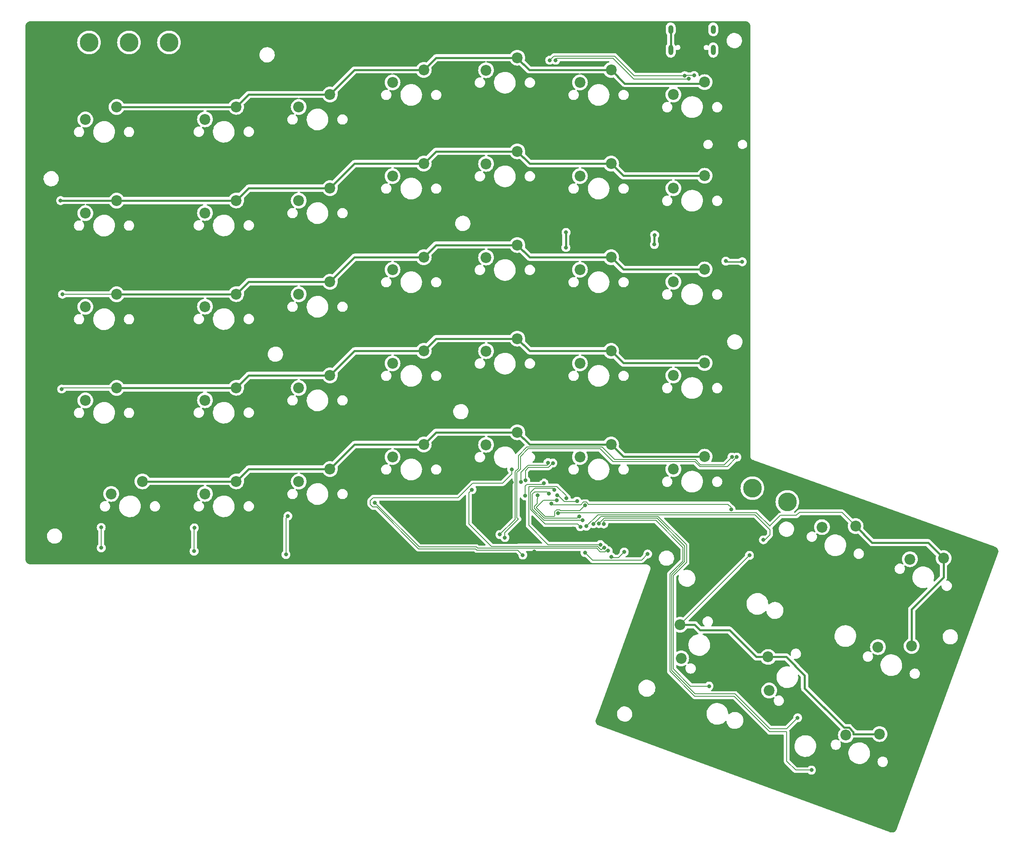
<source format=gtl>
G04 #@! TF.GenerationSoftware,KiCad,Pcbnew,7.0.5*
G04 #@! TF.CreationDate,2025-01-08T15:51:09-05:00*
G04 #@! TF.ProjectId,JasonSplitErgoKeyboard_Left,4a61736f-6e53-4706-9c69-744572676f4b,rev?*
G04 #@! TF.SameCoordinates,Original*
G04 #@! TF.FileFunction,Copper,L1,Top*
G04 #@! TF.FilePolarity,Positive*
%FSLAX46Y46*%
G04 Gerber Fmt 4.6, Leading zero omitted, Abs format (unit mm)*
G04 Created by KiCad (PCBNEW 7.0.5) date 2025-01-08 15:51:09*
%MOMM*%
%LPD*%
G01*
G04 APERTURE LIST*
G04 #@! TA.AperFunction,ComponentPad*
%ADD10C,2.200000*%
G04 #@! TD*
G04 #@! TA.AperFunction,ComponentPad*
%ADD11C,3.800000*%
G04 #@! TD*
G04 #@! TA.AperFunction,ComponentPad*
%ADD12O,1.000000X1.800000*%
G04 #@! TD*
G04 #@! TA.AperFunction,ComponentPad*
%ADD13O,1.000000X2.100000*%
G04 #@! TD*
G04 #@! TA.AperFunction,ViaPad*
%ADD14C,0.800000*%
G04 #@! TD*
G04 #@! TA.AperFunction,Conductor*
%ADD15C,0.150000*%
G04 #@! TD*
G04 #@! TA.AperFunction,Conductor*
%ADD16C,0.250000*%
G04 #@! TD*
G04 #@! TA.AperFunction,Conductor*
%ADD17C,0.450000*%
G04 #@! TD*
G04 #@! TA.AperFunction,Conductor*
%ADD18C,0.400000*%
G04 #@! TD*
G04 APERTURE END LIST*
D10*
X242880000Y-66310000D03*
X236530000Y-68850000D03*
X185770000Y-140030000D03*
X179420000Y-142570000D03*
X147650000Y-71330000D03*
X141300000Y-73870000D03*
X242880000Y-123460000D03*
X236530000Y-126000000D03*
X147650000Y-147530000D03*
X141300000Y-150070000D03*
X242880000Y-142510000D03*
X236530000Y-145050000D03*
X185770000Y-101930000D03*
X179420000Y-104470000D03*
X284964282Y-181015093D03*
X278128503Y-181230084D03*
X242880000Y-104410000D03*
X236530000Y-106950000D03*
X204800000Y-99440000D03*
X198450000Y-101980000D03*
X204800000Y-80390000D03*
X198450000Y-82930000D03*
X223870000Y-63830000D03*
X217520000Y-66370000D03*
X223870000Y-120980000D03*
X217520000Y-123520000D03*
X147650000Y-128480000D03*
X141300000Y-131020000D03*
X166710000Y-68820000D03*
X160360000Y-71360000D03*
X204800000Y-61340000D03*
X198450000Y-63880000D03*
X166710000Y-106920000D03*
X160360000Y-109460000D03*
X123320000Y-90410000D03*
X116970000Y-92950000D03*
X128580000Y-147530000D03*
X122230000Y-150070000D03*
X237885009Y-176694221D03*
X238100000Y-183530000D03*
X223870000Y-140030000D03*
X217520000Y-142570000D03*
X147650000Y-90380000D03*
X141300000Y-92920000D03*
X123320000Y-109460000D03*
X116970000Y-112000000D03*
X278444282Y-198925093D03*
X271608503Y-199140084D03*
X185770000Y-120980000D03*
X179420000Y-123520000D03*
X255785093Y-183245719D03*
X256000084Y-190081498D03*
X166710000Y-87870000D03*
X160360000Y-90410000D03*
X185770000Y-63830000D03*
X179420000Y-66370000D03*
X223870000Y-82880000D03*
X217520000Y-85420000D03*
X123320000Y-71360000D03*
X116970000Y-73900000D03*
X291457920Y-163142555D03*
X284622141Y-163357546D03*
X204800000Y-118490000D03*
X198450000Y-121030000D03*
X166710000Y-145020000D03*
X160360000Y-147560000D03*
X204800000Y-137540000D03*
X198450000Y-140080000D03*
X166710000Y-125970000D03*
X160360000Y-128510000D03*
X185770000Y-82880000D03*
X179420000Y-85420000D03*
X147650000Y-109430000D03*
X141300000Y-111970000D03*
X123320000Y-128510000D03*
X116970000Y-131050000D03*
X223870000Y-101930000D03*
X217520000Y-104470000D03*
X242880000Y-85360000D03*
X236530000Y-87900000D03*
X273574282Y-156620093D03*
X266738503Y-156835084D03*
D11*
X252590000Y-148906000D03*
X125844000Y-58228000D03*
D12*
X235990000Y-55580000D03*
D13*
X235990000Y-59780000D03*
D12*
X244630000Y-55580000D03*
D13*
X244630000Y-59780000D03*
D11*
X117716000Y-58228000D03*
X109480000Y-58190000D03*
X259702000Y-151700000D03*
X133972000Y-58228000D03*
D14*
X254825500Y-159429615D03*
X251999615Y-162575500D03*
X201050000Y-149340000D03*
X245100000Y-63620000D03*
X196860000Y-156890000D03*
X248070000Y-161690000D03*
X235840000Y-63570000D03*
X203670000Y-147710000D03*
X231500000Y-157065000D03*
X248690000Y-64250000D03*
X244280000Y-155740000D03*
X191890000Y-152410000D03*
X244170000Y-61910000D03*
X216160000Y-157095500D03*
X191890000Y-149730000D03*
X208261609Y-161818390D03*
X210488245Y-158319987D03*
X241450000Y-99660000D03*
X209530000Y-146990000D03*
X198100000Y-162450000D03*
X243070000Y-73380000D03*
X212320000Y-162910000D03*
X250530000Y-102850000D03*
X247200000Y-102720000D03*
X226535000Y-161896112D03*
X223920245Y-162877384D03*
X218550000Y-162020000D03*
X231300000Y-162300000D03*
X206365500Y-150480472D03*
X210190867Y-147865500D03*
X205910000Y-162510000D03*
X203670000Y-145100000D03*
X232720000Y-97410000D03*
X232670000Y-99340000D03*
X214700000Y-96870000D03*
X214761504Y-150933020D03*
X221690000Y-160390000D03*
X214670000Y-99960000D03*
X222454531Y-161033815D03*
X195580000Y-149220000D03*
X223249492Y-161639654D03*
X175860000Y-151880000D03*
X157760000Y-162413500D03*
X158140000Y-154590000D03*
X139130000Y-156990000D03*
X139080000Y-161739000D03*
X120190000Y-156910000D03*
X120200000Y-161064500D03*
X212590000Y-61860000D03*
X239680000Y-65635500D03*
X211390000Y-61850000D03*
X238824500Y-64990000D03*
X240760000Y-64950000D03*
X201259855Y-158344500D03*
X248430000Y-142590000D03*
X202270000Y-158950000D03*
X249429503Y-142590000D03*
X211690000Y-152080000D03*
X248260000Y-153195500D03*
X212030000Y-143800000D03*
X206488552Y-147336305D03*
X205550000Y-147680000D03*
X211030000Y-143720000D03*
X111920000Y-90410000D03*
X112330000Y-109480000D03*
X112160000Y-128750000D03*
X212779907Y-151349429D03*
X218550000Y-152425500D03*
X212890889Y-150356108D03*
X216930000Y-151560000D03*
X212320000Y-149214500D03*
X217610000Y-156760000D03*
X211232511Y-149984000D03*
X218025797Y-155404500D03*
X208904500Y-150334000D03*
X217383702Y-154638525D03*
X243770000Y-189180000D03*
X220275951Y-156157938D03*
X221380000Y-156131987D03*
X261780000Y-195630000D03*
X264600000Y-206270000D03*
X222377756Y-156191051D03*
X213110000Y-153964500D03*
X218830000Y-156650000D03*
D15*
X255149615Y-159429615D02*
X254825500Y-159429615D01*
X256175500Y-158403730D02*
X255149615Y-159429615D01*
X251944615Y-162630500D02*
X251999615Y-162575500D01*
X251944615Y-162634615D02*
X237885009Y-176694221D01*
X251944615Y-162634615D02*
X251944615Y-162630500D01*
X270774189Y-153820000D02*
X273574282Y-156620093D01*
X261540000Y-154460000D02*
X262180000Y-153820000D01*
X258280000Y-154460000D02*
X261540000Y-154460000D01*
X256200000Y-156540000D02*
X258280000Y-154460000D01*
X262180000Y-153820000D02*
X270774189Y-153820000D01*
X256200000Y-156660000D02*
X256200000Y-156540000D01*
X213204500Y-153870000D02*
X253410000Y-153870000D01*
X253410000Y-153870000D02*
X256200000Y-156660000D01*
X213110000Y-153964500D02*
X213204500Y-153870000D01*
D16*
X250530000Y-102850000D02*
X247330000Y-102850000D01*
X247330000Y-102850000D02*
X247200000Y-102720000D01*
D15*
X224112861Y-163070000D02*
X225361112Y-163070000D01*
X223920245Y-162877384D02*
X224112861Y-163070000D01*
X225361112Y-163070000D02*
X226535000Y-161896112D01*
X220072384Y-163552384D02*
X218570000Y-162050000D01*
X218570000Y-162050000D02*
X218570000Y-162040000D01*
X230047616Y-163552384D02*
X220072384Y-163552384D01*
X231300000Y-162300000D02*
X230047616Y-163552384D01*
X218570000Y-162040000D02*
X218550000Y-162020000D01*
X206365500Y-150480472D02*
X206365500Y-148534500D01*
X204900000Y-161500000D02*
X196570000Y-161500000D01*
X174900000Y-152210000D02*
X174900000Y-151420000D01*
X206710000Y-148190000D02*
X209866367Y-148190000D01*
X201780000Y-147940000D02*
X203670000Y-146050000D01*
X206365500Y-148534500D02*
X206710000Y-148190000D01*
X196570000Y-161500000D02*
X196310000Y-161240000D01*
X203670000Y-146050000D02*
X203670000Y-145100000D01*
X174900000Y-151420000D02*
X175450000Y-150870000D01*
X195710000Y-147940000D02*
X201780000Y-147940000D01*
X209866367Y-148190000D02*
X210190867Y-147865500D01*
X175450000Y-150870000D02*
X192780000Y-150870000D01*
X184720000Y-161240000D02*
X176220000Y-152740000D01*
X205910000Y-162510000D02*
X204900000Y-161500000D01*
X176220000Y-152740000D02*
X175430000Y-152740000D01*
X192780000Y-150870000D02*
X195710000Y-147940000D01*
X196310000Y-161240000D02*
X184720000Y-161240000D01*
X175430000Y-152740000D02*
X174900000Y-152210000D01*
D17*
X232670000Y-97460000D02*
X232720000Y-97410000D01*
X232670000Y-99340000D02*
X232670000Y-97460000D01*
X214670000Y-99960000D02*
X214670000Y-96900000D01*
D15*
X211020000Y-160390000D02*
X207110000Y-156480000D01*
X207110000Y-148540000D02*
X212820000Y-148540000D01*
X221690000Y-160390000D02*
X211020000Y-160390000D01*
X212820000Y-148540000D02*
X214761504Y-150481504D01*
X214761504Y-150481504D02*
X214761504Y-150933020D01*
D17*
X214670000Y-96900000D02*
X214700000Y-96870000D01*
D15*
X207110000Y-156480000D02*
X207110000Y-148540000D01*
X222454531Y-161033815D02*
X222336185Y-161033815D01*
X221884500Y-161485500D02*
X221798565Y-161485500D01*
X199554500Y-160800000D02*
X194930000Y-156175500D01*
X221106455Y-160793390D02*
X204906610Y-160793390D01*
X222336185Y-161033815D02*
X221884500Y-161485500D01*
X194930000Y-149870000D02*
X195580000Y-149220000D01*
X194930000Y-156175500D02*
X194930000Y-149870000D01*
X204900000Y-160800000D02*
X199554500Y-160800000D01*
X221798565Y-161485500D02*
X221106455Y-160793390D01*
X204906610Y-160793390D02*
X204900000Y-160800000D01*
X175860000Y-151885026D02*
X175860000Y-151880000D01*
X196454974Y-160890000D02*
X184864974Y-160890000D01*
X222803287Y-161639654D02*
X222607441Y-161835500D01*
X220961480Y-161143390D02*
X205051585Y-161143390D01*
X221653590Y-161835500D02*
X220961480Y-161143390D01*
X222607441Y-161835500D02*
X221653590Y-161835500D01*
X205051585Y-161143390D02*
X205044975Y-161150000D01*
X184864974Y-160890000D02*
X175860000Y-151885026D01*
X196714974Y-161150000D02*
X196454974Y-160890000D01*
X223249492Y-161639654D02*
X222803287Y-161639654D01*
X205044975Y-161150000D02*
X196714974Y-161150000D01*
X157760000Y-154970000D02*
X158140000Y-154590000D01*
X157760000Y-162413500D02*
X157760000Y-154970000D01*
X139080000Y-161739000D02*
X139080000Y-157040000D01*
X139080000Y-157040000D02*
X139130000Y-156990000D01*
X120200000Y-161064500D02*
X120200000Y-156920000D01*
X120200000Y-156920000D02*
X120190000Y-156910000D01*
X239650500Y-65665000D02*
X228445000Y-65665000D01*
X224250000Y-61470000D02*
X212770000Y-61470000D01*
X212770000Y-61470000D02*
X212590000Y-61860000D01*
X239680000Y-65635500D02*
X239650500Y-65665000D01*
X228445000Y-65665000D02*
X224250000Y-61470000D01*
X224610000Y-61000000D02*
X228600000Y-64990000D01*
X211390000Y-61850000D02*
X212240000Y-61000000D01*
X240760000Y-64950000D02*
X238864500Y-64950000D01*
X228600000Y-64990000D02*
X238824500Y-64990000D01*
X238864500Y-64950000D02*
X238824500Y-64990000D01*
X212240000Y-61000000D02*
X224610000Y-61000000D01*
D17*
X235990000Y-59780000D02*
X235990000Y-55580000D01*
D15*
X224580000Y-143080000D02*
X240970000Y-143080000D01*
X205000000Y-144940000D02*
X205000000Y-142280000D01*
X204380000Y-155224355D02*
X204380000Y-145560000D01*
X240970000Y-143080000D02*
X242050000Y-144160000D01*
X206750000Y-140530000D02*
X222030000Y-140530000D01*
X242050000Y-144160000D02*
X246860000Y-144160000D01*
X246860000Y-144160000D02*
X248430000Y-142590000D01*
X201259855Y-158344500D02*
X204380000Y-155224355D01*
X222030000Y-140530000D02*
X224580000Y-143080000D01*
X205000000Y-142280000D02*
X206750000Y-140530000D01*
X204380000Y-145560000D02*
X205000000Y-144940000D01*
X247489503Y-144530000D02*
X249429503Y-142590000D01*
X205430000Y-142520000D02*
X205430000Y-142470000D01*
X205030000Y-155190000D02*
X204730000Y-154890000D01*
X240885026Y-143490000D02*
X241007513Y-143612487D01*
X207020000Y-140880000D02*
X221600000Y-140880000D01*
X205430000Y-142470000D02*
X207010000Y-140890000D01*
X233500000Y-143490000D02*
X240885026Y-143490000D01*
X221600000Y-140880000D02*
X224210000Y-143490000D01*
X241007513Y-143612487D02*
X241925026Y-144530000D01*
X204730000Y-145740000D02*
X205230000Y-145240000D01*
X241925026Y-144530000D02*
X243450000Y-144530000D01*
X205430000Y-145040000D02*
X205430000Y-142520000D01*
X224210000Y-143490000D02*
X233500000Y-143490000D01*
X202270000Y-158950000D02*
X202270000Y-157950000D01*
X207010000Y-140890000D02*
X207020000Y-140880000D01*
X243450000Y-144530000D02*
X247489503Y-144530000D01*
X202270000Y-157950000D02*
X205030000Y-155190000D01*
X205230000Y-145240000D02*
X205430000Y-145040000D01*
X204730000Y-154890000D02*
X204730000Y-145740000D01*
X218829595Y-151750500D02*
X219259095Y-152180000D01*
X217750905Y-152270000D02*
X218270405Y-151750500D01*
X248260000Y-152800000D02*
X248260000Y-153195500D01*
X219259095Y-152180000D02*
X247640000Y-152180000D01*
X211880000Y-152270000D02*
X217750905Y-152270000D01*
X211690000Y-152080000D02*
X211880000Y-152270000D01*
X247640000Y-152180000D02*
X248260000Y-152800000D01*
X218270405Y-151750500D02*
X218829595Y-151750500D01*
X211980000Y-143800000D02*
X212030000Y-143800000D01*
X211090000Y-144690000D02*
X211980000Y-143800000D01*
X206440000Y-147287753D02*
X206440000Y-145334974D01*
X206440000Y-145334974D02*
X207084974Y-144690000D01*
X207084974Y-144690000D02*
X211090000Y-144690000D01*
X206488552Y-147336305D02*
X206440000Y-147287753D01*
X205550000Y-145730000D02*
X206980000Y-144300000D01*
X211030000Y-144130000D02*
X211030000Y-143720000D01*
X206980000Y-144300000D02*
X210860000Y-144300000D01*
X205550000Y-147680000D02*
X205550000Y-145730000D01*
X210860000Y-144300000D02*
X211030000Y-144130000D01*
D18*
X226620000Y-66580000D02*
X223870000Y-63830000D01*
X207210000Y-63830000D02*
X204800000Y-61420000D01*
D15*
X204800000Y-61420000D02*
X204800000Y-61340000D01*
D18*
X166710000Y-68820000D02*
X171700000Y-63830000D01*
X242610000Y-66580000D02*
X226620000Y-66580000D01*
D15*
X147620000Y-71360000D02*
X147650000Y-71330000D01*
D18*
X188260000Y-61340000D02*
X204800000Y-61340000D01*
X147650000Y-71330000D02*
X150160000Y-68820000D01*
X171700000Y-63830000D02*
X185770000Y-63830000D01*
X223870000Y-63830000D02*
X207210000Y-63830000D01*
X123320000Y-71360000D02*
X147620000Y-71360000D01*
X150160000Y-68820000D02*
X166710000Y-68820000D01*
X242880000Y-66310000D02*
X242610000Y-66580000D01*
X185770000Y-63830000D02*
X188260000Y-61340000D01*
D17*
X185770000Y-82880000D02*
X188260000Y-80390000D01*
X123320000Y-90410000D02*
X147620000Y-90410000D01*
X166710000Y-87870000D02*
X171700000Y-82880000D01*
X188260000Y-80390000D02*
X204800000Y-80390000D01*
X147620000Y-90410000D02*
X147650000Y-90380000D01*
X207290000Y-82880000D02*
X204800000Y-80390000D01*
X226350000Y-85360000D02*
X223870000Y-82880000D01*
D18*
X111920000Y-90410000D02*
X123320000Y-90410000D01*
D17*
X147650000Y-90380000D02*
X150160000Y-87870000D01*
X223870000Y-82880000D02*
X207290000Y-82880000D01*
X242880000Y-85360000D02*
X226350000Y-85360000D01*
X150160000Y-87870000D02*
X166710000Y-87870000D01*
X171700000Y-82880000D02*
X185770000Y-82880000D01*
D15*
X112330000Y-109480000D02*
X112350000Y-109460000D01*
D17*
X147650000Y-109430000D02*
X123350000Y-109430000D01*
X147650000Y-109430000D02*
X150160000Y-106920000D01*
X171700000Y-101930000D02*
X185770000Y-101930000D01*
X150160000Y-106920000D02*
X166710000Y-106920000D01*
X188260000Y-99440000D02*
X204800000Y-99440000D01*
D15*
X112350000Y-109460000D02*
X123320000Y-109460000D01*
D17*
X123350000Y-109430000D02*
X123320000Y-109460000D01*
X223870000Y-101930000D02*
X207290000Y-101930000D01*
X207290000Y-101930000D02*
X204800000Y-99440000D01*
X185770000Y-101930000D02*
X188260000Y-99440000D01*
X242880000Y-104410000D02*
X226350000Y-104410000D01*
X226350000Y-104410000D02*
X223870000Y-101930000D01*
X166710000Y-106920000D02*
X171700000Y-101930000D01*
X123320000Y-128510000D02*
X147620000Y-128510000D01*
D15*
X112160000Y-128750000D02*
X112400000Y-128510000D01*
D17*
X188260000Y-118490000D02*
X204800000Y-118490000D01*
D15*
X112400000Y-128510000D02*
X123320000Y-128510000D01*
D17*
X223870000Y-120980000D02*
X207290000Y-120980000D01*
X171700000Y-120980000D02*
X185770000Y-120980000D01*
X207290000Y-120980000D02*
X204800000Y-118490000D01*
X166710000Y-125970000D02*
X171700000Y-120980000D01*
X150160000Y-125970000D02*
X166710000Y-125970000D01*
X147650000Y-128480000D02*
X150160000Y-125970000D01*
X226350000Y-123460000D02*
X223870000Y-120980000D01*
X242880000Y-123460000D02*
X226350000Y-123460000D01*
X185770000Y-120980000D02*
X188260000Y-118490000D01*
X147620000Y-128510000D02*
X147650000Y-128480000D01*
X188260000Y-137540000D02*
X204800000Y-137540000D01*
X166710000Y-145020000D02*
X171700000Y-140030000D01*
X226350000Y-142510000D02*
X223870000Y-140030000D01*
X242880000Y-142510000D02*
X226350000Y-142510000D01*
X128580000Y-147530000D02*
X147650000Y-147530000D01*
X185770000Y-140030000D02*
X188260000Y-137540000D01*
X223870000Y-140030000D02*
X207290000Y-140030000D01*
X171700000Y-140030000D02*
X185770000Y-140030000D01*
X207290000Y-140030000D02*
X204800000Y-137540000D01*
X150160000Y-145020000D02*
X166710000Y-145020000D01*
X147650000Y-147530000D02*
X150160000Y-145020000D01*
D15*
X208640000Y-152780000D02*
X208640000Y-152880000D01*
X213389595Y-153289500D02*
X213590095Y-153490000D01*
X212830405Y-153289500D02*
X213389595Y-153289500D01*
X212435000Y-153684905D02*
X212830405Y-153289500D01*
X210434500Y-154674500D02*
X212285500Y-154674500D01*
X210070571Y-151349429D02*
X208640000Y-152780000D01*
X208640000Y-152880000D02*
X210434500Y-154674500D01*
X212779907Y-151349429D02*
X210070571Y-151349429D01*
X212285500Y-154674500D02*
X212435000Y-154525000D01*
X217485500Y-153490000D02*
X218550000Y-152425500D01*
X213590095Y-153490000D02*
X217485500Y-153490000D01*
X212435000Y-154525000D02*
X212435000Y-153684905D01*
X216881980Y-151608020D02*
X216930000Y-151560000D01*
X213096108Y-150356108D02*
X214348020Y-151608020D01*
X212890889Y-150356108D02*
X213096108Y-150356108D01*
X214348020Y-151608020D02*
X216881980Y-151608020D01*
X217040000Y-156190000D02*
X217610000Y-156760000D01*
X207490000Y-153259948D02*
X210420052Y-156190000D01*
X210420052Y-156190000D02*
X217040000Y-156190000D01*
X208354405Y-148920000D02*
X207490000Y-149784405D01*
X207490000Y-149784405D02*
X207490000Y-153259948D01*
X212025500Y-148920000D02*
X208354405Y-148920000D01*
X212320000Y-149214500D02*
X212025500Y-148920000D01*
X208330500Y-149659500D02*
X207850000Y-150140000D01*
X217995297Y-155435000D02*
X218025797Y-155404500D01*
X207850000Y-153124974D02*
X210160026Y-155435000D01*
X210908011Y-149659500D02*
X208330500Y-149659500D01*
X211232511Y-149984000D02*
X210908011Y-149659500D01*
X207850000Y-150140000D02*
X207850000Y-153124974D01*
X210160026Y-155435000D02*
X217995297Y-155435000D01*
X208830000Y-152060000D02*
X208210000Y-152680000D01*
X208830000Y-151090000D02*
X208830000Y-152060000D01*
X208904500Y-151015500D02*
X208830000Y-151090000D01*
X208904500Y-150334000D02*
X208904500Y-151015500D01*
X216997727Y-155024500D02*
X217383702Y-154638525D01*
X208210000Y-152990000D02*
X210244500Y-155024500D01*
X208210000Y-152680000D02*
X208210000Y-152990000D01*
X210244500Y-155024500D02*
X216997727Y-155024500D01*
X236510009Y-166684965D02*
X236510009Y-185660009D01*
X233404500Y-154664500D02*
X239200000Y-160460000D01*
X236510009Y-185660009D02*
X240030000Y-189180000D01*
X239200000Y-163994974D02*
X236510009Y-166684965D01*
X221769389Y-154664500D02*
X233404500Y-154664500D01*
X240030000Y-189180000D02*
X243770000Y-189180000D01*
X220275951Y-156157938D02*
X221769389Y-154664500D01*
X239200000Y-160460000D02*
X239200000Y-163994974D01*
X240890000Y-190770000D02*
X249070000Y-190770000D01*
X238850000Y-163850000D02*
X236160009Y-166539991D01*
X221380000Y-156131987D02*
X222497487Y-155014500D01*
X256130000Y-197830000D02*
X259580000Y-197830000D01*
X236160009Y-186040009D02*
X240890000Y-190770000D01*
X259580000Y-197830000D02*
X261780000Y-195630000D01*
X238850000Y-160650000D02*
X238850000Y-163850000D01*
X236160009Y-166539991D02*
X236160009Y-186040009D01*
X233214500Y-155014500D02*
X238850000Y-160650000D01*
X249070000Y-190770000D02*
X256130000Y-197830000D01*
X222497487Y-155014500D02*
X233214500Y-155014500D01*
X261380000Y-206270000D02*
X264600000Y-206270000D01*
X248880000Y-191240000D02*
X256080000Y-198440000D01*
X240865026Y-191240000D02*
X248880000Y-191240000D01*
X256080000Y-198440000D02*
X259540000Y-198440000D01*
X259540000Y-204430000D02*
X261380000Y-206270000D01*
X232926961Y-155446961D02*
X238500000Y-161020000D01*
X222377756Y-155629205D02*
X222560000Y-155446961D01*
X259540000Y-198440000D02*
X259540000Y-204430000D01*
X235810009Y-186184983D02*
X240865026Y-191240000D01*
X238500000Y-163700000D02*
X235810009Y-166389991D01*
X238500000Y-161020000D02*
X238500000Y-163700000D01*
X222377756Y-156191051D02*
X222377756Y-155629205D01*
X222560000Y-155446961D02*
X232926961Y-155446961D01*
X235810009Y-166389991D02*
X235810009Y-186184983D01*
D17*
X288305365Y-159990000D02*
X291457920Y-163142555D01*
X291457920Y-163142555D02*
X291457920Y-167072080D01*
X273574282Y-156620093D02*
X276944189Y-159990000D01*
X276944189Y-159990000D02*
X288305365Y-159990000D01*
X284964282Y-173565718D02*
X284964282Y-181015093D01*
X291457920Y-167072080D02*
X284964282Y-173565718D01*
X273133503Y-198925093D02*
X273133503Y-198508408D01*
X240864221Y-176694221D02*
X241950000Y-177780000D01*
X273133503Y-198508408D02*
X272240179Y-197615084D01*
D15*
X218830000Y-156650000D02*
X221165500Y-154314500D01*
D17*
X271215084Y-197615084D02*
X263200000Y-189600000D01*
X263200000Y-187000000D02*
X259445719Y-183245719D01*
X253395719Y-183245719D02*
X255785093Y-183245719D01*
D15*
X253110000Y-154314500D02*
X256175500Y-157380000D01*
D17*
X278444282Y-198925093D02*
X273133503Y-198925093D01*
X241950000Y-177780000D02*
X247930000Y-177780000D01*
X237885009Y-176694221D02*
X240864221Y-176694221D01*
X272240179Y-197615084D02*
X271215084Y-197615084D01*
D15*
X221165500Y-154314500D02*
X253110000Y-154314500D01*
D17*
X259445719Y-183245719D02*
X255785093Y-183245719D01*
D15*
X256175500Y-157380000D02*
X256175500Y-158403730D01*
D17*
X263200000Y-189600000D02*
X263200000Y-187000000D01*
X247930000Y-177780000D02*
X253395719Y-183245719D01*
G04 #@! TA.AperFunction,Conductor*
G36*
X194273834Y-150292559D02*
G01*
X194329767Y-150334431D01*
X194354184Y-150399895D01*
X194354500Y-150408741D01*
X194354500Y-156133719D01*
X194353969Y-156141821D01*
X194349535Y-156175498D01*
X194353970Y-156209195D01*
X194354500Y-156213220D01*
X194369313Y-156325736D01*
X194407241Y-156417302D01*
X194427302Y-156465733D01*
X194467188Y-156517714D01*
X194498265Y-156558215D01*
X194498278Y-156558231D01*
X194519546Y-156585948D01*
X194519547Y-156585949D01*
X194519549Y-156585951D01*
X194538443Y-156600449D01*
X194546506Y-156606636D01*
X194552609Y-156611989D01*
X198303439Y-160362819D01*
X198336924Y-160424142D01*
X198331940Y-160493834D01*
X198290068Y-160549767D01*
X198224604Y-160574184D01*
X198215758Y-160574500D01*
X197004716Y-160574500D01*
X196937677Y-160554815D01*
X196917035Y-160538181D01*
X196891463Y-160512609D01*
X196886110Y-160506506D01*
X196876272Y-160493685D01*
X196865425Y-160479549D01*
X196865423Y-160479547D01*
X196865422Y-160479546D01*
X196837705Y-160458278D01*
X196837679Y-160458258D01*
X196745207Y-160387302D01*
X196745205Y-160387300D01*
X196734675Y-160382939D01*
X196669942Y-160356125D01*
X196605210Y-160329313D01*
X196538730Y-160320560D01*
X196488669Y-160313970D01*
X196488669Y-160313969D01*
X196459066Y-160310073D01*
X196454974Y-160309535D01*
X196454973Y-160309535D01*
X196454972Y-160309535D01*
X196435939Y-160312040D01*
X196421291Y-160313969D01*
X196413193Y-160314500D01*
X185154716Y-160314500D01*
X185087677Y-160294815D01*
X185067035Y-160278181D01*
X176798094Y-152009240D01*
X176764609Y-151947917D01*
X176762454Y-151908597D01*
X176765460Y-151880000D01*
X176745674Y-151691744D01*
X176727161Y-151634768D01*
X176718405Y-151607818D01*
X176716410Y-151537977D01*
X176752491Y-151478144D01*
X176815192Y-151447316D01*
X176836336Y-151445500D01*
X192738219Y-151445500D01*
X192746317Y-151446030D01*
X192766734Y-151448718D01*
X192779999Y-151450465D01*
X192780000Y-151450465D01*
X192815785Y-151445754D01*
X192815809Y-151445751D01*
X192817715Y-151445500D01*
X192817720Y-151445500D01*
X192930236Y-151430687D01*
X193070233Y-151372698D01*
X193100558Y-151349429D01*
X193160268Y-151303612D01*
X193160269Y-151303610D01*
X193168357Y-151297404D01*
X193168358Y-151297402D01*
X193190451Y-151280451D01*
X193211138Y-151253489D01*
X193216480Y-151247398D01*
X194142820Y-150321059D01*
X194204142Y-150287575D01*
X194273834Y-150292559D01*
G37*
G04 #@! TD.AperFunction*
G04 #@! TA.AperFunction,Conductor*
G36*
X203723834Y-146912558D02*
G01*
X203779767Y-146954430D01*
X203804184Y-147019894D01*
X203804500Y-147028740D01*
X203804500Y-154934612D01*
X203784815Y-155001651D01*
X203768181Y-155022293D01*
X201382794Y-157407681D01*
X201321471Y-157441166D01*
X201295113Y-157444000D01*
X201165209Y-157444000D01*
X201132752Y-157450898D01*
X200980052Y-157483355D01*
X200980047Y-157483357D01*
X200807125Y-157560348D01*
X200807120Y-157560351D01*
X200653984Y-157671611D01*
X200527321Y-157812285D01*
X200432676Y-157976215D01*
X200432673Y-157976222D01*
X200374182Y-158156240D01*
X200374181Y-158156244D01*
X200363797Y-158255046D01*
X200354947Y-158339252D01*
X200354395Y-158344500D01*
X200374181Y-158532756D01*
X200374182Y-158532759D01*
X200432673Y-158712777D01*
X200432676Y-158712784D01*
X200527322Y-158876716D01*
X200603346Y-158961149D01*
X200653984Y-159017388D01*
X200807120Y-159128648D01*
X200807125Y-159128651D01*
X200980047Y-159205642D01*
X200980052Y-159205644D01*
X201165209Y-159245000D01*
X201165210Y-159245000D01*
X201329666Y-159245000D01*
X201396705Y-159264685D01*
X201438705Y-159313156D01*
X201439572Y-159312656D01*
X201442167Y-159317151D01*
X201442460Y-159317489D01*
X201442810Y-159318265D01*
X201442821Y-159318284D01*
X201537467Y-159482216D01*
X201640513Y-159596660D01*
X201664129Y-159622888D01*
X201817265Y-159734148D01*
X201817270Y-159734151D01*
X201990192Y-159811142D01*
X201990197Y-159811144D01*
X202175354Y-159850500D01*
X202175355Y-159850500D01*
X202364644Y-159850500D01*
X202364646Y-159850500D01*
X202549803Y-159811144D01*
X202722730Y-159734151D01*
X202875871Y-159622888D01*
X203002533Y-159482216D01*
X203097179Y-159318284D01*
X203155674Y-159138256D01*
X203175460Y-158950000D01*
X203155674Y-158761744D01*
X203099016Y-158587371D01*
X203097181Y-158581722D01*
X203097180Y-158581721D01*
X203097179Y-158581716D01*
X203002533Y-158417784D01*
X202971739Y-158383584D01*
X202898178Y-158301885D01*
X202867948Y-158238893D01*
X202876574Y-158169558D01*
X202902644Y-158131235D01*
X205407398Y-155626480D01*
X205413489Y-155621138D01*
X205440451Y-155600451D01*
X205446356Y-155592756D01*
X205457394Y-155578370D01*
X205457405Y-155578358D01*
X205532698Y-155480233D01*
X205542805Y-155455833D01*
X205590687Y-155340236D01*
X205610465Y-155190000D01*
X205590687Y-155039765D01*
X205582000Y-155018793D01*
X205532698Y-154899767D01*
X205532697Y-154899766D01*
X205532697Y-154899765D01*
X205462931Y-154808844D01*
X205462916Y-154808826D01*
X205440451Y-154779549D01*
X205440449Y-154779547D01*
X205440448Y-154779546D01*
X205413493Y-154758862D01*
X205407390Y-154753510D01*
X205341819Y-154687939D01*
X205308334Y-154626616D01*
X205305500Y-154600258D01*
X205305500Y-150908271D01*
X205325185Y-150841232D01*
X205377989Y-150795477D01*
X205447147Y-150785533D01*
X205510703Y-150814558D01*
X205536887Y-150846272D01*
X205632963Y-151012683D01*
X205632965Y-151012686D01*
X205759629Y-151153360D01*
X205912765Y-151264620D01*
X205912770Y-151264623D01*
X206085692Y-151341614D01*
X206085697Y-151341616D01*
X206270854Y-151380972D01*
X206270855Y-151380972D01*
X206410499Y-151380972D01*
X206477538Y-151400657D01*
X206523293Y-151453461D01*
X206534499Y-151504972D01*
X206534499Y-156438219D01*
X206533968Y-156446318D01*
X206529535Y-156479999D01*
X206533970Y-156513695D01*
X206549313Y-156630237D01*
X206569180Y-156678199D01*
X206607302Y-156770234D01*
X206678258Y-156862705D01*
X206678278Y-156862731D01*
X206699546Y-156890448D01*
X206699547Y-156890449D01*
X206699549Y-156890451D01*
X206714953Y-156902271D01*
X206726506Y-156911136D01*
X206732609Y-156916489D01*
X209822329Y-160006209D01*
X209855814Y-160067532D01*
X209850830Y-160137224D01*
X209808958Y-160193157D01*
X209743494Y-160217574D01*
X209734648Y-160217890D01*
X204948391Y-160217890D01*
X204940292Y-160217359D01*
X204919875Y-160214671D01*
X204906611Y-160212925D01*
X204906610Y-160212925D01*
X204900245Y-160213763D01*
X204872926Y-160217359D01*
X204872925Y-160217358D01*
X204833619Y-160222533D01*
X204822713Y-160223969D01*
X204814615Y-160224500D01*
X199844242Y-160224500D01*
X199777203Y-160204815D01*
X199756561Y-160188181D01*
X195541819Y-155973439D01*
X195508334Y-155912116D01*
X195505500Y-155885758D01*
X195505500Y-150244500D01*
X195525185Y-150177461D01*
X195577989Y-150131706D01*
X195629500Y-150120500D01*
X195674644Y-150120500D01*
X195674646Y-150120500D01*
X195859803Y-150081144D01*
X196032730Y-150004151D01*
X196185871Y-149892888D01*
X196312533Y-149752216D01*
X196407179Y-149588284D01*
X196465674Y-149408256D01*
X196485460Y-149220000D01*
X196465674Y-149031744D01*
X196407179Y-148851716D01*
X196320452Y-148701500D01*
X196303979Y-148633599D01*
X196326832Y-148567573D01*
X196381753Y-148524382D01*
X196427839Y-148515500D01*
X201738219Y-148515500D01*
X201746317Y-148516030D01*
X201763859Y-148518340D01*
X201779999Y-148520465D01*
X201780000Y-148520465D01*
X201815785Y-148515754D01*
X201815809Y-148515751D01*
X201817715Y-148515500D01*
X201817720Y-148515500D01*
X201930236Y-148500687D01*
X202070233Y-148442698D01*
X202079159Y-148435849D01*
X202160268Y-148373612D01*
X202160269Y-148373609D01*
X202168357Y-148367404D01*
X202168358Y-148367402D01*
X202190451Y-148350451D01*
X202211138Y-148323489D01*
X202216480Y-148317398D01*
X203592821Y-146941057D01*
X203654142Y-146907574D01*
X203723834Y-146912558D01*
G37*
G04 #@! TD.AperFunction*
G04 #@! TA.AperFunction,Conductor*
G36*
X251202695Y-53907842D02*
G01*
X251245657Y-53911601D01*
X251371725Y-53924014D01*
X251391655Y-53927640D01*
X251457618Y-53945314D01*
X251459422Y-53945829D01*
X251551525Y-53973768D01*
X251567915Y-53980039D01*
X251635484Y-54011547D01*
X251638498Y-54013054D01*
X251722286Y-54057840D01*
X251728623Y-54061733D01*
X251794900Y-54108142D01*
X251798671Y-54111003D01*
X251870764Y-54170168D01*
X251875264Y-54174246D01*
X251932854Y-54231836D01*
X251936934Y-54236338D01*
X251996106Y-54308440D01*
X251998967Y-54312212D01*
X252045371Y-54378484D01*
X252049266Y-54384824D01*
X252094039Y-54468589D01*
X252095552Y-54471615D01*
X252127014Y-54539087D01*
X252127057Y-54539178D01*
X252133335Y-54555588D01*
X252161250Y-54647615D01*
X252161807Y-54649566D01*
X252179458Y-54715440D01*
X252183086Y-54735380D01*
X252195462Y-54861046D01*
X252199264Y-54904488D01*
X252199500Y-54909896D01*
X252199500Y-142574272D01*
X252190623Y-142604500D01*
X252194216Y-142612829D01*
X252195390Y-142616476D01*
X252195466Y-142616446D01*
X252198505Y-142623897D01*
X252200336Y-142629018D01*
X252221703Y-142698198D01*
X252242163Y-142737615D01*
X252245678Y-142755589D01*
X252261570Y-142777759D01*
X252270843Y-142792872D01*
X252290953Y-142831614D01*
X252290958Y-142831622D01*
X252333074Y-142886147D01*
X252340495Y-142905163D01*
X252356229Y-142919362D01*
X252371287Y-142935618D01*
X252382843Y-142950579D01*
X252386615Y-142954651D01*
X252386273Y-142954967D01*
X252398010Y-142968102D01*
X252402090Y-142973794D01*
X252428167Y-142991481D01*
X252428427Y-142991715D01*
X252449115Y-143010385D01*
X252460999Y-143029725D01*
X252475456Y-143037992D01*
X252489716Y-143048321D01*
X252489997Y-143047949D01*
X252494429Y-143051281D01*
X252494436Y-143051285D01*
X252494439Y-143051288D01*
X252510507Y-143061256D01*
X252528210Y-143074567D01*
X252537415Y-143082874D01*
X252563620Y-143094205D01*
X252616666Y-143127112D01*
X252622176Y-143130530D01*
X252662771Y-143146571D01*
X252678758Y-143154252D01*
X252695462Y-143163804D01*
X252720653Y-143169443D01*
X252761976Y-143185772D01*
X252826634Y-143198683D01*
X252844286Y-143203588D01*
X301761115Y-160786554D01*
X301772791Y-160795079D01*
X301790773Y-160798668D01*
X301794469Y-160799697D01*
X301795712Y-160799881D01*
X301804073Y-160801712D01*
X301843788Y-160813333D01*
X301968631Y-160851347D01*
X301987461Y-160858812D01*
X302049507Y-160889490D01*
X302051283Y-160890405D01*
X302138439Y-160937107D01*
X302153292Y-160946478D01*
X302214412Y-160991391D01*
X302217059Y-160993450D01*
X302267542Y-161034969D01*
X302292287Y-161055320D01*
X302297741Y-161060383D01*
X302354590Y-161119893D01*
X302357727Y-161123438D01*
X302418293Y-161197396D01*
X302421909Y-161202283D01*
X302467862Y-161271212D01*
X302470975Y-161276418D01*
X302499423Y-161329774D01*
X302515954Y-161360780D01*
X302518021Y-161365040D01*
X302551082Y-161440393D01*
X302553658Y-161447374D01*
X302581835Y-161540613D01*
X302582725Y-161543876D01*
X302600667Y-161617534D01*
X302603606Y-161634856D01*
X302613197Y-161733291D01*
X302613361Y-161735314D01*
X302617811Y-161804334D01*
X302617458Y-161824595D01*
X302604535Y-161954424D01*
X302601167Y-161984887D01*
X302594305Y-162014038D01*
X281989797Y-218072552D01*
X281981019Y-218084394D01*
X281976486Y-218106864D01*
X281975879Y-218109072D01*
X281974587Y-218114667D01*
X281961248Y-218160180D01*
X281921973Y-218289511D01*
X281914407Y-218308583D01*
X281881297Y-218375330D01*
X281880468Y-218376942D01*
X281831770Y-218468301D01*
X281822110Y-218483615D01*
X281773930Y-218548887D01*
X281772077Y-218551273D01*
X281707536Y-218630340D01*
X281702193Y-218636099D01*
X281638442Y-218696635D01*
X281635278Y-218699441D01*
X281558291Y-218763154D01*
X281552950Y-218767112D01*
X281478905Y-218816062D01*
X281474242Y-218818859D01*
X281386882Y-218866182D01*
X281381992Y-218868560D01*
X281300538Y-218903841D01*
X281294306Y-218906153D01*
X281198879Y-218935836D01*
X281194800Y-218936954D01*
X281109280Y-218957281D01*
X281101537Y-218958611D01*
X281000067Y-218969478D01*
X280997056Y-218969726D01*
X280916039Y-218974428D01*
X280897933Y-218974154D01*
X280794834Y-218965037D01*
X280793033Y-218964852D01*
X280719020Y-218956122D01*
X280698912Y-218952041D01*
X280676026Y-218945384D01*
X280569137Y-218914292D01*
X280522779Y-218900316D01*
X280517647Y-218898520D01*
X280487517Y-218886469D01*
X280475180Y-218883026D01*
X237692042Y-203188831D01*
X221368714Y-197200923D01*
X221361360Y-197197670D01*
X221332618Y-197182660D01*
X221202185Y-197112260D01*
X221186149Y-197101938D01*
X221130146Y-197059461D01*
X221128110Y-197057848D01*
X221042472Y-196987051D01*
X221036786Y-196981715D01*
X220980891Y-196922224D01*
X220978037Y-196918966D01*
X220911547Y-196837479D01*
X220907948Y-196832600D01*
X220861958Y-196763410D01*
X220858852Y-196758201D01*
X220809456Y-196665332D01*
X220807557Y-196661440D01*
X220799383Y-196643087D01*
X220774358Y-196586895D01*
X220771639Y-196579587D01*
X220762677Y-196549909D01*
X220739510Y-196473191D01*
X220738820Y-196470719D01*
X220721318Y-196402561D01*
X220718017Y-196383841D01*
X220703945Y-196240250D01*
X220703365Y-196233351D01*
X220702838Y-196227063D01*
X220709870Y-196174320D01*
X220713357Y-196164730D01*
X221168666Y-194912629D01*
X225065717Y-194912629D01*
X225095892Y-195161150D01*
X225165540Y-195401601D01*
X225272860Y-195627775D01*
X225355455Y-195747433D01*
X225415068Y-195833797D01*
X225588484Y-196014341D01*
X225788615Y-196164730D01*
X226010279Y-196281069D01*
X226247734Y-196360343D01*
X226247737Y-196360343D01*
X226247739Y-196360344D01*
X226494828Y-196400500D01*
X226494831Y-196400500D01*
X226682471Y-196400500D01*
X226682481Y-196400500D01*
X226869527Y-196385400D01*
X227112591Y-196325490D01*
X227342897Y-196227366D01*
X227554481Y-196093568D01*
X227741862Y-195927563D01*
X227900188Y-195733650D01*
X228025357Y-195516850D01*
X228114128Y-195282780D01*
X228164202Y-195037500D01*
X228170034Y-194892788D01*
X243258751Y-194892788D01*
X243288239Y-195185916D01*
X243288240Y-195185918D01*
X243356534Y-195472496D01*
X243356539Y-195472510D01*
X243462420Y-195747424D01*
X243462424Y-195747433D01*
X243604008Y-196005791D01*
X243604012Y-196005797D01*
X243778763Y-196242972D01*
X243983578Y-196454748D01*
X243983585Y-196454754D01*
X244025298Y-196487694D01*
X244214790Y-196637335D01*
X244468275Y-196787474D01*
X244468281Y-196787476D01*
X244468282Y-196787477D01*
X244739501Y-196902485D01*
X244739507Y-196902486D01*
X244739510Y-196902488D01*
X245023654Y-196980323D01*
X245315638Y-197019591D01*
X245315643Y-197019591D01*
X245536523Y-197019591D01*
X245696793Y-197008861D01*
X245756898Y-197004838D01*
X246045607Y-196946155D01*
X246323918Y-196849515D01*
X246586865Y-196716642D01*
X246829756Y-196549907D01*
X247048256Y-196352286D01*
X247104517Y-196285739D01*
X247162831Y-196247253D01*
X247232696Y-196246404D01*
X247291929Y-196283461D01*
X247321724Y-196346659D01*
X247322244Y-196351969D01*
X247322407Y-196351951D01*
X247322951Y-196356667D01*
X247373396Y-196616776D01*
X247462951Y-196866124D01*
X247462954Y-196866131D01*
X247589522Y-197098884D01*
X247589525Y-197098889D01*
X247693137Y-197234815D01*
X247750143Y-197309600D01*
X247941045Y-197493324D01*
X248157754Y-197645754D01*
X248395192Y-197763317D01*
X248647794Y-197843258D01*
X248909638Y-197883702D01*
X248909642Y-197883702D01*
X249108252Y-197883702D01*
X249306283Y-197868498D01*
X249564263Y-197808129D01*
X249675451Y-197763316D01*
X249809995Y-197709090D01*
X249810006Y-197709085D01*
X249853049Y-197683495D01*
X250037746Y-197573693D01*
X250037748Y-197573691D01*
X250037749Y-197573691D01*
X250087489Y-197532669D01*
X250242151Y-197405121D01*
X250418428Y-197207322D01*
X250422571Y-197200924D01*
X250562444Y-196984937D01*
X250562444Y-196984935D01*
X250562446Y-196984933D01*
X250670828Y-196743167D01*
X250741035Y-196487689D01*
X250771420Y-196224488D01*
X250761272Y-195959733D01*
X250710828Y-195699631D01*
X250685820Y-195630002D01*
X250621272Y-195450279D01*
X250621269Y-195450272D01*
X250494701Y-195217519D01*
X250494698Y-195217514D01*
X250334084Y-195006808D01*
X250334081Y-195006804D01*
X250143179Y-194823080D01*
X250092403Y-194787365D01*
X249926469Y-194670649D01*
X249689033Y-194553087D01*
X249689030Y-194553086D01*
X249436432Y-194473146D01*
X249301241Y-194452265D01*
X249174586Y-194432702D01*
X248975972Y-194432702D01*
X248975967Y-194432702D01*
X248810946Y-194445371D01*
X248777941Y-194447906D01*
X248777937Y-194447906D01*
X248519963Y-194508274D01*
X248519953Y-194508277D01*
X248274228Y-194607313D01*
X248274217Y-194607318D01*
X248046479Y-194742710D01*
X247868480Y-194889505D01*
X247804236Y-194916972D01*
X247735340Y-194905345D01*
X247683667Y-194858317D01*
X247665623Y-194790817D01*
X247665649Y-194789899D01*
X247667137Y-194745397D01*
X247637648Y-194452264D01*
X247569351Y-194165677D01*
X247463465Y-193890751D01*
X247321880Y-193632391D01*
X247302756Y-193606435D01*
X247147124Y-193395209D01*
X246942309Y-193183433D01*
X246942302Y-193183427D01*
X246711099Y-193000848D01*
X246711100Y-193000848D01*
X246711098Y-193000847D01*
X246457613Y-192850708D01*
X246457609Y-192850706D01*
X246457605Y-192850704D01*
X246186386Y-192735696D01*
X246186369Y-192735691D01*
X245902236Y-192657859D01*
X245818810Y-192646639D01*
X245610250Y-192618591D01*
X245389373Y-192618591D01*
X245389365Y-192618591D01*
X245168992Y-192633343D01*
X245168983Y-192633345D01*
X244880278Y-192692027D01*
X244601968Y-192788667D01*
X244601965Y-192788669D01*
X244339028Y-192921536D01*
X244096135Y-193088272D01*
X244096132Y-193088274D01*
X243877633Y-193285894D01*
X243687423Y-193510876D01*
X243687421Y-193510878D01*
X243528894Y-193759208D01*
X243432769Y-193966353D01*
X243404884Y-194026444D01*
X243404883Y-194026448D01*
X243317598Y-194307828D01*
X243296534Y-194432702D01*
X243268595Y-194598337D01*
X243261082Y-194823077D01*
X243258751Y-194892788D01*
X228170034Y-194892788D01*
X228174282Y-194787365D01*
X228172035Y-194768856D01*
X228144107Y-194538849D01*
X228077191Y-194307829D01*
X228074459Y-194298396D01*
X227967141Y-194072228D01*
X227967140Y-194072227D01*
X227967139Y-194072224D01*
X227824933Y-193866205D01*
X227824932Y-193866203D01*
X227651516Y-193685659D01*
X227451385Y-193535270D01*
X227451383Y-193535269D01*
X227451382Y-193535268D01*
X227229726Y-193418933D01*
X227229722Y-193418931D01*
X227229721Y-193418931D01*
X226992266Y-193339657D01*
X226992265Y-193339656D01*
X226992260Y-193339655D01*
X226745172Y-193299500D01*
X226745169Y-193299500D01*
X226557519Y-193299500D01*
X226557508Y-193299500D01*
X226370473Y-193314599D01*
X226127411Y-193374509D01*
X225897106Y-193472632D01*
X225685514Y-193606435D01*
X225498143Y-193772431D01*
X225339809Y-193966353D01*
X225214643Y-194183148D01*
X225125871Y-194417222D01*
X225075798Y-194662493D01*
X225075797Y-194662503D01*
X225065717Y-194912628D01*
X225065717Y-194912629D01*
X221168666Y-194912629D01*
X223122197Y-189540418D01*
X229412720Y-189540418D01*
X229422867Y-189805171D01*
X229473312Y-190065278D01*
X229562867Y-190314626D01*
X229562870Y-190314633D01*
X229689438Y-190547386D01*
X229689441Y-190547391D01*
X229772089Y-190655815D01*
X229850059Y-190758102D01*
X230040961Y-190941826D01*
X230257670Y-191094256D01*
X230495108Y-191211819D01*
X230747710Y-191291760D01*
X231009554Y-191332204D01*
X231009558Y-191332204D01*
X231208168Y-191332204D01*
X231406199Y-191317000D01*
X231664179Y-191256631D01*
X231743837Y-191224525D01*
X231909911Y-191157592D01*
X231909922Y-191157587D01*
X231992762Y-191108338D01*
X232137662Y-191022195D01*
X232137664Y-191022193D01*
X232137665Y-191022193D01*
X232235112Y-190941828D01*
X232342067Y-190853623D01*
X232518344Y-190655824D01*
X232568996Y-190577609D01*
X232662360Y-190433439D01*
X232662360Y-190433437D01*
X232662362Y-190433435D01*
X232770744Y-190191669D01*
X232840951Y-189936191D01*
X232871336Y-189672990D01*
X232861188Y-189408235D01*
X232810744Y-189148133D01*
X232793750Y-189100817D01*
X232721188Y-188898781D01*
X232721185Y-188898774D01*
X232594617Y-188666021D01*
X232594614Y-188666016D01*
X232434000Y-188455310D01*
X232433997Y-188455306D01*
X232243095Y-188271582D01*
X232243091Y-188271579D01*
X232026385Y-188119151D01*
X231788949Y-188001589D01*
X231788946Y-188001588D01*
X231536348Y-187921648D01*
X231431608Y-187905470D01*
X231274502Y-187881204D01*
X231075888Y-187881204D01*
X231075883Y-187881204D01*
X230910862Y-187893873D01*
X230877857Y-187896408D01*
X230877853Y-187896408D01*
X230619879Y-187956776D01*
X230619869Y-187956779D01*
X230374144Y-188055815D01*
X230374133Y-188055820D01*
X230146391Y-188191214D01*
X230146390Y-188191214D01*
X229941991Y-188359783D01*
X229941989Y-188359784D01*
X229765712Y-188557583D01*
X229765705Y-188557592D01*
X229621695Y-188779968D01*
X229621694Y-188779972D01*
X229513311Y-189021739D01*
X229443106Y-189277211D01*
X229443105Y-189277215D01*
X229412720Y-189540418D01*
X223122197Y-189540418D01*
X231890865Y-165426584D01*
X231901043Y-165410603D01*
X231900799Y-165407130D01*
X231900554Y-165401269D01*
X231900500Y-165398676D01*
X231900500Y-165312472D01*
X231900500Y-165312468D01*
X231889371Y-165249352D01*
X231890687Y-165237552D01*
X231883657Y-165214379D01*
X231881928Y-165207140D01*
X231870101Y-165140062D01*
X231841837Y-165062408D01*
X231841007Y-165049359D01*
X231832874Y-165034143D01*
X231825709Y-165018098D01*
X231825324Y-165017040D01*
X231810225Y-164975555D01*
X231810222Y-164975551D01*
X231810221Y-164975547D01*
X231761421Y-164891025D01*
X231757942Y-164876688D01*
X231748206Y-164864824D01*
X231736675Y-164848163D01*
X231722692Y-164823945D01*
X231719586Y-164819509D01*
X231719961Y-164819245D01*
X231710627Y-164805438D01*
X231708745Y-164801918D01*
X231690297Y-164785337D01*
X231651085Y-164738606D01*
X231644513Y-164723590D01*
X231634070Y-164715020D01*
X231617744Y-164698872D01*
X231610163Y-164689837D01*
X231601126Y-164682254D01*
X231584977Y-164665928D01*
X231580853Y-164660903D01*
X231561393Y-164648914D01*
X231514661Y-164609702D01*
X231504762Y-164594824D01*
X231494560Y-164589371D01*
X231480754Y-164580038D01*
X231480491Y-164580414D01*
X231476057Y-164577310D01*
X231476055Y-164577308D01*
X231452295Y-164563590D01*
X231451838Y-164563326D01*
X231435173Y-164551792D01*
X231428232Y-164546096D01*
X231408974Y-164538578D01*
X231324449Y-164489777D01*
X231324448Y-164489776D01*
X231316230Y-164486785D01*
X231281900Y-164474289D01*
X231265862Y-164467128D01*
X231255669Y-164461679D01*
X231237592Y-164458162D01*
X231159940Y-164429899D01*
X231092866Y-164418072D01*
X231085629Y-164416343D01*
X231067463Y-164410832D01*
X231050646Y-164410628D01*
X230987536Y-164399500D01*
X230987532Y-164399500D01*
X230900099Y-164399500D01*
X230897968Y-164399500D01*
X230891888Y-164399201D01*
X230855701Y-164395637D01*
X230832903Y-164399500D01*
X105802709Y-164399500D01*
X105797305Y-164399264D01*
X105792337Y-164398829D01*
X105754552Y-164395522D01*
X105628238Y-164383082D01*
X105608298Y-164379454D01*
X105542636Y-164361860D01*
X105540711Y-164361310D01*
X105503113Y-164349905D01*
X105448436Y-164333319D01*
X105432027Y-164327041D01*
X105364630Y-164295613D01*
X105361605Y-164294101D01*
X105277671Y-164249236D01*
X105271331Y-164245341D01*
X105205170Y-164199015D01*
X105201398Y-164196154D01*
X105129190Y-164136895D01*
X105124688Y-164132815D01*
X105067182Y-164075309D01*
X105063103Y-164070808D01*
X105050195Y-164055080D01*
X105003844Y-163998600D01*
X105000983Y-163994828D01*
X104954657Y-163928667D01*
X104950762Y-163922327D01*
X104923548Y-163871414D01*
X104905888Y-163838375D01*
X104904399Y-163835396D01*
X104872952Y-163767959D01*
X104866682Y-163751570D01*
X104838664Y-163659208D01*
X104838156Y-163657426D01*
X104820541Y-163591685D01*
X104816918Y-163571776D01*
X104804478Y-163445471D01*
X104801419Y-163410500D01*
X104800736Y-163402692D01*
X104800500Y-163397288D01*
X104800500Y-158712629D01*
X109165717Y-158712629D01*
X109195892Y-158961150D01*
X109265540Y-159201601D01*
X109265541Y-159201604D01*
X109303596Y-159281804D01*
X109372860Y-159427775D01*
X109445941Y-159533650D01*
X109515068Y-159633797D01*
X109688484Y-159814341D01*
X109888615Y-159964730D01*
X109888617Y-159964731D01*
X110107731Y-160079732D01*
X110110279Y-160081069D01*
X110347734Y-160160343D01*
X110347737Y-160160343D01*
X110347739Y-160160344D01*
X110594828Y-160200500D01*
X110594831Y-160200500D01*
X110782471Y-160200500D01*
X110782481Y-160200500D01*
X110969527Y-160185400D01*
X111212591Y-160125490D01*
X111442897Y-160027366D01*
X111654481Y-159893568D01*
X111841862Y-159727563D01*
X112000188Y-159533650D01*
X112125357Y-159316850D01*
X112214128Y-159082780D01*
X112256196Y-158876716D01*
X112264201Y-158837506D01*
X112264202Y-158837496D01*
X112265948Y-158794184D01*
X112274282Y-158587365D01*
X112256563Y-158441433D01*
X112244107Y-158338849D01*
X112205561Y-158205775D01*
X112174459Y-158098396D01*
X112067141Y-157872228D01*
X112067140Y-157872227D01*
X112067139Y-157872224D01*
X111960287Y-157717423D01*
X111924932Y-157666203D01*
X111751516Y-157485659D01*
X111551385Y-157335270D01*
X111551383Y-157335269D01*
X111551382Y-157335268D01*
X111329726Y-157218933D01*
X111329722Y-157218931D01*
X111329721Y-157218931D01*
X111092266Y-157139657D01*
X111092265Y-157139656D01*
X111092260Y-157139655D01*
X110845172Y-157099500D01*
X110845169Y-157099500D01*
X110657519Y-157099500D01*
X110657508Y-157099500D01*
X110470473Y-157114599D01*
X110227411Y-157174509D01*
X109997106Y-157272632D01*
X109785514Y-157406435D01*
X109598143Y-157572431D01*
X109598138Y-157572436D01*
X109598138Y-157572437D01*
X109577521Y-157597688D01*
X109439809Y-157766353D01*
X109314643Y-157983148D01*
X109225871Y-158217222D01*
X109175798Y-158462493D01*
X109175797Y-158462503D01*
X109165717Y-158712628D01*
X109165717Y-158712629D01*
X104800500Y-158712629D01*
X104800500Y-156910000D01*
X119284540Y-156910000D01*
X119304326Y-157098256D01*
X119304327Y-157098259D01*
X119362818Y-157278277D01*
X119362821Y-157278284D01*
X119457467Y-157442216D01*
X119574719Y-157572437D01*
X119588478Y-157587718D01*
X119587405Y-157588683D01*
X119620119Y-157641775D01*
X119624500Y-157674446D01*
X119624500Y-160310281D01*
X119604815Y-160377320D01*
X119592650Y-160393253D01*
X119467466Y-160532284D01*
X119372821Y-160696215D01*
X119372818Y-160696222D01*
X119319990Y-160858812D01*
X119314326Y-160876244D01*
X119294540Y-161064500D01*
X119314326Y-161252756D01*
X119314327Y-161252759D01*
X119372818Y-161432777D01*
X119372821Y-161432784D01*
X119467467Y-161596716D01*
X119583739Y-161725849D01*
X119594129Y-161737388D01*
X119747265Y-161848648D01*
X119747270Y-161848651D01*
X119920192Y-161925642D01*
X119920197Y-161925644D01*
X120105354Y-161965000D01*
X120105355Y-161965000D01*
X120294644Y-161965000D01*
X120294646Y-161965000D01*
X120479803Y-161925644D01*
X120652730Y-161848651D01*
X120803652Y-161739000D01*
X138174540Y-161739000D01*
X138194326Y-161927256D01*
X138194327Y-161927259D01*
X138252818Y-162107277D01*
X138252821Y-162107284D01*
X138347467Y-162271216D01*
X138473329Y-162411000D01*
X138474129Y-162411888D01*
X138627265Y-162523148D01*
X138627270Y-162523151D01*
X138800192Y-162600142D01*
X138800197Y-162600144D01*
X138985354Y-162639500D01*
X138985355Y-162639500D01*
X139174644Y-162639500D01*
X139174646Y-162639500D01*
X139359803Y-162600144D01*
X139532730Y-162523151D01*
X139683652Y-162413500D01*
X156854540Y-162413500D01*
X156874326Y-162601756D01*
X156874327Y-162601759D01*
X156932818Y-162781777D01*
X156932821Y-162781784D01*
X157027467Y-162945716D01*
X157114356Y-163042216D01*
X157154129Y-163086388D01*
X157307265Y-163197648D01*
X157307270Y-163197651D01*
X157480192Y-163274642D01*
X157480197Y-163274644D01*
X157665354Y-163314000D01*
X157665355Y-163314000D01*
X157854644Y-163314000D01*
X157854646Y-163314000D01*
X158039803Y-163274644D01*
X158212730Y-163197651D01*
X158365871Y-163086388D01*
X158492533Y-162945716D01*
X158587179Y-162781784D01*
X158645674Y-162601756D01*
X158665460Y-162413500D01*
X158645674Y-162225244D01*
X158587179Y-162045216D01*
X158492533Y-161881284D01*
X158463150Y-161848651D01*
X158367350Y-161742253D01*
X158337120Y-161679261D01*
X158335500Y-161659281D01*
X158335500Y-155568627D01*
X158355185Y-155501588D01*
X158407989Y-155455833D01*
X158418217Y-155451850D01*
X158428607Y-155447224D01*
X158592730Y-155374151D01*
X158745871Y-155262888D01*
X158872533Y-155122216D01*
X158967179Y-154958284D01*
X159025674Y-154778256D01*
X159045460Y-154590000D01*
X159025674Y-154401744D01*
X158967179Y-154221716D01*
X158872533Y-154057784D01*
X158745871Y-153917112D01*
X158721373Y-153899313D01*
X158592734Y-153805851D01*
X158592729Y-153805848D01*
X158419807Y-153728857D01*
X158419802Y-153728855D01*
X158274000Y-153697865D01*
X158234646Y-153689500D01*
X158045354Y-153689500D01*
X158012897Y-153696398D01*
X157860197Y-153728855D01*
X157860192Y-153728857D01*
X157687270Y-153805848D01*
X157687265Y-153805851D01*
X157534129Y-153917111D01*
X157407466Y-154057785D01*
X157312821Y-154221715D01*
X157312818Y-154221722D01*
X157255434Y-154398334D01*
X157254326Y-154401744D01*
X157239283Y-154544875D01*
X157234540Y-154590001D01*
X157243379Y-154674113D01*
X157234620Y-154734523D01*
X157199313Y-154819764D01*
X157183968Y-154936315D01*
X157183969Y-154936316D01*
X157179535Y-154970000D01*
X157183969Y-155003678D01*
X157184500Y-155011780D01*
X157184500Y-161659281D01*
X157164815Y-161726320D01*
X157152650Y-161742253D01*
X157027466Y-161881284D01*
X156932821Y-162045215D01*
X156932818Y-162045222D01*
X156878339Y-162212892D01*
X156874326Y-162225244D01*
X156854540Y-162413500D01*
X139683652Y-162413500D01*
X139685871Y-162411888D01*
X139812533Y-162271216D01*
X139907179Y-162107284D01*
X139965674Y-161927256D01*
X139985460Y-161739000D01*
X139965674Y-161550744D01*
X139907179Y-161370716D01*
X139812533Y-161206784D01*
X139786993Y-161178419D01*
X139687350Y-161067753D01*
X139657120Y-161004761D01*
X139655500Y-160984781D01*
X139655500Y-157784462D01*
X139675185Y-157717423D01*
X139706615Y-157684144D01*
X139716665Y-157676841D01*
X139735871Y-157662888D01*
X139862533Y-157522216D01*
X139957179Y-157358284D01*
X140015674Y-157178256D01*
X140035460Y-156990000D01*
X140015674Y-156801744D01*
X139957179Y-156621716D01*
X139862533Y-156457784D01*
X139735871Y-156317112D01*
X139735870Y-156317111D01*
X139582734Y-156205851D01*
X139582729Y-156205848D01*
X139409807Y-156128857D01*
X139409802Y-156128855D01*
X139264001Y-156097865D01*
X139224646Y-156089500D01*
X139035354Y-156089500D01*
X139002897Y-156096398D01*
X138850197Y-156128855D01*
X138850192Y-156128857D01*
X138677270Y-156205848D01*
X138677265Y-156205851D01*
X138524129Y-156317111D01*
X138397466Y-156457785D01*
X138302821Y-156621715D01*
X138302818Y-156621722D01*
X138254564Y-156770234D01*
X138244326Y-156801744D01*
X138224540Y-156990000D01*
X138244326Y-157178256D01*
X138244327Y-157178259D01*
X138302818Y-157358277D01*
X138302821Y-157358284D01*
X138397467Y-157522216D01*
X138431804Y-157560351D01*
X138472650Y-157605715D01*
X138502880Y-157668706D01*
X138504500Y-157688687D01*
X138504500Y-160984781D01*
X138484815Y-161051820D01*
X138472650Y-161067753D01*
X138347466Y-161206784D01*
X138252821Y-161370715D01*
X138252818Y-161370722D01*
X138194327Y-161550740D01*
X138194326Y-161550744D01*
X138174540Y-161739000D01*
X120803652Y-161739000D01*
X120805871Y-161737388D01*
X120932533Y-161596716D01*
X121027179Y-161432784D01*
X121085674Y-161252756D01*
X121105460Y-161064500D01*
X121085674Y-160876244D01*
X121031112Y-160708323D01*
X121027181Y-160696222D01*
X121027180Y-160696221D01*
X121027179Y-160696216D01*
X120932533Y-160532284D01*
X120924778Y-160523671D01*
X120807350Y-160393253D01*
X120777120Y-160330261D01*
X120775500Y-160310281D01*
X120775500Y-158991803D01*
X120775500Y-157653107D01*
X120795184Y-157586072D01*
X120807343Y-157570146D01*
X120922533Y-157442216D01*
X121017179Y-157278284D01*
X121075674Y-157098256D01*
X121095460Y-156910000D01*
X121075674Y-156721744D01*
X121017179Y-156541716D01*
X120922533Y-156377784D01*
X120795871Y-156237112D01*
X120795870Y-156237111D01*
X120642734Y-156125851D01*
X120642729Y-156125848D01*
X120469807Y-156048857D01*
X120469802Y-156048855D01*
X120324001Y-156017865D01*
X120284646Y-156009500D01*
X120095354Y-156009500D01*
X120062897Y-156016398D01*
X119910197Y-156048855D01*
X119910192Y-156048857D01*
X119737270Y-156125848D01*
X119737265Y-156125851D01*
X119584129Y-156237111D01*
X119457466Y-156377785D01*
X119362821Y-156541715D01*
X119362818Y-156541722D01*
X119304327Y-156721740D01*
X119304326Y-156721744D01*
X119284540Y-156910000D01*
X104800500Y-156910000D01*
X104800500Y-152609999D01*
X119904417Y-152609999D01*
X119924699Y-152815932D01*
X119937684Y-152858738D01*
X119984768Y-153013954D01*
X120082315Y-153196450D01*
X120082317Y-153196452D01*
X120213589Y-153356410D01*
X120310209Y-153435702D01*
X120373550Y-153487685D01*
X120556046Y-153585232D01*
X120754066Y-153645300D01*
X120754065Y-153645300D01*
X120773204Y-153647185D01*
X120908392Y-153660500D01*
X120908395Y-153660500D01*
X121011605Y-153660500D01*
X121011608Y-153660500D01*
X121165934Y-153645300D01*
X121363954Y-153585232D01*
X121546450Y-153487685D01*
X121706410Y-153356410D01*
X121837685Y-153196450D01*
X121935232Y-153013954D01*
X121995300Y-152815934D01*
X122008324Y-152683697D01*
X123835807Y-152683697D01*
X123865295Y-152976825D01*
X123865296Y-152976827D01*
X123933590Y-153263405D01*
X123933592Y-153263412D01*
X123933593Y-153263414D01*
X123951271Y-153309313D01*
X124039476Y-153538333D01*
X124039480Y-153538342D01*
X124181064Y-153796700D01*
X124181068Y-153796706D01*
X124355819Y-154033881D01*
X124560634Y-154245657D01*
X124560641Y-154245663D01*
X124649346Y-154315713D01*
X124791846Y-154428244D01*
X125045331Y-154578383D01*
X125045337Y-154578385D01*
X125045338Y-154578386D01*
X125316557Y-154693394D01*
X125316563Y-154693395D01*
X125316566Y-154693397D01*
X125600710Y-154771232D01*
X125892694Y-154810500D01*
X125892699Y-154810500D01*
X126113579Y-154810500D01*
X126273849Y-154799770D01*
X126333954Y-154795747D01*
X126622663Y-154737064D01*
X126900974Y-154640424D01*
X127163921Y-154507551D01*
X127406812Y-154340816D01*
X127625312Y-154143195D01*
X127815522Y-153918213D01*
X127974047Y-153669887D01*
X128098060Y-153402647D01*
X128185346Y-153121262D01*
X128234349Y-152830754D01*
X128241729Y-152609999D01*
X130064417Y-152609999D01*
X130084699Y-152815932D01*
X130097684Y-152858738D01*
X130144768Y-153013954D01*
X130242315Y-153196450D01*
X130242317Y-153196452D01*
X130373589Y-153356410D01*
X130470209Y-153435702D01*
X130533550Y-153487685D01*
X130716046Y-153585232D01*
X130914066Y-153645300D01*
X130914065Y-153645300D01*
X130933204Y-153647185D01*
X131068392Y-153660500D01*
X131068395Y-153660500D01*
X131171605Y-153660500D01*
X131171608Y-153660500D01*
X131325934Y-153645300D01*
X131523954Y-153585232D01*
X131706450Y-153487685D01*
X131866410Y-153356410D01*
X131997685Y-153196450D01*
X132095232Y-153013954D01*
X132155300Y-152815934D01*
X132175583Y-152610000D01*
X132155300Y-152404066D01*
X132095232Y-152206046D01*
X131997685Y-152023550D01*
X131919075Y-151927763D01*
X131866410Y-151863589D01*
X131725901Y-151748278D01*
X131706450Y-151732315D01*
X131523954Y-151634768D01*
X131325934Y-151574700D01*
X131325932Y-151574699D01*
X131325934Y-151574699D01*
X131206805Y-151562966D01*
X131171608Y-151559500D01*
X131068392Y-151559500D01*
X131030298Y-151563251D01*
X130914067Y-151574699D01*
X130716043Y-151634769D01*
X130628318Y-151681660D01*
X130533550Y-151732315D01*
X130533548Y-151732316D01*
X130533547Y-151732317D01*
X130373589Y-151863589D01*
X130242317Y-152023547D01*
X130242315Y-152023550D01*
X130212142Y-152080000D01*
X130144769Y-152206043D01*
X130084699Y-152404067D01*
X130064417Y-152609999D01*
X128241729Y-152609999D01*
X128244193Y-152536306D01*
X128214704Y-152243173D01*
X128146407Y-151956586D01*
X128040521Y-151681660D01*
X127898936Y-151423300D01*
X127882253Y-151400657D01*
X127724180Y-151186118D01*
X127519365Y-150974342D01*
X127519358Y-150974336D01*
X127301036Y-150801929D01*
X127288154Y-150791756D01*
X127034669Y-150641617D01*
X127034665Y-150641615D01*
X127034661Y-150641613D01*
X126763442Y-150526605D01*
X126763425Y-150526600D01*
X126479292Y-150448768D01*
X126387236Y-150436388D01*
X126187306Y-150409500D01*
X125966429Y-150409500D01*
X125966421Y-150409500D01*
X125746048Y-150424252D01*
X125746039Y-150424254D01*
X125457334Y-150482936D01*
X125179024Y-150579576D01*
X125179021Y-150579578D01*
X124916084Y-150712445D01*
X124673191Y-150879181D01*
X124673188Y-150879183D01*
X124454689Y-151076803D01*
X124264479Y-151301785D01*
X124264477Y-151301787D01*
X124105950Y-151550117D01*
X124013994Y-151748278D01*
X123981940Y-151817353D01*
X123948570Y-151924929D01*
X123894654Y-152098737D01*
X123869524Y-152247720D01*
X123845651Y-152389246D01*
X123837922Y-152620448D01*
X123835807Y-152683697D01*
X122008324Y-152683697D01*
X122015583Y-152610000D01*
X121995300Y-152404066D01*
X121935232Y-152206046D01*
X121837685Y-152023550D01*
X121706410Y-151863590D01*
X121706409Y-151863589D01*
X121652928Y-151819698D01*
X121613594Y-151761953D01*
X121611723Y-151692108D01*
X121647910Y-151632340D01*
X121710666Y-151601624D01*
X121760538Y-151603270D01*
X121978852Y-151655683D01*
X122230000Y-151675449D01*
X122481148Y-151655683D01*
X122726111Y-151596873D01*
X122958859Y-151500466D01*
X123173659Y-151368836D01*
X123365224Y-151205224D01*
X123528836Y-151013659D01*
X123660466Y-150798859D01*
X123756873Y-150566111D01*
X123815683Y-150321148D01*
X123835449Y-150070000D01*
X123815683Y-149818852D01*
X123756873Y-149573889D01*
X123727992Y-149504164D01*
X123660466Y-149341140D01*
X123528839Y-149126346D01*
X123528838Y-149126343D01*
X123477058Y-149065717D01*
X123365224Y-148934776D01*
X123238571Y-148826604D01*
X123173656Y-148771161D01*
X123173653Y-148771160D01*
X122958859Y-148639533D01*
X122726110Y-148543126D01*
X122481151Y-148484317D01*
X122292787Y-148469492D01*
X122230000Y-148464551D01*
X122229999Y-148464551D01*
X121978848Y-148484317D01*
X121733889Y-148543126D01*
X121501140Y-148639533D01*
X121286346Y-148771160D01*
X121286343Y-148771161D01*
X121094776Y-148934776D01*
X120931161Y-149126343D01*
X120931160Y-149126346D01*
X120799533Y-149341140D01*
X120703126Y-149573889D01*
X120644317Y-149818848D01*
X120624551Y-150069999D01*
X120644317Y-150321151D01*
X120703126Y-150566110D01*
X120799533Y-150798859D01*
X120931160Y-151013653D01*
X120931161Y-151013656D01*
X120943704Y-151028342D01*
X121094776Y-151205224D01*
X121263618Y-151349429D01*
X121275773Y-151359810D01*
X121313966Y-151418317D01*
X121314464Y-151488185D01*
X121277111Y-151547231D01*
X121213764Y-151576709D01*
X121171049Y-151575717D01*
X121165937Y-151574700D01*
X121088771Y-151567100D01*
X121011608Y-151559500D01*
X120908392Y-151559500D01*
X120870298Y-151563251D01*
X120754067Y-151574699D01*
X120556043Y-151634769D01*
X120468318Y-151681660D01*
X120373550Y-151732315D01*
X120373548Y-151732316D01*
X120373547Y-151732317D01*
X120213589Y-151863589D01*
X120082317Y-152023547D01*
X120082315Y-152023550D01*
X120052142Y-152080000D01*
X119984769Y-152206043D01*
X119924699Y-152404067D01*
X119904417Y-152609999D01*
X104800500Y-152609999D01*
X104800500Y-147530000D01*
X126974551Y-147530000D01*
X126994317Y-147781151D01*
X127053126Y-148026110D01*
X127149533Y-148258859D01*
X127281160Y-148473653D01*
X127281161Y-148473656D01*
X127336604Y-148538571D01*
X127444776Y-148665224D01*
X127568811Y-148771160D01*
X127636343Y-148828838D01*
X127636346Y-148828839D01*
X127851140Y-148960466D01*
X128043436Y-149040117D01*
X128083889Y-149056873D01*
X128328852Y-149115683D01*
X128580000Y-149135449D01*
X128831148Y-149115683D01*
X129076111Y-149056873D01*
X129308859Y-148960466D01*
X129523659Y-148828836D01*
X129715224Y-148665224D01*
X129878836Y-148473659D01*
X129928962Y-148391860D01*
X129976241Y-148314710D01*
X130028053Y-148267835D01*
X130081968Y-148255500D01*
X140954272Y-148255500D01*
X141021311Y-148275185D01*
X141067066Y-148327989D01*
X141077010Y-148397147D01*
X141047985Y-148460703D01*
X140989207Y-148498477D01*
X140983219Y-148500074D01*
X140803889Y-148543126D01*
X140571140Y-148639533D01*
X140356346Y-148771160D01*
X140356343Y-148771161D01*
X140164776Y-148934776D01*
X140001161Y-149126343D01*
X140001160Y-149126346D01*
X139869533Y-149341140D01*
X139773126Y-149573889D01*
X139714317Y-149818848D01*
X139694551Y-150069999D01*
X139714317Y-150321151D01*
X139773126Y-150566110D01*
X139869533Y-150798859D01*
X140001160Y-151013653D01*
X140001161Y-151013656D01*
X140013704Y-151028342D01*
X140164776Y-151205224D01*
X140333618Y-151349429D01*
X140345773Y-151359810D01*
X140383966Y-151418317D01*
X140384464Y-151488185D01*
X140347111Y-151547231D01*
X140283764Y-151576709D01*
X140241049Y-151575717D01*
X140235937Y-151574700D01*
X140158771Y-151567100D01*
X140081608Y-151559500D01*
X139978392Y-151559500D01*
X139940298Y-151563251D01*
X139824067Y-151574699D01*
X139626043Y-151634769D01*
X139538318Y-151681660D01*
X139443550Y-151732315D01*
X139443548Y-151732316D01*
X139443547Y-151732317D01*
X139283589Y-151863589D01*
X139152317Y-152023547D01*
X139152315Y-152023550D01*
X139122142Y-152080000D01*
X139054769Y-152206043D01*
X138994699Y-152404067D01*
X138974417Y-152610000D01*
X138994699Y-152815932D01*
X139007684Y-152858738D01*
X139054768Y-153013954D01*
X139152315Y-153196450D01*
X139152317Y-153196452D01*
X139283589Y-153356410D01*
X139380209Y-153435702D01*
X139443550Y-153487685D01*
X139626046Y-153585232D01*
X139824066Y-153645300D01*
X139824065Y-153645300D01*
X139843204Y-153647185D01*
X139978392Y-153660500D01*
X139978395Y-153660500D01*
X140081605Y-153660500D01*
X140081608Y-153660500D01*
X140235934Y-153645300D01*
X140433954Y-153585232D01*
X140616450Y-153487685D01*
X140776410Y-153356410D01*
X140907685Y-153196450D01*
X141005232Y-153013954D01*
X141065300Y-152815934D01*
X141078324Y-152683697D01*
X142905807Y-152683697D01*
X142935295Y-152976825D01*
X142935296Y-152976827D01*
X143003590Y-153263405D01*
X143003592Y-153263412D01*
X143003593Y-153263414D01*
X143021271Y-153309313D01*
X143109476Y-153538333D01*
X143109480Y-153538342D01*
X143251064Y-153796700D01*
X143251068Y-153796706D01*
X143425819Y-154033881D01*
X143630634Y-154245657D01*
X143630641Y-154245663D01*
X143719346Y-154315713D01*
X143861846Y-154428244D01*
X144115331Y-154578383D01*
X144115337Y-154578385D01*
X144115338Y-154578386D01*
X144386557Y-154693394D01*
X144386563Y-154693395D01*
X144386566Y-154693397D01*
X144670710Y-154771232D01*
X144962694Y-154810500D01*
X144962699Y-154810500D01*
X145183579Y-154810500D01*
X145343849Y-154799770D01*
X145403954Y-154795747D01*
X145692663Y-154737064D01*
X145970974Y-154640424D01*
X146233921Y-154507551D01*
X146476812Y-154340816D01*
X146695312Y-154143195D01*
X146885522Y-153918213D01*
X147044047Y-153669887D01*
X147168060Y-153402647D01*
X147255346Y-153121262D01*
X147304349Y-152830754D01*
X147311729Y-152610000D01*
X149134417Y-152610000D01*
X149154699Y-152815932D01*
X149167684Y-152858738D01*
X149214768Y-153013954D01*
X149312315Y-153196450D01*
X149312317Y-153196452D01*
X149443589Y-153356410D01*
X149540209Y-153435702D01*
X149603550Y-153487685D01*
X149786046Y-153585232D01*
X149984066Y-153645300D01*
X149984065Y-153645300D01*
X150003204Y-153647185D01*
X150138392Y-153660500D01*
X150138395Y-153660500D01*
X150241605Y-153660500D01*
X150241608Y-153660500D01*
X150395934Y-153645300D01*
X150593954Y-153585232D01*
X150776450Y-153487685D01*
X150936410Y-153356410D01*
X151067685Y-153196450D01*
X151165232Y-153013954D01*
X151225300Y-152815934D01*
X151245583Y-152610000D01*
X151225300Y-152404066D01*
X151165232Y-152206046D01*
X151067685Y-152023550D01*
X150989075Y-151927763D01*
X150936410Y-151863589D01*
X150795901Y-151748278D01*
X150776450Y-151732315D01*
X150593954Y-151634768D01*
X150395934Y-151574700D01*
X150395932Y-151574699D01*
X150395934Y-151574699D01*
X150276805Y-151562966D01*
X150241608Y-151559500D01*
X150138392Y-151559500D01*
X150100298Y-151563251D01*
X149984067Y-151574699D01*
X149786043Y-151634769D01*
X149698318Y-151681660D01*
X149603550Y-151732315D01*
X149603548Y-151732316D01*
X149603547Y-151732317D01*
X149443589Y-151863589D01*
X149312317Y-152023547D01*
X149312315Y-152023550D01*
X149282142Y-152080000D01*
X149214769Y-152206043D01*
X149154699Y-152404067D01*
X149134417Y-152610000D01*
X147311729Y-152610000D01*
X147314193Y-152536306D01*
X147284704Y-152243173D01*
X147216407Y-151956586D01*
X147110521Y-151681660D01*
X146968936Y-151423300D01*
X146952253Y-151400657D01*
X146794180Y-151186118D01*
X146589365Y-150974342D01*
X146589358Y-150974336D01*
X146371036Y-150801929D01*
X146358154Y-150791756D01*
X146104669Y-150641617D01*
X146104665Y-150641615D01*
X146104661Y-150641613D01*
X145833442Y-150526605D01*
X145833425Y-150526600D01*
X145549292Y-150448768D01*
X145457236Y-150436388D01*
X145257306Y-150409500D01*
X145036429Y-150409500D01*
X145036421Y-150409500D01*
X144816048Y-150424252D01*
X144816039Y-150424254D01*
X144527334Y-150482936D01*
X144249024Y-150579576D01*
X144249021Y-150579578D01*
X143986084Y-150712445D01*
X143743191Y-150879181D01*
X143743188Y-150879183D01*
X143524689Y-151076803D01*
X143334479Y-151301785D01*
X143334477Y-151301787D01*
X143175950Y-151550117D01*
X143083994Y-151748278D01*
X143051940Y-151817353D01*
X143018570Y-151924929D01*
X142964654Y-152098737D01*
X142939524Y-152247720D01*
X142915651Y-152389246D01*
X142907922Y-152620448D01*
X142905807Y-152683697D01*
X141078324Y-152683697D01*
X141085583Y-152610000D01*
X141065300Y-152404066D01*
X141005232Y-152206046D01*
X140907685Y-152023550D01*
X140776410Y-151863590D01*
X140776409Y-151863589D01*
X140722928Y-151819698D01*
X140683594Y-151761953D01*
X140681723Y-151692108D01*
X140717910Y-151632340D01*
X140780666Y-151601624D01*
X140830538Y-151603270D01*
X141048852Y-151655683D01*
X141300000Y-151675449D01*
X141551148Y-151655683D01*
X141796111Y-151596873D01*
X142028859Y-151500466D01*
X142243659Y-151368836D01*
X142435224Y-151205224D01*
X142598836Y-151013659D01*
X142730466Y-150798859D01*
X142826873Y-150566111D01*
X142885683Y-150321148D01*
X142905449Y-150070000D01*
X142885683Y-149818852D01*
X142826873Y-149573889D01*
X142797992Y-149504164D01*
X142730466Y-149341140D01*
X142598839Y-149126346D01*
X142598838Y-149126343D01*
X142547058Y-149065717D01*
X142435224Y-148934776D01*
X142308571Y-148826604D01*
X142243656Y-148771161D01*
X142243653Y-148771160D01*
X142028859Y-148639533D01*
X141796110Y-148543126D01*
X141616781Y-148500074D01*
X141556189Y-148465283D01*
X141524025Y-148403257D01*
X141530501Y-148333688D01*
X141573560Y-148278664D01*
X141639533Y-148255655D01*
X141645728Y-148255500D01*
X146148032Y-148255500D01*
X146215071Y-148275185D01*
X146253759Y-148314710D01*
X146351160Y-148473653D01*
X146351161Y-148473656D01*
X146406604Y-148538571D01*
X146514776Y-148665224D01*
X146638811Y-148771160D01*
X146706343Y-148828838D01*
X146706346Y-148828839D01*
X146921140Y-148960466D01*
X147113436Y-149040117D01*
X147153889Y-149056873D01*
X147398852Y-149115683D01*
X147650000Y-149135449D01*
X147901148Y-149115683D01*
X148146111Y-149056873D01*
X148378859Y-148960466D01*
X148593659Y-148828836D01*
X148785224Y-148665224D01*
X148948836Y-148473659D01*
X149080466Y-148258859D01*
X149176873Y-148026111D01*
X149235683Y-147781148D01*
X149255449Y-147530000D01*
X149235683Y-147278852D01*
X149192163Y-147097577D01*
X149195654Y-147027799D01*
X149225054Y-146980955D01*
X150424191Y-145781819D01*
X150485515Y-145748334D01*
X150511873Y-145745500D01*
X160014272Y-145745500D01*
X160081311Y-145765185D01*
X160127066Y-145817989D01*
X160137010Y-145887147D01*
X160107985Y-145950703D01*
X160049207Y-145988477D01*
X160043219Y-145990074D01*
X159863889Y-146033126D01*
X159631140Y-146129533D01*
X159416346Y-146261160D01*
X159416343Y-146261161D01*
X159224776Y-146424776D01*
X159061161Y-146616343D01*
X159061160Y-146616346D01*
X158929533Y-146831140D01*
X158833126Y-147063889D01*
X158774317Y-147308848D01*
X158754551Y-147560000D01*
X158774317Y-147811151D01*
X158833126Y-148056110D01*
X158929533Y-148288859D01*
X159061160Y-148503653D01*
X159061161Y-148503656D01*
X159078863Y-148524382D01*
X159224776Y-148695224D01*
X159337837Y-148791787D01*
X159405773Y-148849810D01*
X159443966Y-148908317D01*
X159444464Y-148978185D01*
X159407111Y-149037231D01*
X159343764Y-149066709D01*
X159301049Y-149065717D01*
X159295937Y-149064700D01*
X159216466Y-149056873D01*
X159141608Y-149049500D01*
X159038392Y-149049500D01*
X159000298Y-149053251D01*
X158884067Y-149064699D01*
X158686043Y-149124769D01*
X158598318Y-149171660D01*
X158503550Y-149222315D01*
X158503548Y-149222316D01*
X158503547Y-149222317D01*
X158343589Y-149353589D01*
X158212317Y-149513547D01*
X158212315Y-149513550D01*
X158180063Y-149573889D01*
X158114769Y-149696043D01*
X158054699Y-149894067D01*
X158034417Y-150100000D01*
X158054699Y-150305932D01*
X158083202Y-150399895D01*
X158114768Y-150503954D01*
X158212315Y-150686450D01*
X158233652Y-150712449D01*
X158343589Y-150846410D01*
X158435066Y-150921482D01*
X158503550Y-150977685D01*
X158686046Y-151075232D01*
X158884066Y-151135300D01*
X158884065Y-151135300D01*
X158903072Y-151137172D01*
X159038392Y-151150500D01*
X159038395Y-151150500D01*
X159141605Y-151150500D01*
X159141608Y-151150500D01*
X159295934Y-151135300D01*
X159493954Y-151075232D01*
X159676450Y-150977685D01*
X159836410Y-150846410D01*
X159967685Y-150686450D01*
X160065232Y-150503954D01*
X160125300Y-150305934D01*
X160138324Y-150173697D01*
X161965807Y-150173697D01*
X161995295Y-150466825D01*
X161995296Y-150466827D01*
X162063590Y-150753405D01*
X162063592Y-150753412D01*
X162063593Y-150753414D01*
X162075963Y-150785533D01*
X162169476Y-151028333D01*
X162169480Y-151028342D01*
X162311064Y-151286700D01*
X162311068Y-151286706D01*
X162485819Y-151523881D01*
X162690634Y-151735657D01*
X162690641Y-151735663D01*
X162767688Y-151796506D01*
X162921846Y-151918244D01*
X163175331Y-152068383D01*
X163175337Y-152068385D01*
X163175338Y-152068386D01*
X163446557Y-152183394D01*
X163446563Y-152183395D01*
X163446566Y-152183397D01*
X163730710Y-152261232D01*
X164022694Y-152300500D01*
X164022699Y-152300500D01*
X164243579Y-152300500D01*
X164403849Y-152289770D01*
X164463954Y-152285747D01*
X164752663Y-152227064D01*
X165030974Y-152130424D01*
X165293921Y-151997551D01*
X165536812Y-151830816D01*
X165755312Y-151633195D01*
X165945522Y-151408213D01*
X166104047Y-151159887D01*
X166228060Y-150892647D01*
X166315346Y-150611262D01*
X166364349Y-150320754D01*
X166371729Y-150100000D01*
X168194417Y-150100000D01*
X168214699Y-150305932D01*
X168243202Y-150399895D01*
X168274768Y-150503954D01*
X168372315Y-150686450D01*
X168393652Y-150712449D01*
X168503589Y-150846410D01*
X168595066Y-150921482D01*
X168663550Y-150977685D01*
X168846046Y-151075232D01*
X169044066Y-151135300D01*
X169044065Y-151135300D01*
X169063072Y-151137172D01*
X169198392Y-151150500D01*
X169198395Y-151150500D01*
X169301605Y-151150500D01*
X169301608Y-151150500D01*
X169455934Y-151135300D01*
X169653954Y-151075232D01*
X169836450Y-150977685D01*
X169996410Y-150846410D01*
X170127685Y-150686450D01*
X170225232Y-150503954D01*
X170285300Y-150305934D01*
X170305583Y-150100000D01*
X170285300Y-149894066D01*
X170225232Y-149696046D01*
X170127685Y-149513550D01*
X170072724Y-149446580D01*
X169996410Y-149353589D01*
X169872564Y-149251953D01*
X169836450Y-149222315D01*
X169653954Y-149124768D01*
X169455934Y-149064700D01*
X169455932Y-149064699D01*
X169455934Y-149064699D01*
X169336805Y-149052966D01*
X169301608Y-149049500D01*
X169198392Y-149049500D01*
X169160298Y-149053251D01*
X169044067Y-149064699D01*
X168846043Y-149124769D01*
X168758318Y-149171660D01*
X168663550Y-149222315D01*
X168663548Y-149222316D01*
X168663547Y-149222317D01*
X168503589Y-149353589D01*
X168372317Y-149513547D01*
X168372315Y-149513550D01*
X168340063Y-149573889D01*
X168274769Y-149696043D01*
X168214699Y-149894067D01*
X168194417Y-150100000D01*
X166371729Y-150100000D01*
X166374193Y-150026306D01*
X166344704Y-149733173D01*
X166276407Y-149446586D01*
X166170521Y-149171660D01*
X166028936Y-148913300D01*
X166023561Y-148906005D01*
X165854180Y-148676118D01*
X165649365Y-148464342D01*
X165649358Y-148464336D01*
X165459884Y-148314710D01*
X165418154Y-148281756D01*
X165164669Y-148131617D01*
X165164665Y-148131615D01*
X165164661Y-148131613D01*
X164893442Y-148016605D01*
X164893425Y-148016600D01*
X164609292Y-147938768D01*
X164525866Y-147927548D01*
X164317306Y-147899500D01*
X164096429Y-147899500D01*
X164096421Y-147899500D01*
X163876048Y-147914252D01*
X163876039Y-147914254D01*
X163587334Y-147972936D01*
X163309024Y-148069576D01*
X163309021Y-148069578D01*
X163046084Y-148202445D01*
X162803191Y-148369181D01*
X162803188Y-148369183D01*
X162584689Y-148566803D01*
X162394479Y-148791785D01*
X162394477Y-148791787D01*
X162235950Y-149040117D01*
X162149848Y-149225663D01*
X162111940Y-149307353D01*
X162024654Y-149588738D01*
X161975651Y-149879246D01*
X161969239Y-150071053D01*
X161965807Y-150173697D01*
X160138324Y-150173697D01*
X160145583Y-150100000D01*
X160125300Y-149894066D01*
X160065232Y-149696046D01*
X159967685Y-149513550D01*
X159836410Y-149353590D01*
X159821240Y-149341140D01*
X159782928Y-149309698D01*
X159743594Y-149251953D01*
X159741723Y-149182108D01*
X159777910Y-149122340D01*
X159840666Y-149091624D01*
X159890538Y-149093270D01*
X160108852Y-149145683D01*
X160360000Y-149165449D01*
X160611148Y-149145683D01*
X160856111Y-149086873D01*
X161088859Y-148990466D01*
X161303659Y-148858836D01*
X161495224Y-148695224D01*
X161658836Y-148503659D01*
X161790466Y-148288859D01*
X161886873Y-148056111D01*
X161945683Y-147811148D01*
X161965449Y-147560000D01*
X161945683Y-147308852D01*
X161886873Y-147063889D01*
X161847166Y-146968027D01*
X161790466Y-146831140D01*
X161658839Y-146616346D01*
X161658838Y-146616343D01*
X161607058Y-146555717D01*
X161495224Y-146424776D01*
X161368571Y-146316604D01*
X161303656Y-146261161D01*
X161303653Y-146261160D01*
X161088859Y-146129533D01*
X160856110Y-146033126D01*
X160676781Y-145990074D01*
X160616189Y-145955283D01*
X160584025Y-145893257D01*
X160590501Y-145823688D01*
X160633560Y-145768664D01*
X160699533Y-145745655D01*
X160705728Y-145745500D01*
X165208032Y-145745500D01*
X165275071Y-145765185D01*
X165313759Y-145804710D01*
X165411160Y-145963653D01*
X165411161Y-145963656D01*
X165436781Y-145993653D01*
X165574776Y-146155224D01*
X165698811Y-146261160D01*
X165766343Y-146318838D01*
X165766346Y-146318839D01*
X165981140Y-146450466D01*
X166173436Y-146530117D01*
X166213889Y-146546873D01*
X166458852Y-146605683D01*
X166710000Y-146625449D01*
X166961148Y-146605683D01*
X167206111Y-146546873D01*
X167438859Y-146450466D01*
X167653659Y-146318836D01*
X167845224Y-146155224D01*
X168008836Y-145963659D01*
X168140466Y-145748859D01*
X168236873Y-145516111D01*
X168295683Y-145271148D01*
X168315449Y-145020000D01*
X168295683Y-144768852D01*
X168252163Y-144587577D01*
X168255654Y-144517800D01*
X168285054Y-144470956D01*
X171964192Y-140791819D01*
X172025516Y-140758334D01*
X172051874Y-140755500D01*
X179074272Y-140755500D01*
X179141311Y-140775185D01*
X179187066Y-140827989D01*
X179197010Y-140897147D01*
X179167985Y-140960703D01*
X179109207Y-140998477D01*
X179103219Y-141000074D01*
X178923889Y-141043126D01*
X178691140Y-141139533D01*
X178476346Y-141271160D01*
X178476343Y-141271161D01*
X178284776Y-141434776D01*
X178121161Y-141626343D01*
X178121160Y-141626346D01*
X177989533Y-141841140D01*
X177893126Y-142073889D01*
X177834317Y-142318848D01*
X177814551Y-142570000D01*
X177834317Y-142821151D01*
X177893126Y-143066110D01*
X177989533Y-143298859D01*
X178121160Y-143513653D01*
X178121161Y-143513656D01*
X178150778Y-143548333D01*
X178284776Y-143705224D01*
X178465773Y-143859810D01*
X178503966Y-143918317D01*
X178504464Y-143988185D01*
X178467111Y-144047231D01*
X178403764Y-144076709D01*
X178361049Y-144075717D01*
X178355937Y-144074700D01*
X178265267Y-144065770D01*
X178201608Y-144059500D01*
X178098392Y-144059500D01*
X178060298Y-144063251D01*
X177944067Y-144074699D01*
X177746043Y-144134769D01*
X177638771Y-144192108D01*
X177563550Y-144232315D01*
X177563548Y-144232316D01*
X177563547Y-144232317D01*
X177403589Y-144363589D01*
X177274793Y-144520530D01*
X177272315Y-144523550D01*
X177248671Y-144567784D01*
X177174769Y-144706043D01*
X177114699Y-144904067D01*
X177094417Y-145110000D01*
X177114699Y-145315932D01*
X177137016Y-145389500D01*
X177174768Y-145513954D01*
X177272315Y-145696450D01*
X177272317Y-145696452D01*
X177403589Y-145856410D01*
X177500209Y-145935702D01*
X177563550Y-145987685D01*
X177746046Y-146085232D01*
X177944066Y-146145300D01*
X177944065Y-146145300D01*
X177982647Y-146149100D01*
X178098392Y-146160500D01*
X178098395Y-146160500D01*
X178201605Y-146160500D01*
X178201608Y-146160500D01*
X178355934Y-146145300D01*
X178553954Y-146085232D01*
X178736450Y-145987685D01*
X178896410Y-145856410D01*
X179027685Y-145696450D01*
X179125232Y-145513954D01*
X179185300Y-145315934D01*
X179198324Y-145183697D01*
X181025807Y-145183697D01*
X181055295Y-145476825D01*
X181055296Y-145476827D01*
X181123590Y-145763405D01*
X181123595Y-145763419D01*
X181229476Y-146038333D01*
X181229480Y-146038342D01*
X181371064Y-146296700D01*
X181371068Y-146296706D01*
X181545819Y-146533881D01*
X181750634Y-146745657D01*
X181750641Y-146745663D01*
X181820893Y-146801140D01*
X181981846Y-146928244D01*
X182235331Y-147078383D01*
X182235337Y-147078385D01*
X182235338Y-147078386D01*
X182506557Y-147193394D01*
X182506563Y-147193395D01*
X182506566Y-147193397D01*
X182790710Y-147271232D01*
X183082694Y-147310500D01*
X183082699Y-147310500D01*
X183303579Y-147310500D01*
X183463849Y-147299770D01*
X183523954Y-147295747D01*
X183812663Y-147237064D01*
X184090974Y-147140424D01*
X184353921Y-147007551D01*
X184596812Y-146840816D01*
X184815312Y-146643195D01*
X185005522Y-146418213D01*
X185164047Y-146169887D01*
X185288060Y-145902647D01*
X185375346Y-145621262D01*
X185424349Y-145330754D01*
X185431729Y-145110000D01*
X187254417Y-145110000D01*
X187274699Y-145315932D01*
X187297016Y-145389500D01*
X187334768Y-145513954D01*
X187432315Y-145696450D01*
X187432317Y-145696452D01*
X187563589Y-145856410D01*
X187660209Y-145935702D01*
X187723550Y-145987685D01*
X187906046Y-146085232D01*
X188104066Y-146145300D01*
X188104065Y-146145300D01*
X188142647Y-146149100D01*
X188258392Y-146160500D01*
X188258395Y-146160500D01*
X188361605Y-146160500D01*
X188361608Y-146160500D01*
X188515934Y-146145300D01*
X188713954Y-146085232D01*
X188896450Y-145987685D01*
X189056410Y-145856410D01*
X189187685Y-145696450D01*
X189285232Y-145513954D01*
X189345300Y-145315934D01*
X189365583Y-145110000D01*
X189345300Y-144904066D01*
X189285232Y-144706046D01*
X189187685Y-144523550D01*
X189092895Y-144408047D01*
X189056410Y-144363589D01*
X188896452Y-144232317D01*
X188896453Y-144232317D01*
X188896450Y-144232315D01*
X188713954Y-144134768D01*
X188515934Y-144074700D01*
X188515932Y-144074699D01*
X188515934Y-144074699D01*
X188396805Y-144062966D01*
X188361608Y-144059500D01*
X188258392Y-144059500D01*
X188220298Y-144063251D01*
X188104067Y-144074699D01*
X187906043Y-144134769D01*
X187798771Y-144192108D01*
X187723550Y-144232315D01*
X187723548Y-144232316D01*
X187723547Y-144232317D01*
X187563589Y-144363589D01*
X187434793Y-144520530D01*
X187432315Y-144523550D01*
X187408671Y-144567784D01*
X187334769Y-144706043D01*
X187274699Y-144904067D01*
X187254417Y-145110000D01*
X185431729Y-145110000D01*
X185434193Y-145036306D01*
X185404704Y-144743173D01*
X185336407Y-144456586D01*
X185230521Y-144181660D01*
X185088936Y-143923300D01*
X185064068Y-143889549D01*
X184914180Y-143686118D01*
X184709365Y-143474342D01*
X184709358Y-143474336D01*
X184549403Y-143348021D01*
X184478154Y-143291756D01*
X184224669Y-143141617D01*
X184224665Y-143141615D01*
X184224661Y-143141613D01*
X183953442Y-143026605D01*
X183953425Y-143026600D01*
X183669292Y-142948768D01*
X183573243Y-142935851D01*
X183377306Y-142909500D01*
X183156429Y-142909500D01*
X183156421Y-142909500D01*
X182936048Y-142924252D01*
X182936039Y-142924254D01*
X182647334Y-142982936D01*
X182369024Y-143079576D01*
X182369021Y-143079578D01*
X182106084Y-143212445D01*
X181863191Y-143379181D01*
X181863188Y-143379183D01*
X181644689Y-143576803D01*
X181454479Y-143801785D01*
X181454477Y-143801787D01*
X181295950Y-144050117D01*
X181175700Y-144309250D01*
X181171940Y-144317353D01*
X181148769Y-144392051D01*
X181084654Y-144598737D01*
X181067000Y-144703397D01*
X181035651Y-144889246D01*
X181028404Y-145106031D01*
X181025807Y-145183697D01*
X179198324Y-145183697D01*
X179205583Y-145110000D01*
X179185300Y-144904066D01*
X179125232Y-144706046D01*
X179027685Y-144523550D01*
X178896410Y-144363590D01*
X178896409Y-144363589D01*
X178842928Y-144319698D01*
X178803594Y-144261953D01*
X178801723Y-144192108D01*
X178837910Y-144132340D01*
X178900666Y-144101624D01*
X178950538Y-144103270D01*
X179168852Y-144155683D01*
X179420000Y-144175449D01*
X179671148Y-144155683D01*
X179916111Y-144096873D01*
X180148859Y-144000466D01*
X180363659Y-143868836D01*
X180555224Y-143705224D01*
X180718836Y-143513659D01*
X180850466Y-143298859D01*
X180946873Y-143066111D01*
X181005683Y-142821148D01*
X181025449Y-142570000D01*
X181005683Y-142318852D01*
X180946873Y-142073889D01*
X180912029Y-141989767D01*
X180850466Y-141841140D01*
X180724417Y-141635448D01*
X180718838Y-141626345D01*
X180718838Y-141626343D01*
X180619678Y-141510242D01*
X180555224Y-141434776D01*
X180428571Y-141326604D01*
X180363656Y-141271161D01*
X180363653Y-141271160D01*
X180148859Y-141139533D01*
X179916110Y-141043126D01*
X179736781Y-141000074D01*
X179676189Y-140965283D01*
X179644025Y-140903257D01*
X179650501Y-140833688D01*
X179693560Y-140778664D01*
X179759533Y-140755655D01*
X179765728Y-140755500D01*
X184268032Y-140755500D01*
X184335071Y-140775185D01*
X184373759Y-140814710D01*
X184471160Y-140973653D01*
X184471161Y-140973656D01*
X184513863Y-141023653D01*
X184634776Y-141165224D01*
X184758811Y-141271160D01*
X184826343Y-141328838D01*
X184826346Y-141328839D01*
X185041140Y-141460466D01*
X185270528Y-141555481D01*
X185273889Y-141556873D01*
X185518852Y-141615683D01*
X185770000Y-141635449D01*
X186021148Y-141615683D01*
X186266111Y-141556873D01*
X186498859Y-141460466D01*
X186713659Y-141328836D01*
X186905224Y-141165224D01*
X187068836Y-140973659D01*
X187200466Y-140758859D01*
X187296873Y-140526111D01*
X187355683Y-140281148D01*
X187375449Y-140030000D01*
X187355683Y-139778852D01*
X187312163Y-139597577D01*
X187315654Y-139527800D01*
X187345054Y-139480956D01*
X188524192Y-138301819D01*
X188585516Y-138268334D01*
X188611874Y-138265500D01*
X198104272Y-138265500D01*
X198171311Y-138285185D01*
X198217066Y-138337989D01*
X198227010Y-138407147D01*
X198197985Y-138470703D01*
X198139207Y-138508477D01*
X198133219Y-138510074D01*
X197953889Y-138553126D01*
X197721140Y-138649533D01*
X197506346Y-138781160D01*
X197506343Y-138781161D01*
X197314776Y-138944776D01*
X197151161Y-139136343D01*
X197151160Y-139136346D01*
X197019533Y-139351140D01*
X196923126Y-139583889D01*
X196864317Y-139828848D01*
X196844551Y-140079999D01*
X196864317Y-140331151D01*
X196923126Y-140576110D01*
X197019533Y-140808859D01*
X197151160Y-141023653D01*
X197151161Y-141023656D01*
X197151164Y-141023659D01*
X197314776Y-141215224D01*
X197427837Y-141311787D01*
X197495773Y-141369810D01*
X197533966Y-141428317D01*
X197534464Y-141498185D01*
X197497111Y-141557231D01*
X197433764Y-141586709D01*
X197391049Y-141585717D01*
X197385937Y-141584700D01*
X197306172Y-141576844D01*
X197231608Y-141569500D01*
X197128392Y-141569500D01*
X197090298Y-141573251D01*
X196974067Y-141584699D01*
X196776043Y-141644769D01*
X196688318Y-141691660D01*
X196593550Y-141742315D01*
X196593548Y-141742316D01*
X196593547Y-141742317D01*
X196433589Y-141873589D01*
X196302317Y-142033547D01*
X196204769Y-142216043D01*
X196144699Y-142414067D01*
X196124417Y-142620000D01*
X196144699Y-142825932D01*
X196170049Y-142909500D01*
X196204768Y-143023954D01*
X196302315Y-143206450D01*
X196328912Y-143238859D01*
X196433589Y-143366410D01*
X196469292Y-143395710D01*
X196593550Y-143497685D01*
X196776046Y-143595232D01*
X196974066Y-143655300D01*
X196974065Y-143655300D01*
X197012647Y-143659100D01*
X197128392Y-143670500D01*
X197128395Y-143670500D01*
X197231605Y-143670500D01*
X197231608Y-143670500D01*
X197385934Y-143655300D01*
X197583954Y-143595232D01*
X197766450Y-143497685D01*
X197926410Y-143366410D01*
X198057685Y-143206450D01*
X198155232Y-143023954D01*
X198215300Y-142825934D01*
X198235583Y-142620000D01*
X198215300Y-142414066D01*
X198155232Y-142216046D01*
X198057685Y-142033550D01*
X197926410Y-141873590D01*
X197921485Y-141869548D01*
X197872928Y-141829698D01*
X197833594Y-141771953D01*
X197831723Y-141702108D01*
X197867910Y-141642340D01*
X197930666Y-141611624D01*
X197980538Y-141613270D01*
X198198852Y-141665683D01*
X198450000Y-141685449D01*
X198701148Y-141665683D01*
X198946111Y-141606873D01*
X199178859Y-141510466D01*
X199393659Y-141378836D01*
X199585224Y-141215224D01*
X199748836Y-141023659D01*
X199880466Y-140808859D01*
X199976873Y-140576111D01*
X200035683Y-140331148D01*
X200055449Y-140080000D01*
X200035683Y-139828852D01*
X199976873Y-139583889D01*
X199926152Y-139461437D01*
X199880466Y-139351140D01*
X199748839Y-139136346D01*
X199748838Y-139136343D01*
X199607165Y-138970466D01*
X199585224Y-138944776D01*
X199458571Y-138836604D01*
X199393656Y-138781161D01*
X199393653Y-138781160D01*
X199178859Y-138649533D01*
X198946110Y-138553126D01*
X198766781Y-138510074D01*
X198706189Y-138475283D01*
X198674025Y-138413257D01*
X198680501Y-138343688D01*
X198723560Y-138288664D01*
X198789533Y-138265655D01*
X198795728Y-138265500D01*
X203298032Y-138265500D01*
X203365071Y-138285185D01*
X203403759Y-138324710D01*
X203501160Y-138483653D01*
X203501161Y-138483656D01*
X203556604Y-138548571D01*
X203664776Y-138675224D01*
X203788811Y-138781160D01*
X203856343Y-138838838D01*
X203856346Y-138838839D01*
X204071140Y-138970466D01*
X204300528Y-139065481D01*
X204303889Y-139066873D01*
X204548852Y-139125683D01*
X204800000Y-139145449D01*
X205051148Y-139125683D01*
X205232418Y-139082164D01*
X205302199Y-139085655D01*
X205349045Y-139115057D01*
X206262372Y-140028384D01*
X206295857Y-140089707D01*
X206290873Y-140159399D01*
X206262372Y-140203746D01*
X204622608Y-141843510D01*
X204616507Y-141848861D01*
X204589550Y-141869548D01*
X204565540Y-141900835D01*
X204565533Y-141900846D01*
X204550708Y-141920165D01*
X204494280Y-141961367D01*
X204424534Y-141965522D01*
X204363614Y-141931309D01*
X204336619Y-141889244D01*
X204319005Y-141843510D01*
X204260521Y-141691660D01*
X204118936Y-141433300D01*
X204078807Y-141378836D01*
X203944180Y-141196118D01*
X203739365Y-140984342D01*
X203739358Y-140984336D01*
X203524558Y-140814710D01*
X203508154Y-140801756D01*
X203254669Y-140651617D01*
X203254665Y-140651615D01*
X203254661Y-140651613D01*
X202983442Y-140536605D01*
X202983425Y-140536600D01*
X202699292Y-140458768D01*
X202615866Y-140447548D01*
X202407306Y-140419500D01*
X202186429Y-140419500D01*
X202186421Y-140419500D01*
X201966048Y-140434252D01*
X201966039Y-140434254D01*
X201677334Y-140492936D01*
X201399024Y-140589576D01*
X201399021Y-140589578D01*
X201136084Y-140722445D01*
X200893191Y-140889181D01*
X200893188Y-140889183D01*
X200674689Y-141086803D01*
X200484479Y-141311785D01*
X200484477Y-141311787D01*
X200325950Y-141560117D01*
X200221826Y-141784500D01*
X200201940Y-141827353D01*
X200197663Y-141841140D01*
X200130460Y-142057785D01*
X200114654Y-142108738D01*
X200065651Y-142399246D01*
X200058141Y-142623897D01*
X200055807Y-142693697D01*
X200085295Y-142986825D01*
X200085296Y-142986827D01*
X200153590Y-143273405D01*
X200153595Y-143273419D01*
X200259476Y-143548333D01*
X200259480Y-143548342D01*
X200401064Y-143806700D01*
X200401068Y-143806706D01*
X200575819Y-144043881D01*
X200780634Y-144255657D01*
X200780641Y-144255663D01*
X200829522Y-144294264D01*
X201011846Y-144438244D01*
X201265331Y-144588383D01*
X201265337Y-144588385D01*
X201265338Y-144588386D01*
X201536557Y-144703394D01*
X201536563Y-144703395D01*
X201536566Y-144703397D01*
X201820710Y-144781232D01*
X202112694Y-144820500D01*
X202112699Y-144820500D01*
X202333579Y-144820500D01*
X202413941Y-144815119D01*
X202553954Y-144805747D01*
X202635045Y-144789264D01*
X202704661Y-144795200D01*
X202760017Y-144837832D01*
X202783537Y-144903624D01*
X202783065Y-144923740D01*
X202765519Y-145090686D01*
X202764540Y-145100000D01*
X202784326Y-145288256D01*
X202784327Y-145288259D01*
X202842818Y-145468277D01*
X202842821Y-145468284D01*
X202937467Y-145632216D01*
X202979723Y-145679147D01*
X203018131Y-145721803D01*
X203048361Y-145784795D01*
X203039735Y-145854130D01*
X203013662Y-145892456D01*
X201577939Y-147328181D01*
X201516616Y-147361666D01*
X201490258Y-147364500D01*
X195751786Y-147364500D01*
X195743688Y-147363969D01*
X195710000Y-147359534D01*
X195672280Y-147364500D01*
X195636231Y-147369246D01*
X195559762Y-147379313D01*
X195532427Y-147390635D01*
X195518760Y-147396297D01*
X195477757Y-147413280D01*
X195419768Y-147437300D01*
X195419766Y-147437301D01*
X195331366Y-147505132D01*
X195331367Y-147505133D01*
X195299548Y-147529550D01*
X195278861Y-147556507D01*
X195273510Y-147562608D01*
X192577939Y-150258181D01*
X192516616Y-150291666D01*
X192490258Y-150294500D01*
X175491781Y-150294500D01*
X175483682Y-150293969D01*
X175463265Y-150291281D01*
X175450001Y-150289535D01*
X175450000Y-150289535D01*
X175440560Y-150290777D01*
X175416316Y-150293969D01*
X175416315Y-150293968D01*
X175251539Y-150315661D01*
X175228994Y-150337940D01*
X175217670Y-150343317D01*
X175159767Y-150367301D01*
X175071366Y-150435132D01*
X175071367Y-150435133D01*
X175069732Y-150436388D01*
X175069729Y-150436390D01*
X175053599Y-150448768D01*
X175039548Y-150459550D01*
X175018861Y-150486507D01*
X175013510Y-150492608D01*
X174522608Y-150983510D01*
X174516507Y-150988861D01*
X174489550Y-151009548D01*
X174489549Y-151009549D01*
X174486400Y-151013653D01*
X174465550Y-151040822D01*
X174465534Y-151040845D01*
X174439148Y-151075232D01*
X174397300Y-151129769D01*
X174339313Y-151269763D01*
X174339313Y-151269764D01*
X174324673Y-151380972D01*
X174324655Y-151381105D01*
X174324645Y-151381169D01*
X174319535Y-151420000D01*
X174323968Y-151453685D01*
X174324499Y-151461784D01*
X174324499Y-152168215D01*
X174323968Y-152176314D01*
X174319535Y-152210000D01*
X174324498Y-152247715D01*
X174324500Y-152247720D01*
X174339312Y-152360234D01*
X174339313Y-152360236D01*
X174367738Y-152428859D01*
X174397302Y-152500234D01*
X174468258Y-152592705D01*
X174468278Y-152592731D01*
X174489546Y-152620448D01*
X174489547Y-152620449D01*
X174489549Y-152620451D01*
X174513053Y-152638486D01*
X174516506Y-152641136D01*
X174522609Y-152646489D01*
X174993520Y-153117400D01*
X174998861Y-153123490D01*
X175019549Y-153150451D01*
X175030911Y-153159169D01*
X175047497Y-153171897D01*
X175047514Y-153171911D01*
X175127412Y-153233218D01*
X175127415Y-153233220D01*
X175139767Y-153242698D01*
X175279764Y-153300687D01*
X175392280Y-153315500D01*
X175392281Y-153315500D01*
X175394294Y-153315765D01*
X175394313Y-153315766D01*
X175430000Y-153320465D01*
X175430001Y-153320465D01*
X175443265Y-153318718D01*
X175463682Y-153316030D01*
X175471781Y-153315500D01*
X175930258Y-153315500D01*
X175997297Y-153335185D01*
X176017939Y-153351819D01*
X184283520Y-161617400D01*
X184288861Y-161623490D01*
X184309549Y-161650451D01*
X184320911Y-161659169D01*
X184337497Y-161671897D01*
X184337514Y-161671911D01*
X184405777Y-161724290D01*
X184429768Y-161742699D01*
X184481482Y-161764119D01*
X184569764Y-161800687D01*
X184682280Y-161815500D01*
X184682281Y-161815500D01*
X184684294Y-161815765D01*
X184684313Y-161815766D01*
X184720000Y-161820465D01*
X184720001Y-161820465D01*
X184733265Y-161818718D01*
X184753682Y-161816030D01*
X184761781Y-161815500D01*
X196020258Y-161815500D01*
X196087297Y-161835185D01*
X196107939Y-161851819D01*
X196133520Y-161877400D01*
X196138861Y-161883490D01*
X196159549Y-161910451D01*
X196163781Y-161913698D01*
X196187497Y-161931897D01*
X196187514Y-161931911D01*
X196248859Y-161978982D01*
X196279768Y-162002699D01*
X196361774Y-162036666D01*
X196361775Y-162036667D01*
X196382429Y-162045222D01*
X196419764Y-162060687D01*
X196532280Y-162075500D01*
X196570000Y-162080466D01*
X196603688Y-162076030D01*
X196611786Y-162075500D01*
X204610258Y-162075500D01*
X204677297Y-162095185D01*
X204697939Y-162111819D01*
X204971427Y-162385307D01*
X205004912Y-162446630D01*
X205007067Y-162485945D01*
X205005229Y-162503442D01*
X205004540Y-162510000D01*
X205024326Y-162698256D01*
X205024327Y-162698259D01*
X205082818Y-162878277D01*
X205082821Y-162878284D01*
X205177467Y-163042216D01*
X205235257Y-163106398D01*
X205304127Y-163182886D01*
X205304129Y-163182888D01*
X205457265Y-163294148D01*
X205457270Y-163294151D01*
X205630192Y-163371142D01*
X205630197Y-163371144D01*
X205815354Y-163410500D01*
X205815355Y-163410500D01*
X206004644Y-163410500D01*
X206004646Y-163410500D01*
X206189803Y-163371144D01*
X206362730Y-163294151D01*
X206515871Y-163182888D01*
X206642533Y-163042216D01*
X206737179Y-162878284D01*
X206795674Y-162698256D01*
X206815460Y-162510000D01*
X206795674Y-162321744D01*
X206737179Y-162141716D01*
X206642533Y-161977784D01*
X206595781Y-161925861D01*
X206565552Y-161862871D01*
X206574177Y-161793536D01*
X206618918Y-161739870D01*
X206685571Y-161718912D01*
X206687932Y-161718890D01*
X217538472Y-161718890D01*
X217605511Y-161738575D01*
X217651266Y-161791379D01*
X217661792Y-161855848D01*
X217644540Y-162020000D01*
X217664326Y-162208256D01*
X217664327Y-162208259D01*
X217722818Y-162388277D01*
X217722821Y-162388284D01*
X217817467Y-162552216D01*
X217925323Y-162672002D01*
X217944129Y-162692888D01*
X218097265Y-162804148D01*
X218097270Y-162804151D01*
X218270192Y-162881142D01*
X218270197Y-162881144D01*
X218455354Y-162920500D01*
X218575258Y-162920500D01*
X218642297Y-162940185D01*
X218662939Y-162956819D01*
X219635904Y-163929784D01*
X219641245Y-163935874D01*
X219661933Y-163962835D01*
X219661932Y-163962835D01*
X219692108Y-163985990D01*
X219692111Y-163985991D01*
X219692113Y-163985993D01*
X219692116Y-163985996D01*
X219782151Y-164055083D01*
X219782153Y-164055084D01*
X219782152Y-164055084D01*
X219881138Y-164096084D01*
X219881144Y-164096086D01*
X219922148Y-164113071D01*
X220034664Y-164127884D01*
X220034665Y-164127884D01*
X220036678Y-164128149D01*
X220036701Y-164128151D01*
X220072384Y-164132849D01*
X220072385Y-164132849D01*
X220082197Y-164131557D01*
X220106067Y-164128414D01*
X220114165Y-164127884D01*
X230005835Y-164127884D01*
X230013933Y-164128414D01*
X230034350Y-164131102D01*
X230047615Y-164132849D01*
X230047616Y-164132849D01*
X230083401Y-164128138D01*
X230083425Y-164128135D01*
X230085331Y-164127884D01*
X230085336Y-164127884D01*
X230197852Y-164113071D01*
X230337849Y-164055082D01*
X230345479Y-164049227D01*
X230427884Y-163985996D01*
X230427884Y-163985995D01*
X230435977Y-163979786D01*
X230435980Y-163979782D01*
X230458067Y-163962835D01*
X230478754Y-163935873D01*
X230484096Y-163929782D01*
X231177060Y-163236819D01*
X231221361Y-163212629D01*
X233565717Y-163212629D01*
X233595892Y-163461150D01*
X233647311Y-163638666D01*
X233665541Y-163701604D01*
X233689250Y-163751570D01*
X233772860Y-163927775D01*
X233898755Y-164110163D01*
X233915068Y-164133797D01*
X234088484Y-164314341D01*
X234288615Y-164464730D01*
X234288617Y-164464731D01*
X234508314Y-164580038D01*
X234510279Y-164581069D01*
X234747734Y-164660343D01*
X234747737Y-164660343D01*
X234747739Y-164660344D01*
X234994828Y-164700500D01*
X234994831Y-164700500D01*
X235182471Y-164700500D01*
X235182481Y-164700500D01*
X235369527Y-164685400D01*
X235612591Y-164625490D01*
X235842897Y-164527366D01*
X236054481Y-164393568D01*
X236241862Y-164227563D01*
X236400188Y-164033650D01*
X236525357Y-163816850D01*
X236614128Y-163582780D01*
X236659680Y-163359651D01*
X236664201Y-163337506D01*
X236664202Y-163337496D01*
X236674282Y-163087371D01*
X236674282Y-163087365D01*
X236644107Y-162838849D01*
X236603384Y-162698259D01*
X236574459Y-162598396D01*
X236467141Y-162372228D01*
X236467140Y-162372227D01*
X236467139Y-162372224D01*
X236353241Y-162207216D01*
X236324932Y-162166203D01*
X236151516Y-161985659D01*
X235951385Y-161835270D01*
X235951383Y-161835269D01*
X235951382Y-161835268D01*
X235729726Y-161718933D01*
X235729722Y-161718931D01*
X235729721Y-161718931D01*
X235492266Y-161639657D01*
X235492265Y-161639656D01*
X235492260Y-161639655D01*
X235245172Y-161599500D01*
X235245169Y-161599500D01*
X235057519Y-161599500D01*
X235057508Y-161599500D01*
X234870473Y-161614599D01*
X234627411Y-161674509D01*
X234397106Y-161772632D01*
X234185514Y-161906435D01*
X233998143Y-162072431D01*
X233998138Y-162072436D01*
X233998138Y-162072437D01*
X233981157Y-162093235D01*
X233839809Y-162266353D01*
X233714643Y-162483148D01*
X233625871Y-162717222D01*
X233575798Y-162962493D01*
X233575797Y-162962503D01*
X233565717Y-163212628D01*
X233565717Y-163212629D01*
X231221361Y-163212629D01*
X231238384Y-163203334D01*
X231264742Y-163200500D01*
X231394644Y-163200500D01*
X231394646Y-163200500D01*
X231579803Y-163161144D01*
X231752730Y-163084151D01*
X231905871Y-162972888D01*
X232032533Y-162832216D01*
X232127179Y-162668284D01*
X232185674Y-162488256D01*
X232205460Y-162300000D01*
X232185674Y-162111744D01*
X232127179Y-161931716D01*
X232032533Y-161767784D01*
X231905871Y-161627112D01*
X231892493Y-161617392D01*
X231752734Y-161515851D01*
X231752729Y-161515848D01*
X231579807Y-161438857D01*
X231579802Y-161438855D01*
X231434000Y-161407865D01*
X231394646Y-161399500D01*
X231205354Y-161399500D01*
X231172897Y-161406398D01*
X231020197Y-161438855D01*
X231020192Y-161438857D01*
X230847270Y-161515848D01*
X230847265Y-161515851D01*
X230694129Y-161627111D01*
X230567466Y-161767785D01*
X230472821Y-161931715D01*
X230472818Y-161931722D01*
X230420340Y-162093235D01*
X230414326Y-162111744D01*
X230394540Y-162300000D01*
X230394540Y-162300002D01*
X230397067Y-162324052D01*
X230384496Y-162392782D01*
X230361427Y-162424691D01*
X229845555Y-162940565D01*
X229784232Y-162974050D01*
X229757874Y-162976884D01*
X226904884Y-162976884D01*
X226837845Y-162957199D01*
X226792090Y-162904395D01*
X226782146Y-162835237D01*
X226811171Y-162771681D01*
X226854448Y-162739605D01*
X226920637Y-162710135D01*
X226987730Y-162680263D01*
X227140871Y-162569000D01*
X227267533Y-162428328D01*
X227362179Y-162264396D01*
X227420674Y-162084368D01*
X227440460Y-161896112D01*
X227420674Y-161707856D01*
X227362179Y-161527828D01*
X227267533Y-161363896D01*
X227140871Y-161223224D01*
X227125372Y-161211963D01*
X226987734Y-161111963D01*
X226987729Y-161111960D01*
X226814807Y-161034969D01*
X226814802Y-161034967D01*
X226669000Y-161003977D01*
X226629646Y-160995612D01*
X226440354Y-160995612D01*
X226407897Y-161002510D01*
X226255197Y-161034967D01*
X226255192Y-161034969D01*
X226082270Y-161111960D01*
X226082265Y-161111963D01*
X225929129Y-161223223D01*
X225802466Y-161363897D01*
X225707821Y-161527827D01*
X225707818Y-161527834D01*
X225659673Y-161676010D01*
X225649326Y-161707856D01*
X225630866Y-161883496D01*
X225629540Y-161896114D01*
X225632067Y-161920164D01*
X225619496Y-161988894D01*
X225596427Y-162020803D01*
X225159051Y-162458181D01*
X225097728Y-162491666D01*
X225071370Y-162494500D01*
X224810586Y-162494500D01*
X224743547Y-162474815D01*
X224703199Y-162432500D01*
X224652778Y-162345168D01*
X224526116Y-162204496D01*
X224526115Y-162204495D01*
X224372979Y-162093235D01*
X224372974Y-162093232D01*
X224194111Y-162013596D01*
X224195070Y-162011440D01*
X224146260Y-161978059D01*
X224119068Y-161913698D01*
X224124330Y-161861257D01*
X224135166Y-161827910D01*
X224154952Y-161639654D01*
X224135166Y-161451398D01*
X224076671Y-161271370D01*
X223982025Y-161107438D01*
X223855363Y-160966766D01*
X223814541Y-160937107D01*
X223702226Y-160855505D01*
X223702221Y-160855502D01*
X223529299Y-160778511D01*
X223529294Y-160778509D01*
X223372802Y-160745246D01*
X223311320Y-160712054D01*
X223285897Y-160670787D01*
X223284356Y-160671474D01*
X223281711Y-160665535D01*
X223281710Y-160665531D01*
X223187064Y-160501599D01*
X223060402Y-160360927D01*
X223017993Y-160330115D01*
X222907265Y-160249666D01*
X222907260Y-160249663D01*
X222734338Y-160172672D01*
X222734333Y-160172670D01*
X222623783Y-160149172D01*
X222562301Y-160115979D01*
X222531633Y-160066200D01*
X222517181Y-160021721D01*
X222517178Y-160021715D01*
X222422533Y-159857784D01*
X222295871Y-159717112D01*
X222295863Y-159717106D01*
X222142734Y-159605851D01*
X222142729Y-159605848D01*
X221969807Y-159528857D01*
X221969802Y-159528855D01*
X221824000Y-159497865D01*
X221784646Y-159489500D01*
X221595354Y-159489500D01*
X221562897Y-159496398D01*
X221410197Y-159528855D01*
X221410192Y-159528857D01*
X221237270Y-159605848D01*
X221237265Y-159605851D01*
X221084135Y-159717106D01*
X221084129Y-159717111D01*
X221033382Y-159773472D01*
X220973895Y-159810121D01*
X220941232Y-159814500D01*
X211309742Y-159814500D01*
X211242703Y-159794815D01*
X211222061Y-159778181D01*
X207721819Y-156277938D01*
X207688334Y-156216615D01*
X207685500Y-156190257D01*
X207685500Y-154568690D01*
X207705185Y-154501651D01*
X207757989Y-154455896D01*
X207827147Y-154445952D01*
X207890703Y-154474977D01*
X207897180Y-154481008D01*
X209983572Y-156567400D01*
X209988913Y-156573490D01*
X210009601Y-156600451D01*
X210020884Y-156609109D01*
X210037549Y-156621897D01*
X210037566Y-156621911D01*
X210108608Y-156676423D01*
X210108609Y-156676423D01*
X210129819Y-156692698D01*
X210269816Y-156750687D01*
X210382332Y-156765500D01*
X210382333Y-156765500D01*
X210384346Y-156765765D01*
X210384365Y-156765766D01*
X210420052Y-156770465D01*
X210420053Y-156770465D01*
X210433317Y-156768718D01*
X210453734Y-156766030D01*
X210461833Y-156765500D01*
X216593468Y-156765500D01*
X216660507Y-156785185D01*
X216706262Y-156837989D01*
X216716788Y-156876535D01*
X216724326Y-156948256D01*
X216724327Y-156948259D01*
X216782818Y-157128277D01*
X216782821Y-157128284D01*
X216877467Y-157292216D01*
X216987353Y-157414256D01*
X217004129Y-157432888D01*
X217157265Y-157544148D01*
X217157270Y-157544151D01*
X217330192Y-157621142D01*
X217330197Y-157621144D01*
X217515354Y-157660500D01*
X217515355Y-157660500D01*
X217704644Y-157660500D01*
X217704646Y-157660500D01*
X217889803Y-157621144D01*
X218062730Y-157544151D01*
X218146406Y-157483357D01*
X218221129Y-157429068D01*
X218222584Y-157431071D01*
X218275495Y-157405657D01*
X218344833Y-157414256D01*
X218368404Y-157427710D01*
X218377269Y-157434151D01*
X218550192Y-157511142D01*
X218550197Y-157511144D01*
X218735354Y-157550500D01*
X218735355Y-157550500D01*
X218924644Y-157550500D01*
X218924646Y-157550500D01*
X219109803Y-157511144D01*
X219282730Y-157434151D01*
X219435871Y-157322888D01*
X219562533Y-157182216D01*
X219657179Y-157018284D01*
X219657233Y-157018117D01*
X219657291Y-157018032D01*
X219659824Y-157012344D01*
X219660863Y-157012806D01*
X219696665Y-156960440D01*
X219761022Y-156933237D01*
X219825602Y-156943149D01*
X219996143Y-157019080D01*
X219996148Y-157019082D01*
X220181305Y-157058438D01*
X220181306Y-157058438D01*
X220370595Y-157058438D01*
X220370597Y-157058438D01*
X220555754Y-157019082D01*
X220728681Y-156942089D01*
X220772948Y-156909926D01*
X220838753Y-156886446D01*
X220906807Y-156902271D01*
X220918719Y-156909926D01*
X220927265Y-156916135D01*
X220927270Y-156916138D01*
X221100192Y-156993129D01*
X221100197Y-156993131D01*
X221285354Y-157032487D01*
X221285355Y-157032487D01*
X221474644Y-157032487D01*
X221474646Y-157032487D01*
X221659803Y-156993131D01*
X221774150Y-156942219D01*
X221843398Y-156932934D01*
X221897469Y-156955180D01*
X221925022Y-156975199D01*
X221925025Y-156975201D01*
X221925026Y-156975202D01*
X222097948Y-157052193D01*
X222097953Y-157052195D01*
X222283110Y-157091551D01*
X222283111Y-157091551D01*
X222472400Y-157091551D01*
X222472402Y-157091551D01*
X222657559Y-157052195D01*
X222830486Y-156975202D01*
X222983627Y-156863939D01*
X223110289Y-156723267D01*
X223204935Y-156559335D01*
X223263430Y-156379307D01*
X223283216Y-156191051D01*
X223279892Y-156159421D01*
X223292462Y-156090691D01*
X223340195Y-156039668D01*
X223403213Y-156022461D01*
X232637219Y-156022461D01*
X232704258Y-156042146D01*
X232724900Y-156058780D01*
X237888180Y-161222060D01*
X237921665Y-161283383D01*
X237924499Y-161309741D01*
X237924499Y-163410257D01*
X237904814Y-163477296D01*
X237888180Y-163497938D01*
X235432617Y-165953501D01*
X235426516Y-165958852D01*
X235399559Y-165979539D01*
X235375142Y-166011358D01*
X235355243Y-166037292D01*
X235307311Y-166099757D01*
X235307309Y-166099760D01*
X235249322Y-166239754D01*
X235249322Y-166239755D01*
X235233977Y-166356306D01*
X235233978Y-166356307D01*
X235229544Y-166389991D01*
X235232874Y-166415288D01*
X235233978Y-166423669D01*
X235234509Y-166431771D01*
X235234509Y-186143202D01*
X235233978Y-186151304D01*
X235229544Y-186184981D01*
X235233979Y-186218678D01*
X235238564Y-186253506D01*
X235249322Y-186335219D01*
X235298189Y-186453192D01*
X235298190Y-186453196D01*
X235307310Y-186475215D01*
X235378267Y-186567688D01*
X235378287Y-186567714D01*
X235399555Y-186595431D01*
X235399556Y-186595432D01*
X235399558Y-186595434D01*
X235417721Y-186609371D01*
X235426515Y-186616119D01*
X235432618Y-186621472D01*
X240428546Y-191617400D01*
X240433887Y-191623490D01*
X240454575Y-191650451D01*
X240465937Y-191659169D01*
X240482523Y-191671897D01*
X240482540Y-191671911D01*
X240544025Y-191719089D01*
X240574794Y-191742699D01*
X240656800Y-191776666D01*
X240656801Y-191776667D01*
X240680821Y-191786616D01*
X240714790Y-191800687D01*
X240827306Y-191815500D01*
X240865026Y-191820466D01*
X240898714Y-191816030D01*
X240906812Y-191815500D01*
X248590258Y-191815500D01*
X248657297Y-191835185D01*
X248677938Y-191851819D01*
X255643520Y-198817400D01*
X255648861Y-198823490D01*
X255669549Y-198850451D01*
X255680911Y-198859169D01*
X255697497Y-198871897D01*
X255697514Y-198871911D01*
X255758999Y-198919089D01*
X255789768Y-198942699D01*
X255849279Y-198967349D01*
X255929764Y-199000687D01*
X256042280Y-199015500D01*
X256080000Y-199020466D01*
X256113688Y-199016030D01*
X256121786Y-199015500D01*
X258840500Y-199015500D01*
X258907539Y-199035185D01*
X258953294Y-199087989D01*
X258964500Y-199139500D01*
X258964500Y-204388219D01*
X258963969Y-204396321D01*
X258959535Y-204429998D01*
X258963970Y-204463695D01*
X258964500Y-204467720D01*
X258976756Y-204560816D01*
X258979313Y-204580234D01*
X258979313Y-204580235D01*
X259037302Y-204720234D01*
X259108258Y-204812705D01*
X259108278Y-204812731D01*
X259129546Y-204840448D01*
X259129547Y-204840449D01*
X259129549Y-204840451D01*
X259153053Y-204858486D01*
X259156506Y-204861136D01*
X259162609Y-204866488D01*
X260943520Y-206647400D01*
X260948861Y-206653490D01*
X260969549Y-206680451D01*
X260969548Y-206680451D01*
X260999724Y-206703606D01*
X260999727Y-206703607D01*
X260999729Y-206703609D01*
X260999732Y-206703612D01*
X261089767Y-206772699D01*
X261161029Y-206802216D01*
X261229764Y-206830687D01*
X261342280Y-206845500D01*
X261342281Y-206845500D01*
X261344294Y-206845765D01*
X261344317Y-206845767D01*
X261380000Y-206850465D01*
X261380001Y-206850465D01*
X261393265Y-206848718D01*
X261413682Y-206846030D01*
X261421781Y-206845500D01*
X263851232Y-206845500D01*
X263918271Y-206865185D01*
X263943382Y-206886528D01*
X263994129Y-206942888D01*
X263994135Y-206942893D01*
X264147265Y-207054148D01*
X264147270Y-207054151D01*
X264320192Y-207131142D01*
X264320197Y-207131144D01*
X264505354Y-207170500D01*
X264505355Y-207170500D01*
X264694644Y-207170500D01*
X264694646Y-207170500D01*
X264879803Y-207131144D01*
X265052730Y-207054151D01*
X265205871Y-206942888D01*
X265332533Y-206802216D01*
X265427179Y-206638284D01*
X265485674Y-206458256D01*
X265505460Y-206270000D01*
X265485674Y-206081744D01*
X265427179Y-205901716D01*
X265332533Y-205737784D01*
X265205871Y-205597112D01*
X265205863Y-205597106D01*
X265052734Y-205485851D01*
X265052729Y-205485848D01*
X264879807Y-205408857D01*
X264879802Y-205408855D01*
X264734000Y-205377865D01*
X264694646Y-205369500D01*
X264505354Y-205369500D01*
X264472897Y-205376398D01*
X264320197Y-205408855D01*
X264320192Y-205408857D01*
X264147270Y-205485848D01*
X264147265Y-205485851D01*
X263994135Y-205597106D01*
X263994129Y-205597111D01*
X263943382Y-205653472D01*
X263883895Y-205690121D01*
X263851232Y-205694500D01*
X261669742Y-205694500D01*
X261602703Y-205674815D01*
X261582061Y-205658181D01*
X260151819Y-204227939D01*
X260118334Y-204166616D01*
X260115500Y-204140258D01*
X260115500Y-201444286D01*
X261158835Y-201444286D01*
X261188323Y-201737414D01*
X261188324Y-201737416D01*
X261256618Y-202023994D01*
X261256623Y-202024008D01*
X261362504Y-202298922D01*
X261362508Y-202298931D01*
X261504092Y-202557289D01*
X261504096Y-202557295D01*
X261678847Y-202794470D01*
X261883662Y-203006246D01*
X261883669Y-203006252D01*
X261940023Y-203050754D01*
X262114874Y-203188833D01*
X262368359Y-203338972D01*
X262368365Y-203338974D01*
X262368366Y-203338975D01*
X262639585Y-203453983D01*
X262639591Y-203453984D01*
X262639594Y-203453986D01*
X262923738Y-203531821D01*
X263215722Y-203571089D01*
X263215727Y-203571089D01*
X263436607Y-203571089D01*
X263596877Y-203560359D01*
X263656982Y-203556336D01*
X263945691Y-203497653D01*
X264224002Y-203401013D01*
X264486949Y-203268140D01*
X264729840Y-203101405D01*
X264948340Y-202903784D01*
X264948414Y-202903697D01*
X272115807Y-202903697D01*
X272145295Y-203196825D01*
X272145296Y-203196827D01*
X272213590Y-203483405D01*
X272213595Y-203483419D01*
X272319476Y-203758333D01*
X272319480Y-203758342D01*
X272461064Y-204016700D01*
X272461068Y-204016706D01*
X272635819Y-204253881D01*
X272840634Y-204465657D01*
X272840641Y-204465663D01*
X272843246Y-204467720D01*
X273071846Y-204648244D01*
X273325331Y-204798383D01*
X273325337Y-204798385D01*
X273325338Y-204798386D01*
X273596557Y-204913394D01*
X273596563Y-204913395D01*
X273596566Y-204913397D01*
X273880710Y-204991232D01*
X274172694Y-205030500D01*
X274172699Y-205030500D01*
X274393579Y-205030500D01*
X274553849Y-205019770D01*
X274613954Y-205015747D01*
X274902663Y-204957064D01*
X275180974Y-204860424D01*
X275443921Y-204727551D01*
X275677129Y-204567463D01*
X278038056Y-204567463D01*
X278058338Y-204773395D01*
X278078678Y-204840448D01*
X278118407Y-204971417D01*
X278215954Y-205153913D01*
X278215956Y-205153915D01*
X278347228Y-205313873D01*
X278415011Y-205369500D01*
X278507189Y-205445148D01*
X278689685Y-205542695D01*
X278887705Y-205602763D01*
X278887704Y-205602763D01*
X278926286Y-205606563D01*
X279042031Y-205617963D01*
X279042034Y-205617963D01*
X279145244Y-205617963D01*
X279145247Y-205617963D01*
X279299573Y-205602763D01*
X279497593Y-205542695D01*
X279680089Y-205445148D01*
X279840049Y-205313873D01*
X279971324Y-205153913D01*
X280068871Y-204971417D01*
X280128939Y-204773397D01*
X280149222Y-204567463D01*
X280128939Y-204361529D01*
X280068871Y-204163509D01*
X279971324Y-203981013D01*
X279919341Y-203917672D01*
X279840049Y-203821052D01*
X279680091Y-203689780D01*
X279680092Y-203689780D01*
X279680089Y-203689778D01*
X279497593Y-203592231D01*
X279299573Y-203532163D01*
X279299571Y-203532162D01*
X279299573Y-203532162D01*
X279180444Y-203520429D01*
X279145247Y-203516963D01*
X279042031Y-203516963D01*
X279003937Y-203520714D01*
X278887706Y-203532162D01*
X278689682Y-203592232D01*
X278632781Y-203622647D01*
X278507189Y-203689778D01*
X278507187Y-203689779D01*
X278507186Y-203689780D01*
X278347228Y-203821052D01*
X278215956Y-203981010D01*
X278118408Y-204163506D01*
X278058338Y-204361530D01*
X278038056Y-204567463D01*
X275677129Y-204567463D01*
X275686812Y-204560816D01*
X275905312Y-204363195D01*
X276095522Y-204138213D01*
X276254047Y-203889887D01*
X276378060Y-203622647D01*
X276465346Y-203341262D01*
X276514349Y-203050754D01*
X276524193Y-202756306D01*
X276494704Y-202463173D01*
X276426407Y-202176586D01*
X276320521Y-201901660D01*
X276178936Y-201643300D01*
X276089405Y-201521787D01*
X276004180Y-201406118D01*
X275799365Y-201194342D01*
X275799358Y-201194336D01*
X275568155Y-201011757D01*
X275568156Y-201011757D01*
X275568154Y-201011756D01*
X275314669Y-200861617D01*
X275314665Y-200861615D01*
X275314661Y-200861613D01*
X275043442Y-200746605D01*
X275043425Y-200746600D01*
X274759292Y-200668768D01*
X274675865Y-200657548D01*
X274467306Y-200629500D01*
X274246429Y-200629500D01*
X274246421Y-200629500D01*
X274026048Y-200644252D01*
X274026039Y-200644254D01*
X273737334Y-200702936D01*
X273459024Y-200799576D01*
X273459021Y-200799578D01*
X273196084Y-200932445D01*
X272953191Y-201099181D01*
X272953188Y-201099183D01*
X272734689Y-201296803D01*
X272544479Y-201521785D01*
X272544477Y-201521787D01*
X272385950Y-201770117D01*
X272268139Y-202023994D01*
X272261940Y-202037353D01*
X272174654Y-202318738D01*
X272125651Y-202609246D01*
X272119459Y-202794473D01*
X272115807Y-202903697D01*
X264948414Y-202903697D01*
X265138550Y-202678802D01*
X265297075Y-202430476D01*
X265421088Y-202163236D01*
X265508374Y-201881851D01*
X265557377Y-201591343D01*
X265567221Y-201296895D01*
X265537732Y-201003762D01*
X265469435Y-200717175D01*
X265363549Y-200442249D01*
X265221964Y-200183889D01*
X265172906Y-200117307D01*
X265047208Y-199946707D01*
X264842393Y-199734931D01*
X264842386Y-199734925D01*
X264611183Y-199552346D01*
X264611184Y-199552346D01*
X264611182Y-199552345D01*
X264357697Y-199402206D01*
X264357693Y-199402204D01*
X264357689Y-199402202D01*
X264086470Y-199287194D01*
X264086453Y-199287189D01*
X263802320Y-199209357D01*
X263718893Y-199198137D01*
X263510334Y-199170089D01*
X263289457Y-199170089D01*
X263289449Y-199170089D01*
X263069076Y-199184841D01*
X263069067Y-199184843D01*
X262780362Y-199243525D01*
X262502052Y-199340165D01*
X262502049Y-199340167D01*
X262239112Y-199473034D01*
X261996219Y-199639770D01*
X261996216Y-199639772D01*
X261777717Y-199837392D01*
X261587507Y-200062374D01*
X261587505Y-200062376D01*
X261428978Y-200310706D01*
X261336136Y-200510776D01*
X261304968Y-200577942D01*
X261304967Y-200577946D01*
X261217682Y-200859326D01*
X261213081Y-200886604D01*
X261168679Y-201149835D01*
X261163763Y-201296895D01*
X261158835Y-201444286D01*
X260115500Y-201444286D01*
X260115500Y-198481786D01*
X260116031Y-198473685D01*
X260120466Y-198440000D01*
X260100687Y-198289764D01*
X260083605Y-198248526D01*
X260076136Y-198179059D01*
X260107410Y-198116579D01*
X260110456Y-198113422D01*
X261657060Y-196566819D01*
X261718384Y-196533334D01*
X261744742Y-196530500D01*
X261874644Y-196530500D01*
X261874646Y-196530500D01*
X262059803Y-196491144D01*
X262232730Y-196414151D01*
X262385871Y-196302888D01*
X262512533Y-196162216D01*
X262607179Y-195998284D01*
X262665674Y-195818256D01*
X262685460Y-195630000D01*
X262665674Y-195441744D01*
X262607179Y-195261716D01*
X262512533Y-195097784D01*
X262385871Y-194957112D01*
X262330623Y-194916972D01*
X262232734Y-194845851D01*
X262232729Y-194845848D01*
X262059807Y-194768857D01*
X262059802Y-194768855D01*
X261914001Y-194737865D01*
X261874646Y-194729500D01*
X261685354Y-194729500D01*
X261652897Y-194736398D01*
X261500197Y-194768855D01*
X261500192Y-194768857D01*
X261327270Y-194845848D01*
X261327265Y-194845851D01*
X261174129Y-194957111D01*
X261047466Y-195097785D01*
X260952821Y-195261715D01*
X260952818Y-195261722D01*
X260907369Y-195401601D01*
X260894326Y-195441744D01*
X260874774Y-195627772D01*
X260874540Y-195630002D01*
X260877067Y-195654052D01*
X260864496Y-195722782D01*
X260841427Y-195754691D01*
X259377939Y-197218181D01*
X259316616Y-197251666D01*
X259290258Y-197254500D01*
X256419742Y-197254500D01*
X256352703Y-197234815D01*
X256332061Y-197218181D01*
X249506489Y-190392609D01*
X249501136Y-190386506D01*
X249498486Y-190383053D01*
X249480451Y-190359549D01*
X249480449Y-190359547D01*
X249480448Y-190359546D01*
X249452731Y-190338278D01*
X249452705Y-190338258D01*
X249360231Y-190267300D01*
X249318548Y-190250035D01*
X249269391Y-190229674D01*
X249220236Y-190209313D01*
X249153756Y-190200560D01*
X249103695Y-190193970D01*
X249103695Y-190193969D01*
X249074092Y-190190073D01*
X249070000Y-190189535D01*
X249069999Y-190189535D01*
X249069998Y-190189535D01*
X249053790Y-190191669D01*
X249036317Y-190193969D01*
X249028219Y-190194500D01*
X244286528Y-190194500D01*
X244219489Y-190174815D01*
X244173734Y-190122011D01*
X244167909Y-190081498D01*
X254394635Y-190081498D01*
X254399576Y-190144285D01*
X254414401Y-190332649D01*
X254473210Y-190577608D01*
X254569617Y-190810357D01*
X254701244Y-191025151D01*
X254701245Y-191025154D01*
X254701248Y-191025157D01*
X254864860Y-191216722D01*
X255000071Y-191332203D01*
X255056427Y-191380336D01*
X255056430Y-191380337D01*
X255271224Y-191511964D01*
X255503972Y-191608370D01*
X255503973Y-191608371D01*
X255748936Y-191667181D01*
X256000084Y-191686947D01*
X256251232Y-191667181D01*
X256496195Y-191608371D01*
X256728943Y-191511964D01*
X256889815Y-191413380D01*
X256957260Y-191395136D01*
X257023863Y-191416252D01*
X257068477Y-191470024D01*
X257076937Y-191539379D01*
X257063963Y-191577561D01*
X256977307Y-191739680D01*
X256917237Y-191937706D01*
X256896955Y-192143639D01*
X256917237Y-192349571D01*
X256917238Y-192349573D01*
X256977306Y-192547593D01*
X257074853Y-192730089D01*
X257079453Y-192735694D01*
X257206127Y-192890049D01*
X257244495Y-192921536D01*
X257366088Y-193021324D01*
X257548584Y-193118871D01*
X257746604Y-193178939D01*
X257746603Y-193178939D01*
X257785185Y-193182739D01*
X257900930Y-193194139D01*
X257900933Y-193194139D01*
X258004143Y-193194139D01*
X258004146Y-193194139D01*
X258158472Y-193178939D01*
X258356492Y-193118871D01*
X258538988Y-193021324D01*
X258698948Y-192890049D01*
X258830223Y-192730089D01*
X258927770Y-192547593D01*
X258987838Y-192349573D01*
X259008121Y-192143639D01*
X258987838Y-191937705D01*
X258927770Y-191739685D01*
X258830223Y-191557189D01*
X258712204Y-191413381D01*
X258698948Y-191397228D01*
X258538990Y-191265956D01*
X258538991Y-191265956D01*
X258538988Y-191265954D01*
X258356492Y-191168407D01*
X258158472Y-191108339D01*
X258158470Y-191108338D01*
X258158472Y-191108338D01*
X258039343Y-191096605D01*
X258004146Y-191093139D01*
X257900930Y-191093139D01*
X257862836Y-191096890D01*
X257746605Y-191108338D01*
X257548581Y-191168408D01*
X257443545Y-191224552D01*
X257375142Y-191238794D01*
X257309898Y-191213794D01*
X257268527Y-191157489D01*
X257264165Y-191087756D01*
X257290802Y-191034661D01*
X257298920Y-191025157D01*
X257430550Y-190810357D01*
X257526957Y-190577609D01*
X257585767Y-190332646D01*
X257605533Y-190081498D01*
X257585767Y-189830350D01*
X257526957Y-189585387D01*
X257514679Y-189555746D01*
X257430550Y-189352638D01*
X257298923Y-189137844D01*
X257298922Y-189137841D01*
X257199761Y-189021739D01*
X257135308Y-188946274D01*
X256977760Y-188811715D01*
X256943740Y-188782659D01*
X256943737Y-188782658D01*
X256728943Y-188651031D01*
X256496194Y-188554624D01*
X256251235Y-188495815D01*
X256000084Y-188476049D01*
X255748932Y-188495815D01*
X255503973Y-188554624D01*
X255271224Y-188651031D01*
X255056430Y-188782658D01*
X255056427Y-188782659D01*
X254864860Y-188946274D01*
X254701245Y-189137841D01*
X254701244Y-189137844D01*
X254569617Y-189352638D01*
X254473210Y-189585387D01*
X254414401Y-189830346D01*
X254394635Y-190081497D01*
X254394635Y-190081498D01*
X244167909Y-190081498D01*
X244163790Y-190052853D01*
X244192815Y-189989297D01*
X244217912Y-189968575D01*
X244217473Y-189967971D01*
X244302964Y-189905858D01*
X244375871Y-189852888D01*
X244502533Y-189712216D01*
X244597179Y-189548284D01*
X244655674Y-189368256D01*
X244675460Y-189180000D01*
X244655674Y-188991744D01*
X244597179Y-188811716D01*
X244502533Y-188647784D01*
X244375871Y-188507112D01*
X244360322Y-188495815D01*
X244222734Y-188395851D01*
X244222729Y-188395848D01*
X244049807Y-188318857D01*
X244049802Y-188318855D01*
X243904000Y-188287865D01*
X243864646Y-188279500D01*
X243675354Y-188279500D01*
X243642897Y-188286398D01*
X243490197Y-188318855D01*
X243490192Y-188318857D01*
X243317270Y-188395848D01*
X243317265Y-188395851D01*
X243164135Y-188507106D01*
X243164129Y-188507111D01*
X243113382Y-188563472D01*
X243053895Y-188600121D01*
X243021232Y-188604500D01*
X240319742Y-188604500D01*
X240252703Y-188584815D01*
X240232061Y-188568181D01*
X237121828Y-185457948D01*
X237088343Y-185396625D01*
X237085509Y-185370267D01*
X237085509Y-185006848D01*
X237105194Y-184939809D01*
X237157998Y-184894054D01*
X237227156Y-184884110D01*
X237274299Y-184901121D01*
X237371140Y-184960466D01*
X237587269Y-185049989D01*
X237603889Y-185056873D01*
X237848852Y-185115683D01*
X238100000Y-185135449D01*
X238351148Y-185115683D01*
X238596111Y-185056873D01*
X238828859Y-184960466D01*
X238989731Y-184861882D01*
X239057176Y-184843638D01*
X239123779Y-184864754D01*
X239168393Y-184918526D01*
X239176853Y-184987881D01*
X239163879Y-185026063D01*
X239077223Y-185188182D01*
X239017153Y-185386208D01*
X238996871Y-185592140D01*
X239017153Y-185798073D01*
X239032402Y-185848342D01*
X239077222Y-185996095D01*
X239174769Y-186178591D01*
X239174771Y-186178593D01*
X239306043Y-186338551D01*
X239402663Y-186417843D01*
X239466004Y-186469826D01*
X239648500Y-186567373D01*
X239846520Y-186627441D01*
X239846519Y-186627441D01*
X239885101Y-186631241D01*
X240000846Y-186642641D01*
X240000849Y-186642641D01*
X240104059Y-186642641D01*
X240104062Y-186642641D01*
X240258388Y-186627441D01*
X240456408Y-186567373D01*
X240638904Y-186469826D01*
X240798864Y-186338551D01*
X240930139Y-186178591D01*
X241027686Y-185996095D01*
X241087754Y-185798075D01*
X241108037Y-185592141D01*
X241087754Y-185386207D01*
X241027686Y-185188187D01*
X240930139Y-185005691D01*
X240844321Y-184901121D01*
X240798864Y-184845730D01*
X240638906Y-184714458D01*
X240638907Y-184714458D01*
X240638904Y-184714456D01*
X240456408Y-184616909D01*
X240258388Y-184556841D01*
X240258386Y-184556840D01*
X240258388Y-184556840D01*
X240133668Y-184544557D01*
X240104062Y-184541641D01*
X240000846Y-184541641D01*
X239971240Y-184544557D01*
X239846521Y-184556840D01*
X239648497Y-184616910D01*
X239543461Y-184673054D01*
X239475058Y-184687296D01*
X239409814Y-184662296D01*
X239368443Y-184605991D01*
X239364081Y-184536258D01*
X239390718Y-184483163D01*
X239398836Y-184473659D01*
X239530466Y-184258859D01*
X239626873Y-184026111D01*
X239685683Y-183781148D01*
X239705449Y-183530000D01*
X239685683Y-183278852D01*
X239626873Y-183033889D01*
X239614595Y-183004248D01*
X239530466Y-182801140D01*
X239398839Y-182586346D01*
X239398838Y-182586343D01*
X239349796Y-182528923D01*
X239235224Y-182394776D01*
X239070236Y-182253863D01*
X239043656Y-182231161D01*
X239043653Y-182231160D01*
X238828859Y-182099533D01*
X238596110Y-182003126D01*
X238351151Y-181944317D01*
X238100000Y-181924551D01*
X237848848Y-181944317D01*
X237603889Y-182003126D01*
X237371142Y-182099532D01*
X237274298Y-182158879D01*
X237206853Y-182177123D01*
X237140250Y-182156006D01*
X237095637Y-182102234D01*
X237085509Y-182053151D01*
X237085509Y-178281005D01*
X237105194Y-178213966D01*
X237157998Y-178168211D01*
X237227156Y-178158267D01*
X237256958Y-178166442D01*
X237388898Y-178221094D01*
X237633861Y-178279904D01*
X237885009Y-178299670D01*
X238136157Y-178279904D01*
X238381120Y-178221094D01*
X238613868Y-178124687D01*
X238828668Y-177993057D01*
X239020233Y-177829445D01*
X239183845Y-177637880D01*
X239233971Y-177556081D01*
X239281250Y-177478931D01*
X239333062Y-177432056D01*
X239386977Y-177419721D01*
X240512347Y-177419721D01*
X240579386Y-177439406D01*
X240600028Y-177456040D01*
X241393231Y-178249243D01*
X241405007Y-178262868D01*
X241418698Y-178281258D01*
X241418699Y-178281259D01*
X241418700Y-178281260D01*
X241457327Y-178313673D01*
X241461316Y-178317328D01*
X241466873Y-178322885D01*
X241491016Y-178341975D01*
X241492414Y-178343114D01*
X241548618Y-178390274D01*
X241554654Y-178394244D01*
X241554600Y-178394326D01*
X241560335Y-178397979D01*
X241560387Y-178397896D01*
X241567830Y-178402487D01*
X241568531Y-178403267D01*
X241572206Y-178406173D01*
X241571709Y-178406800D01*
X241614554Y-178454436D01*
X241625775Y-178523398D01*
X241597931Y-178587480D01*
X241539862Y-178626335D01*
X241511017Y-178631748D01*
X241500045Y-178632482D01*
X241495962Y-178632756D01*
X241495960Y-178632756D01*
X241495955Y-178632757D01*
X241207250Y-178691439D01*
X240928940Y-178788079D01*
X240928937Y-178788081D01*
X240666000Y-178920948D01*
X240423107Y-179087684D01*
X240423104Y-179087686D01*
X240204605Y-179285306D01*
X240014395Y-179510288D01*
X240014393Y-179510290D01*
X239855866Y-179758620D01*
X239731860Y-180025847D01*
X239731856Y-180025856D01*
X239698373Y-180133797D01*
X239644570Y-180307240D01*
X239611849Y-180501224D01*
X239595567Y-180597749D01*
X239590651Y-180744809D01*
X239585723Y-180892200D01*
X239615211Y-181185328D01*
X239615212Y-181185330D01*
X239683506Y-181471908D01*
X239683511Y-181471922D01*
X239789392Y-181746836D01*
X239789396Y-181746845D01*
X239930980Y-182005203D01*
X239930984Y-182005209D01*
X240105735Y-182242384D01*
X240310550Y-182454160D01*
X240310557Y-182454166D01*
X240369274Y-182500534D01*
X240541762Y-182636747D01*
X240795247Y-182786886D01*
X240795253Y-182786888D01*
X240795254Y-182786889D01*
X241066473Y-182901897D01*
X241066479Y-182901898D01*
X241066482Y-182901900D01*
X241350626Y-182979735D01*
X241642610Y-183019003D01*
X241642615Y-183019003D01*
X241863495Y-183019003D01*
X242023765Y-183008273D01*
X242083870Y-183004250D01*
X242372579Y-182945567D01*
X242650890Y-182848927D01*
X242913837Y-182716054D01*
X243156728Y-182549319D01*
X243375228Y-182351698D01*
X243565438Y-182126716D01*
X243723963Y-181878390D01*
X243847976Y-181611150D01*
X243935262Y-181329765D01*
X243984265Y-181039257D01*
X243994109Y-180744809D01*
X243964620Y-180451676D01*
X243896323Y-180165089D01*
X243790437Y-179890163D01*
X243648852Y-179631803D01*
X243612732Y-179582780D01*
X243474096Y-179394621D01*
X243269281Y-179182845D01*
X243269274Y-179182839D01*
X243038071Y-179000260D01*
X243038072Y-179000260D01*
X243038070Y-179000259D01*
X242784585Y-178850120D01*
X242784581Y-178850118D01*
X242784577Y-178850116D01*
X242533524Y-178743660D01*
X242479489Y-178699366D01*
X242457979Y-178632890D01*
X242475824Y-178565337D01*
X242527357Y-178518156D01*
X242581933Y-178505500D01*
X247578126Y-178505500D01*
X247645165Y-178525185D01*
X247665807Y-178541819D01*
X252838950Y-183714962D01*
X252850726Y-183728587D01*
X252864417Y-183746977D01*
X252881156Y-183761023D01*
X252903044Y-183779390D01*
X252907032Y-183783045D01*
X252912587Y-183788600D01*
X252936738Y-183807697D01*
X252938137Y-183808836D01*
X252955338Y-183823269D01*
X252994336Y-183855992D01*
X252994338Y-183855993D01*
X253000372Y-183859962D01*
X253000318Y-183860043D01*
X253006057Y-183863699D01*
X253006109Y-183863616D01*
X253012261Y-183867411D01*
X253078745Y-183898412D01*
X253080322Y-183899175D01*
X253145894Y-183932107D01*
X253145899Y-183932108D01*
X253152676Y-183934575D01*
X253152642Y-183934667D01*
X253159082Y-183936905D01*
X253159113Y-183936812D01*
X253165966Y-183939083D01*
X253186642Y-183943352D01*
X253237858Y-183953927D01*
X253239496Y-183954291D01*
X253310920Y-183971219D01*
X253310923Y-183971219D01*
X253318094Y-183972058D01*
X253318082Y-183972154D01*
X253324851Y-183972846D01*
X253324860Y-183972750D01*
X253332051Y-183973379D01*
X253332056Y-183973378D01*
X253332057Y-183973379D01*
X253362383Y-183972496D01*
X253405402Y-183971245D01*
X253407205Y-183971219D01*
X254283125Y-183971219D01*
X254350164Y-183990904D01*
X254388852Y-184030429D01*
X254486253Y-184189372D01*
X254486254Y-184189375D01*
X254486257Y-184189378D01*
X254649869Y-184380943D01*
X254769552Y-184483162D01*
X254841436Y-184544557D01*
X254841439Y-184544558D01*
X255056233Y-184676185D01*
X255278714Y-184768339D01*
X255288982Y-184772592D01*
X255533945Y-184831402D01*
X255785093Y-184851168D01*
X256036241Y-184831402D01*
X256281204Y-184772592D01*
X256513952Y-184676185D01*
X256728752Y-184544555D01*
X256920317Y-184380943D01*
X257083929Y-184189378D01*
X257163076Y-184060223D01*
X257181334Y-184030429D01*
X257233146Y-183983554D01*
X257287061Y-183971219D01*
X259093845Y-183971219D01*
X259160884Y-183990904D01*
X259181526Y-184007538D01*
X260162654Y-184988666D01*
X260196139Y-185049989D01*
X260191155Y-185119681D01*
X260149283Y-185175614D01*
X260083819Y-185200031D01*
X260058446Y-185199241D01*
X259946230Y-185184149D01*
X259837306Y-185169501D01*
X259616429Y-185169501D01*
X259616421Y-185169501D01*
X259396048Y-185184253D01*
X259396039Y-185184255D01*
X259107334Y-185242937D01*
X258829024Y-185339577D01*
X258829021Y-185339579D01*
X258566084Y-185472446D01*
X258323191Y-185639182D01*
X258323188Y-185639184D01*
X258104689Y-185836804D01*
X257914479Y-186061786D01*
X257914477Y-186061788D01*
X257755950Y-186310118D01*
X257636413Y-186567714D01*
X257631940Y-186577354D01*
X257596593Y-186691303D01*
X257544654Y-186858738D01*
X257520253Y-187003397D01*
X257495651Y-187149247D01*
X257490735Y-187296307D01*
X257485807Y-187443698D01*
X257515295Y-187736826D01*
X257515296Y-187736828D01*
X257583590Y-188023406D01*
X257583595Y-188023420D01*
X257689476Y-188298334D01*
X257689480Y-188298343D01*
X257831064Y-188556701D01*
X257831068Y-188556707D01*
X258005819Y-188793882D01*
X258197177Y-188991744D01*
X258210635Y-189005659D01*
X258441846Y-189188245D01*
X258695331Y-189338384D01*
X258695337Y-189338386D01*
X258695338Y-189338387D01*
X258966557Y-189453395D01*
X258966563Y-189453396D01*
X258966566Y-189453398D01*
X259250710Y-189531233D01*
X259542694Y-189570501D01*
X259542699Y-189570501D01*
X259763579Y-189570501D01*
X259923849Y-189559771D01*
X259983954Y-189555748D01*
X260272663Y-189497065D01*
X260550974Y-189400425D01*
X260813921Y-189267552D01*
X261056812Y-189100817D01*
X261275312Y-188903196D01*
X261465522Y-188678214D01*
X261624047Y-188429888D01*
X261748060Y-188162648D01*
X261835346Y-187881263D01*
X261884349Y-187590755D01*
X261894193Y-187296307D01*
X261864704Y-187003174D01*
X261864702Y-187003168D01*
X261864557Y-187001720D01*
X261877432Y-186933047D01*
X261925391Y-186882236D01*
X261993207Y-186865420D01*
X262059349Y-186887938D01*
X262075615Y-186901627D01*
X262438182Y-187264194D01*
X262471666Y-187325515D01*
X262474500Y-187351873D01*
X262474500Y-189538112D01*
X262473191Y-189556081D01*
X262469869Y-189578758D01*
X262474263Y-189628977D01*
X262474499Y-189634375D01*
X262474499Y-189642251D01*
X262478075Y-189672851D01*
X262478259Y-189674644D01*
X262484650Y-189747707D01*
X262486110Y-189754774D01*
X262486016Y-189754793D01*
X262487493Y-189761452D01*
X262487586Y-189761431D01*
X262489248Y-189768448D01*
X262514327Y-189837350D01*
X262514918Y-189839052D01*
X262537056Y-189905858D01*
X262537998Y-189908699D01*
X262541050Y-189915244D01*
X262540962Y-189915284D01*
X262543929Y-189921411D01*
X262544015Y-189921368D01*
X262547254Y-189927817D01*
X262547256Y-189927820D01*
X262587562Y-189989104D01*
X262588515Y-189990600D01*
X262627032Y-190053044D01*
X262627034Y-190053046D01*
X262631514Y-190058713D01*
X262631436Y-190058773D01*
X262635733Y-190064048D01*
X262635809Y-190063985D01*
X262640454Y-190069520D01*
X262693802Y-190119851D01*
X262695096Y-190121108D01*
X270440857Y-197866869D01*
X270474342Y-197928192D01*
X270469358Y-197997884D01*
X270447467Y-198035081D01*
X270309664Y-198196428D01*
X270309663Y-198196430D01*
X270178036Y-198411224D01*
X270081629Y-198643973D01*
X270022820Y-198888932D01*
X270003054Y-199140084D01*
X270022820Y-199391235D01*
X270081629Y-199636194D01*
X270178036Y-199868943D01*
X270276619Y-200029815D01*
X270294864Y-200097261D01*
X270273748Y-200163863D01*
X270219976Y-200208477D01*
X270150620Y-200216937D01*
X270112438Y-200203963D01*
X269950318Y-200117307D01*
X269950317Y-200117306D01*
X269950316Y-200117306D01*
X269752296Y-200057238D01*
X269752294Y-200057237D01*
X269752296Y-200057237D01*
X269633167Y-200045504D01*
X269597970Y-200042038D01*
X269494754Y-200042038D01*
X269456660Y-200045789D01*
X269340429Y-200057237D01*
X269142405Y-200117307D01*
X269055307Y-200163863D01*
X268959912Y-200214853D01*
X268959910Y-200214854D01*
X268959909Y-200214855D01*
X268799951Y-200346127D01*
X268668679Y-200506085D01*
X268668677Y-200506088D01*
X268655606Y-200530542D01*
X268571131Y-200688581D01*
X268511061Y-200886605D01*
X268498735Y-201011756D01*
X268490779Y-201092538D01*
X268491434Y-201099184D01*
X268511061Y-201298470D01*
X268511062Y-201298472D01*
X268571130Y-201496492D01*
X268668677Y-201678988D01*
X268668679Y-201678990D01*
X268799951Y-201838948D01*
X268896571Y-201918240D01*
X268959912Y-201970223D01*
X269142408Y-202067770D01*
X269340428Y-202127838D01*
X269340427Y-202127838D01*
X269379009Y-202131638D01*
X269494754Y-202143038D01*
X269494757Y-202143038D01*
X269597967Y-202143038D01*
X269597970Y-202143038D01*
X269752296Y-202127838D01*
X269950316Y-202067770D01*
X270132812Y-201970223D01*
X270292772Y-201838948D01*
X270424047Y-201678988D01*
X270521594Y-201496492D01*
X270581662Y-201298472D01*
X270601945Y-201092538D01*
X270581662Y-200886604D01*
X270521594Y-200688584D01*
X270465447Y-200583541D01*
X270451206Y-200515143D01*
X270476205Y-200449899D01*
X270532510Y-200408528D01*
X270602243Y-200404165D01*
X270655336Y-200430800D01*
X270664840Y-200438917D01*
X270664844Y-200438920D01*
X270664847Y-200438922D01*
X270664849Y-200438923D01*
X270879643Y-200570550D01*
X271021962Y-200629500D01*
X271112392Y-200666957D01*
X271357355Y-200725767D01*
X271608503Y-200745533D01*
X271859651Y-200725767D01*
X272104614Y-200666957D01*
X272337362Y-200570550D01*
X272552162Y-200438920D01*
X272743727Y-200275308D01*
X272907339Y-200083743D01*
X273038969Y-199868943D01*
X273094478Y-199734931D01*
X273097705Y-199727141D01*
X273141545Y-199672737D01*
X273207839Y-199650672D01*
X273212266Y-199650593D01*
X276942314Y-199650593D01*
X277009353Y-199670278D01*
X277048041Y-199709803D01*
X277145442Y-199868746D01*
X277145443Y-199868749D01*
X277145608Y-199868942D01*
X277309058Y-200060317D01*
X277375784Y-200117306D01*
X277500625Y-200223931D01*
X277500628Y-200223932D01*
X277715422Y-200355559D01*
X277916668Y-200438917D01*
X277948171Y-200451966D01*
X278193134Y-200510776D01*
X278444282Y-200530542D01*
X278695430Y-200510776D01*
X278940393Y-200451966D01*
X279173141Y-200355559D01*
X279387941Y-200223929D01*
X279579506Y-200060317D01*
X279743118Y-199868752D01*
X279874748Y-199653952D01*
X279971155Y-199421204D01*
X280029965Y-199176241D01*
X280049731Y-198925093D01*
X280029965Y-198673945D01*
X279971155Y-198428982D01*
X279896409Y-198248528D01*
X279874748Y-198196233D01*
X279743121Y-197981439D01*
X279743120Y-197981436D01*
X279659646Y-197883701D01*
X279579506Y-197789869D01*
X279410769Y-197645754D01*
X279387938Y-197626254D01*
X279387935Y-197626253D01*
X279173141Y-197494626D01*
X278940392Y-197398219D01*
X278695433Y-197339410D01*
X278507069Y-197324585D01*
X278444282Y-197319644D01*
X278444281Y-197319644D01*
X278193130Y-197339410D01*
X277948171Y-197398219D01*
X277715422Y-197494626D01*
X277500628Y-197626253D01*
X277500625Y-197626254D01*
X277309058Y-197789869D01*
X277145443Y-197981436D01*
X277145442Y-197981439D01*
X277048041Y-198140383D01*
X276996229Y-198187258D01*
X276942314Y-198199593D01*
X273865608Y-198199593D01*
X273798569Y-198179908D01*
X273762008Y-198143733D01*
X273745945Y-198119311D01*
X273744976Y-198117790D01*
X273706473Y-198055367D01*
X273701993Y-198049701D01*
X273702069Y-198049640D01*
X273697766Y-198044358D01*
X273697692Y-198044421D01*
X273693053Y-198038892D01*
X273693052Y-198038891D01*
X273639666Y-197988525D01*
X273638401Y-197987295D01*
X272796950Y-197145844D01*
X272785168Y-197132210D01*
X272771487Y-197113834D01*
X272771486Y-197113833D01*
X272771481Y-197113826D01*
X272732844Y-197081405D01*
X272728858Y-197077752D01*
X272723308Y-197072201D01*
X272699152Y-197053101D01*
X272697754Y-197051962D01*
X272641565Y-197004813D01*
X272635527Y-197000842D01*
X272635580Y-197000760D01*
X272629835Y-196997101D01*
X272629784Y-196997184D01*
X272623640Y-196993394D01*
X272557206Y-196962415D01*
X272555583Y-196961630D01*
X272490004Y-196928696D01*
X272483214Y-196926224D01*
X272483246Y-196926134D01*
X272476820Y-196923900D01*
X272476790Y-196923992D01*
X272469937Y-196921721D01*
X272398107Y-196906888D01*
X272396349Y-196906498D01*
X272324975Y-196889583D01*
X272317803Y-196888745D01*
X272317814Y-196888648D01*
X272311046Y-196887956D01*
X272311038Y-196888053D01*
X272303846Y-196887423D01*
X272230496Y-196889558D01*
X272228693Y-196889584D01*
X271566958Y-196889584D01*
X271499919Y-196869899D01*
X271479277Y-196853265D01*
X263961819Y-189335807D01*
X263928334Y-189274484D01*
X263925500Y-189248126D01*
X263925500Y-187061887D01*
X263926809Y-187043914D01*
X263930130Y-187021243D01*
X263930130Y-187021242D01*
X263925735Y-186971020D01*
X263925499Y-186965605D01*
X263925500Y-186957744D01*
X263921916Y-186927088D01*
X263921748Y-186925449D01*
X263915349Y-186852292D01*
X263915346Y-186852285D01*
X263913889Y-186845223D01*
X263913985Y-186845203D01*
X263912512Y-186838559D01*
X263912417Y-186838582D01*
X263910750Y-186831550D01*
X263885662Y-186762619D01*
X263885070Y-186760916D01*
X263870380Y-186716587D01*
X263862002Y-186691303D01*
X263861997Y-186691295D01*
X263858950Y-186684759D01*
X263859038Y-186684717D01*
X263856070Y-186678586D01*
X263855983Y-186678631D01*
X263852746Y-186672187D01*
X263852744Y-186672180D01*
X263812435Y-186610892D01*
X263811466Y-186609371D01*
X263772968Y-186546956D01*
X263772964Y-186546952D01*
X263768490Y-186541293D01*
X263768566Y-186541232D01*
X263764267Y-186535954D01*
X263764193Y-186536017D01*
X263759550Y-186530484D01*
X263706194Y-186480145D01*
X263704934Y-186478922D01*
X262219709Y-184993697D01*
X278635807Y-184993697D01*
X278665295Y-185286825D01*
X278665296Y-185286827D01*
X278733590Y-185573405D01*
X278733595Y-185573419D01*
X278839476Y-185848333D01*
X278839480Y-185848342D01*
X278981064Y-186106700D01*
X278981068Y-186106706D01*
X279155819Y-186343881D01*
X279360634Y-186555657D01*
X279360641Y-186555663D01*
X279440329Y-186618592D01*
X279591846Y-186738244D01*
X279845331Y-186888383D01*
X279845337Y-186888385D01*
X279845338Y-186888386D01*
X280116557Y-187003394D01*
X280116563Y-187003395D01*
X280116566Y-187003397D01*
X280400710Y-187081232D01*
X280692694Y-187120500D01*
X280692699Y-187120500D01*
X280913579Y-187120500D01*
X281073849Y-187109770D01*
X281133954Y-187105747D01*
X281422663Y-187047064D01*
X281700974Y-186950424D01*
X281963921Y-186817551D01*
X282197130Y-186657462D01*
X284558056Y-186657462D01*
X284578338Y-186863395D01*
X284608373Y-186962406D01*
X284638407Y-187061417D01*
X284735954Y-187243913D01*
X284770608Y-187286140D01*
X284867228Y-187403873D01*
X284915756Y-187443698D01*
X285027189Y-187535148D01*
X285209685Y-187632695D01*
X285407705Y-187692763D01*
X285407704Y-187692763D01*
X285446286Y-187696563D01*
X285562031Y-187707963D01*
X285562034Y-187707963D01*
X285665244Y-187707963D01*
X285665247Y-187707963D01*
X285819573Y-187692763D01*
X286017593Y-187632695D01*
X286200089Y-187535148D01*
X286360049Y-187403873D01*
X286491324Y-187243913D01*
X286588871Y-187061417D01*
X286648939Y-186863397D01*
X286669222Y-186657463D01*
X286648939Y-186451529D01*
X286588871Y-186253509D01*
X286491324Y-186071013D01*
X286429841Y-185996095D01*
X286360049Y-185911052D01*
X286222384Y-185798075D01*
X286200089Y-185779778D01*
X286017593Y-185682231D01*
X285819573Y-185622163D01*
X285819571Y-185622162D01*
X285819573Y-185622162D01*
X285700444Y-185610429D01*
X285665247Y-185606963D01*
X285562031Y-185606963D01*
X285523937Y-185610714D01*
X285407706Y-185622162D01*
X285209682Y-185682232D01*
X285152781Y-185712647D01*
X285027189Y-185779778D01*
X285027187Y-185779779D01*
X285027186Y-185779780D01*
X284867228Y-185911052D01*
X284735956Y-186071010D01*
X284638408Y-186253506D01*
X284578338Y-186451530D01*
X284558056Y-186657462D01*
X282197130Y-186657462D01*
X282206812Y-186650816D01*
X282425312Y-186453195D01*
X282615522Y-186228213D01*
X282774047Y-185979887D01*
X282898060Y-185712647D01*
X282985346Y-185431262D01*
X283034349Y-185140754D01*
X283044193Y-184846306D01*
X283014704Y-184553173D01*
X282946407Y-184266586D01*
X282840521Y-183991660D01*
X282698936Y-183733300D01*
X282690132Y-183721351D01*
X282524180Y-183496118D01*
X282319365Y-183284342D01*
X282319358Y-183284336D01*
X282088155Y-183101757D01*
X282088156Y-183101757D01*
X282088154Y-183101756D01*
X281834669Y-182951617D01*
X281834665Y-182951615D01*
X281834661Y-182951613D01*
X281563442Y-182836605D01*
X281563425Y-182836600D01*
X281279292Y-182758768D01*
X281172930Y-182744464D01*
X280987306Y-182719500D01*
X280766429Y-182719500D01*
X280766421Y-182719500D01*
X280546048Y-182734252D01*
X280546039Y-182734254D01*
X280257334Y-182792936D01*
X279979024Y-182889576D01*
X279979021Y-182889578D01*
X279716084Y-183022445D01*
X279473191Y-183189181D01*
X279473188Y-183189183D01*
X279254689Y-183386803D01*
X279064479Y-183611785D01*
X279064477Y-183611787D01*
X278905950Y-183860117D01*
X278781944Y-184127344D01*
X278781940Y-184127353D01*
X278694654Y-184408738D01*
X278645651Y-184699246D01*
X278637609Y-184939809D01*
X278635807Y-184993697D01*
X262219709Y-184993697D01*
X261888308Y-184662296D01*
X261049281Y-183823269D01*
X261015796Y-183761946D01*
X261020780Y-183692254D01*
X261062652Y-183636321D01*
X261128116Y-183611904D01*
X261172955Y-183616927D01*
X261221529Y-183631662D01*
X261221528Y-183631662D01*
X261260110Y-183635462D01*
X261375855Y-183646862D01*
X261375858Y-183646862D01*
X261479068Y-183646862D01*
X261479071Y-183646862D01*
X261633397Y-183631662D01*
X261831417Y-183571594D01*
X262013913Y-183474047D01*
X262173873Y-183342772D01*
X262305148Y-183182812D01*
X262305294Y-183182538D01*
X275010779Y-183182538D01*
X275011434Y-183189184D01*
X275031061Y-183388470D01*
X275031062Y-183388472D01*
X275091130Y-183586492D01*
X275188677Y-183768988D01*
X275198659Y-183781151D01*
X275319951Y-183928948D01*
X275415715Y-184007538D01*
X275479912Y-184060223D01*
X275662408Y-184157770D01*
X275860428Y-184217838D01*
X275860427Y-184217838D01*
X275899009Y-184221638D01*
X276014754Y-184233038D01*
X276014757Y-184233038D01*
X276117967Y-184233038D01*
X276117970Y-184233038D01*
X276272296Y-184217838D01*
X276470316Y-184157770D01*
X276652812Y-184060223D01*
X276812772Y-183928948D01*
X276944047Y-183768988D01*
X277041594Y-183586492D01*
X277101662Y-183388472D01*
X277121945Y-183182538D01*
X277101662Y-182976604D01*
X277041594Y-182778584D01*
X276985447Y-182673541D01*
X276971206Y-182605143D01*
X276996205Y-182539899D01*
X277052510Y-182498528D01*
X277122243Y-182494165D01*
X277175336Y-182520800D01*
X277184840Y-182528917D01*
X277184844Y-182528920D01*
X277184847Y-182528922D01*
X277184849Y-182528923D01*
X277399643Y-182660550D01*
X277515133Y-182708387D01*
X277632392Y-182756957D01*
X277877355Y-182815767D01*
X278128503Y-182835533D01*
X278379651Y-182815767D01*
X278624614Y-182756957D01*
X278857362Y-182660550D01*
X279072162Y-182528920D01*
X279263727Y-182365308D01*
X279427339Y-182173743D01*
X279558969Y-181958943D01*
X279655376Y-181726195D01*
X279714186Y-181481232D01*
X279733952Y-181230084D01*
X279714186Y-180978936D01*
X279655376Y-180733973D01*
X279641511Y-180700499D01*
X279558969Y-180501224D01*
X279427342Y-180286430D01*
X279427341Y-180286427D01*
X279296982Y-180133797D01*
X279263727Y-180094860D01*
X279137074Y-179986688D01*
X279072159Y-179931245D01*
X279072156Y-179931244D01*
X278857362Y-179799617D01*
X278624613Y-179703210D01*
X278379654Y-179644401D01*
X278191289Y-179629576D01*
X278128503Y-179624635D01*
X278128502Y-179624635D01*
X277877351Y-179644401D01*
X277632392Y-179703210D01*
X277399643Y-179799617D01*
X277184849Y-179931244D01*
X277184846Y-179931245D01*
X276993279Y-180094860D01*
X276829664Y-180286427D01*
X276829663Y-180286430D01*
X276698036Y-180501224D01*
X276601629Y-180733973D01*
X276542820Y-180978932D01*
X276523054Y-181230084D01*
X276542820Y-181481235D01*
X276601629Y-181726194D01*
X276698036Y-181958943D01*
X276796619Y-182119815D01*
X276814864Y-182187261D01*
X276793748Y-182253863D01*
X276739976Y-182298477D01*
X276670620Y-182306937D01*
X276632438Y-182293963D01*
X276628129Y-182291660D01*
X276470316Y-182207306D01*
X276272296Y-182147238D01*
X276272294Y-182147237D01*
X276272296Y-182147237D01*
X276153167Y-182135504D01*
X276117970Y-182132038D01*
X276014754Y-182132038D01*
X275976660Y-182135789D01*
X275860429Y-182147237D01*
X275662405Y-182207307D01*
X275575307Y-182253863D01*
X275479912Y-182304853D01*
X275479910Y-182304854D01*
X275479909Y-182304855D01*
X275319951Y-182436127D01*
X275191170Y-182593050D01*
X275188677Y-182596088D01*
X275166945Y-182636745D01*
X275091131Y-182778581D01*
X275031061Y-182976605D01*
X275018735Y-183101756D01*
X275010779Y-183182538D01*
X262305294Y-183182538D01*
X262402695Y-183000316D01*
X262462763Y-182802296D01*
X262483046Y-182596362D01*
X262462763Y-182390428D01*
X262402695Y-182192408D01*
X262305148Y-182009912D01*
X262251316Y-181944317D01*
X262173873Y-181849951D01*
X262048236Y-181746845D01*
X262013913Y-181718677D01*
X261831417Y-181621130D01*
X261633397Y-181561062D01*
X261633395Y-181561061D01*
X261633397Y-181561061D01*
X261514268Y-181549328D01*
X261479071Y-181545862D01*
X261375855Y-181545862D01*
X261337761Y-181549613D01*
X261221530Y-181561061D01*
X261023506Y-181621131D01*
X260913361Y-181680005D01*
X260841013Y-181718677D01*
X260841011Y-181718678D01*
X260841010Y-181718679D01*
X260681052Y-181849951D01*
X260549780Y-182009909D01*
X260452232Y-182192405D01*
X260452231Y-182192407D01*
X260452231Y-182192408D01*
X260445361Y-182215054D01*
X260392162Y-182390429D01*
X260371880Y-182596362D01*
X260392162Y-182802294D01*
X260406897Y-182850868D01*
X260407520Y-182920735D01*
X260370271Y-182979848D01*
X260306977Y-183009439D01*
X260237733Y-183000112D01*
X260200555Y-182974544D01*
X260002488Y-182776477D01*
X259990707Y-182762844D01*
X259984705Y-182754782D01*
X259977024Y-182744464D01*
X259977021Y-182744462D01*
X259977021Y-182744461D01*
X259938384Y-182712040D01*
X259934398Y-182708387D01*
X259928848Y-182702836D01*
X259904692Y-182683736D01*
X259903294Y-182682597D01*
X259847105Y-182635448D01*
X259841067Y-182631477D01*
X259841120Y-182631395D01*
X259835375Y-182627736D01*
X259835324Y-182627819D01*
X259829180Y-182624029D01*
X259762746Y-182593050D01*
X259761123Y-182592265D01*
X259695544Y-182559331D01*
X259688754Y-182556859D01*
X259688786Y-182556769D01*
X259682360Y-182554535D01*
X259682330Y-182554627D01*
X259675477Y-182552356D01*
X259603647Y-182537523D01*
X259601889Y-182537133D01*
X259530515Y-182520218D01*
X259523343Y-182519380D01*
X259523354Y-182519283D01*
X259516586Y-182518591D01*
X259516578Y-182518688D01*
X259509386Y-182518058D01*
X259436036Y-182520193D01*
X259434233Y-182520219D01*
X257287061Y-182520219D01*
X257220022Y-182500534D01*
X257181334Y-182461009D01*
X257083932Y-182302065D01*
X257083931Y-182302062D01*
X257023378Y-182231164D01*
X256920317Y-182110495D01*
X256793664Y-182002323D01*
X256728749Y-181946880D01*
X256728746Y-181946879D01*
X256513952Y-181815252D01*
X256281203Y-181718845D01*
X256036244Y-181660036D01*
X255785093Y-181640270D01*
X255533941Y-181660036D01*
X255288982Y-181718845D01*
X255056233Y-181815252D01*
X254841439Y-181946879D01*
X254841436Y-181946880D01*
X254649869Y-182110495D01*
X254486254Y-182302062D01*
X254486253Y-182302065D01*
X254388852Y-182461009D01*
X254337040Y-182507884D01*
X254283125Y-182520219D01*
X253747593Y-182520219D01*
X253680554Y-182500534D01*
X253659912Y-182483900D01*
X250255612Y-179079601D01*
X269298914Y-179079601D01*
X269328402Y-179372729D01*
X269328403Y-179372731D01*
X269396697Y-179659309D01*
X269396702Y-179659323D01*
X269502583Y-179934237D01*
X269502587Y-179934246D01*
X269644171Y-180192604D01*
X269644175Y-180192610D01*
X269818926Y-180429785D01*
X270023741Y-180641561D01*
X270023748Y-180641567D01*
X270098375Y-180700499D01*
X270254953Y-180824148D01*
X270508438Y-180974287D01*
X270508444Y-180974289D01*
X270508445Y-180974290D01*
X270779664Y-181089298D01*
X270779670Y-181089299D01*
X270779673Y-181089301D01*
X271063817Y-181167136D01*
X271355801Y-181206404D01*
X271355806Y-181206404D01*
X271576686Y-181206404D01*
X271736956Y-181195674D01*
X271797061Y-181191651D01*
X272085770Y-181132968D01*
X272364081Y-181036328D01*
X272627028Y-180903455D01*
X272869919Y-180736720D01*
X273088419Y-180539099D01*
X273278629Y-180314117D01*
X273437154Y-180065791D01*
X273561167Y-179798551D01*
X273648453Y-179517166D01*
X273697456Y-179226658D01*
X273707300Y-178932210D01*
X273677811Y-178639077D01*
X273609514Y-178352490D01*
X273503628Y-178077564D01*
X273362043Y-177819204D01*
X273272512Y-177697691D01*
X273187287Y-177582022D01*
X272982472Y-177370246D01*
X272982465Y-177370240D01*
X272813889Y-177237117D01*
X272751261Y-177187660D01*
X272497776Y-177037521D01*
X272497772Y-177037519D01*
X272497768Y-177037517D01*
X272226549Y-176922509D01*
X272226532Y-176922504D01*
X271942399Y-176844672D01*
X271858973Y-176833452D01*
X271650413Y-176805404D01*
X271429536Y-176805404D01*
X271429528Y-176805404D01*
X271209155Y-176820156D01*
X271209146Y-176820158D01*
X270920441Y-176878840D01*
X270642131Y-176975480D01*
X270642128Y-176975482D01*
X270379191Y-177108349D01*
X270136298Y-177275085D01*
X270136295Y-177275087D01*
X269917796Y-177472707D01*
X269727586Y-177697689D01*
X269727584Y-177697691D01*
X269569057Y-177946021D01*
X269445051Y-178213248D01*
X269445047Y-178213257D01*
X269423953Y-178281258D01*
X269357761Y-178494641D01*
X269352910Y-178523398D01*
X269308758Y-178785150D01*
X269301567Y-179000260D01*
X269298914Y-179079601D01*
X250255612Y-179079601D01*
X248486769Y-177310758D01*
X248474988Y-177297125D01*
X248468986Y-177289063D01*
X248461305Y-177278745D01*
X248461302Y-177278743D01*
X248461302Y-177278742D01*
X248422665Y-177246321D01*
X248418679Y-177242668D01*
X248413129Y-177237117D01*
X248388973Y-177218017D01*
X248387575Y-177216878D01*
X248331386Y-177169729D01*
X248325348Y-177165758D01*
X248325401Y-177165676D01*
X248319656Y-177162017D01*
X248319605Y-177162100D01*
X248313461Y-177158310D01*
X248247027Y-177127331D01*
X248245404Y-177126546D01*
X248179825Y-177093612D01*
X248173035Y-177091140D01*
X248173067Y-177091050D01*
X248166641Y-177088816D01*
X248166611Y-177088908D01*
X248159758Y-177086637D01*
X248087928Y-177071804D01*
X248086170Y-177071414D01*
X248014796Y-177054499D01*
X248007624Y-177053661D01*
X248007635Y-177053564D01*
X248000867Y-177052872D01*
X248000859Y-177052969D01*
X247993667Y-177052339D01*
X247920317Y-177054474D01*
X247918514Y-177054500D01*
X244299604Y-177054500D01*
X244232565Y-177034815D01*
X244186810Y-176982011D01*
X244176866Y-176912853D01*
X244205891Y-176849297D01*
X244220940Y-176834646D01*
X244273789Y-176791274D01*
X244273789Y-176791273D01*
X244405064Y-176631314D01*
X244502611Y-176448818D01*
X244562679Y-176250798D01*
X244582962Y-176044864D01*
X244562679Y-175838930D01*
X244502611Y-175640910D01*
X244405064Y-175458414D01*
X244311496Y-175344400D01*
X244273789Y-175298453D01*
X244114036Y-175167349D01*
X244113829Y-175167179D01*
X243931333Y-175069632D01*
X243733313Y-175009564D01*
X243733311Y-175009563D01*
X243733313Y-175009563D01*
X243614184Y-174997830D01*
X243578987Y-174994364D01*
X243475771Y-174994364D01*
X243437677Y-174998115D01*
X243321446Y-175009563D01*
X243123422Y-175069633D01*
X243013276Y-175128507D01*
X242940929Y-175167179D01*
X242940927Y-175167180D01*
X242940926Y-175167181D01*
X242780968Y-175298453D01*
X242661979Y-175443444D01*
X242649694Y-175458414D01*
X242638919Y-175478573D01*
X242552148Y-175640907D01*
X242492078Y-175838931D01*
X242471796Y-176044864D01*
X242492078Y-176250796D01*
X242492079Y-176250798D01*
X242552147Y-176448818D01*
X242649694Y-176631314D01*
X242649696Y-176631316D01*
X242780968Y-176791274D01*
X242833818Y-176834646D01*
X242873153Y-176892392D01*
X242875024Y-176962237D01*
X242838837Y-177022005D01*
X242776081Y-177052721D01*
X242755154Y-177054500D01*
X242301874Y-177054500D01*
X242234835Y-177034815D01*
X242214193Y-177018181D01*
X241420992Y-176224981D01*
X241409210Y-176211347D01*
X241395529Y-176192971D01*
X241395528Y-176192970D01*
X241395523Y-176192963D01*
X241356886Y-176160542D01*
X241352900Y-176156889D01*
X241347350Y-176151338D01*
X241323194Y-176132238D01*
X241321796Y-176131099D01*
X241265607Y-176083950D01*
X241259569Y-176079979D01*
X241259622Y-176079897D01*
X241253877Y-176076238D01*
X241253826Y-176076321D01*
X241247682Y-176072531D01*
X241181248Y-176041552D01*
X241179625Y-176040767D01*
X241114046Y-176007833D01*
X241107256Y-176005361D01*
X241107288Y-176005271D01*
X241100862Y-176003037D01*
X241100832Y-176003129D01*
X241093979Y-176000858D01*
X241022149Y-175986025D01*
X241020391Y-175985635D01*
X240949017Y-175968720D01*
X240941845Y-175967882D01*
X240941856Y-175967785D01*
X240935088Y-175967093D01*
X240935080Y-175967190D01*
X240927888Y-175966560D01*
X240854538Y-175968695D01*
X240852735Y-175968721D01*
X239723751Y-175968721D01*
X239656712Y-175949036D01*
X239610957Y-175896232D01*
X239601013Y-175827074D01*
X239630038Y-175763518D01*
X239636070Y-175757040D01*
X242865007Y-172528103D01*
X251398830Y-172528103D01*
X251428318Y-172821231D01*
X251428319Y-172821233D01*
X251496613Y-173107811D01*
X251496618Y-173107825D01*
X251602499Y-173382739D01*
X251602503Y-173382748D01*
X251744087Y-173641106D01*
X251744091Y-173641112D01*
X251918842Y-173878287D01*
X252123657Y-174090063D01*
X252123664Y-174090069D01*
X252165377Y-174123009D01*
X252354869Y-174272650D01*
X252608354Y-174422789D01*
X252608360Y-174422791D01*
X252608361Y-174422792D01*
X252879580Y-174537800D01*
X252879586Y-174537801D01*
X252879589Y-174537803D01*
X253163733Y-174615638D01*
X253455717Y-174654906D01*
X253455722Y-174654906D01*
X253676602Y-174654906D01*
X253836872Y-174644176D01*
X253896977Y-174640153D01*
X254185686Y-174581470D01*
X254463997Y-174484830D01*
X254726944Y-174351957D01*
X254969835Y-174185222D01*
X255188335Y-173987601D01*
X255244599Y-173921050D01*
X255302910Y-173882567D01*
X255372775Y-173881717D01*
X255432008Y-173918773D01*
X255461804Y-173981971D01*
X255462323Y-173987284D01*
X255462487Y-173987266D01*
X255463031Y-173991982D01*
X255513476Y-174252091D01*
X255603031Y-174501439D01*
X255603034Y-174501446D01*
X255729602Y-174734199D01*
X255729605Y-174734204D01*
X255812253Y-174842628D01*
X255890223Y-174944915D01*
X256081125Y-175128639D01*
X256297834Y-175281069D01*
X256535272Y-175398632D01*
X256787874Y-175478573D01*
X257049718Y-175519017D01*
X257049722Y-175519017D01*
X257248332Y-175519017D01*
X257446363Y-175503813D01*
X257704343Y-175443444D01*
X257815531Y-175398631D01*
X257950075Y-175344405D01*
X257950086Y-175344400D01*
X258012923Y-175307043D01*
X258177826Y-175209008D01*
X258177828Y-175209006D01*
X258177829Y-175209006D01*
X258228544Y-175167181D01*
X258382231Y-175040436D01*
X258558508Y-174842637D01*
X258628729Y-174734204D01*
X258702524Y-174620252D01*
X258702524Y-174620250D01*
X258702526Y-174620248D01*
X258810908Y-174378482D01*
X258881115Y-174123004D01*
X258911500Y-173859803D01*
X258901352Y-173595048D01*
X258850908Y-173334946D01*
X258848812Y-173329111D01*
X258761352Y-173085594D01*
X258761349Y-173085587D01*
X258634781Y-172852834D01*
X258634778Y-172852829D01*
X258474164Y-172642123D01*
X258474161Y-172642119D01*
X258283259Y-172458395D01*
X258283255Y-172458392D01*
X258066549Y-172305964D01*
X257829113Y-172188402D01*
X257829110Y-172188401D01*
X257576512Y-172108461D01*
X257441321Y-172087580D01*
X257314666Y-172068017D01*
X257116052Y-172068017D01*
X257116047Y-172068017D01*
X256951026Y-172080687D01*
X256918021Y-172083221D01*
X256918017Y-172083221D01*
X256660043Y-172143589D01*
X256660033Y-172143592D01*
X256414308Y-172242628D01*
X256414297Y-172242633D01*
X256186559Y-172378025D01*
X256008559Y-172524821D01*
X255944315Y-172552288D01*
X255875419Y-172540661D01*
X255823746Y-172493633D01*
X255805702Y-172426133D01*
X255805728Y-172425208D01*
X255807216Y-172380712D01*
X255777727Y-172087579D01*
X255709430Y-171800992D01*
X255603544Y-171526066D01*
X255461959Y-171267706D01*
X255372428Y-171146193D01*
X255287203Y-171030524D01*
X255082388Y-170818748D01*
X255082381Y-170818742D01*
X254851178Y-170636163D01*
X254851179Y-170636163D01*
X254851177Y-170636162D01*
X254597692Y-170486023D01*
X254597688Y-170486021D01*
X254597684Y-170486019D01*
X254326465Y-170371011D01*
X254326448Y-170371006D01*
X254042315Y-170293174D01*
X253958889Y-170281954D01*
X253750329Y-170253906D01*
X253529452Y-170253906D01*
X253529444Y-170253906D01*
X253309071Y-170268658D01*
X253309062Y-170268660D01*
X253020357Y-170327342D01*
X252742047Y-170423982D01*
X252742044Y-170423984D01*
X252479107Y-170556851D01*
X252236214Y-170723587D01*
X252236211Y-170723589D01*
X252017712Y-170921209D01*
X251827502Y-171146191D01*
X251827500Y-171146193D01*
X251668973Y-171394523D01*
X251544967Y-171661750D01*
X251544963Y-171661759D01*
X251457677Y-171943144D01*
X251408674Y-172233652D01*
X251401161Y-172458392D01*
X251398830Y-172528103D01*
X242865007Y-172528103D01*
X250083110Y-165310000D01*
X281504417Y-165310000D01*
X281524699Y-165515932D01*
X281524700Y-165515934D01*
X281584768Y-165713954D01*
X281682315Y-165896450D01*
X281716969Y-165938677D01*
X281813589Y-166056410D01*
X281910209Y-166135702D01*
X281973550Y-166187685D01*
X282156046Y-166285232D01*
X282354066Y-166345300D01*
X282354065Y-166345300D01*
X282392647Y-166349100D01*
X282508392Y-166360500D01*
X282508395Y-166360500D01*
X282611605Y-166360500D01*
X282611608Y-166360500D01*
X282765934Y-166345300D01*
X282963954Y-166285232D01*
X283146450Y-166187685D01*
X283306410Y-166056410D01*
X283437685Y-165896450D01*
X283535232Y-165713954D01*
X283595300Y-165515934D01*
X283615583Y-165310000D01*
X283595300Y-165104066D01*
X283535232Y-164906046D01*
X283479085Y-164801003D01*
X283464844Y-164732605D01*
X283489843Y-164667361D01*
X283546148Y-164625990D01*
X283615881Y-164621627D01*
X283668974Y-164648262D01*
X283678478Y-164656379D01*
X283678482Y-164656382D01*
X283678485Y-164656384D01*
X283678487Y-164656385D01*
X283893281Y-164788012D01*
X283980032Y-164823945D01*
X284126030Y-164884419D01*
X284370993Y-164943229D01*
X284622141Y-164962995D01*
X284873289Y-164943229D01*
X285118252Y-164884419D01*
X285351000Y-164788012D01*
X285565800Y-164656382D01*
X285757365Y-164492770D01*
X285920977Y-164301205D01*
X286052607Y-164086405D01*
X286149014Y-163853657D01*
X286207824Y-163608694D01*
X286227590Y-163357546D01*
X286207824Y-163106398D01*
X286149014Y-162861435D01*
X286139659Y-162838849D01*
X286052607Y-162628686D01*
X285920980Y-162413892D01*
X285920979Y-162413889D01*
X285856332Y-162338198D01*
X285757365Y-162222322D01*
X285591272Y-162080465D01*
X285565797Y-162058707D01*
X285565794Y-162058706D01*
X285351000Y-161927079D01*
X285118251Y-161830672D01*
X284873292Y-161771863D01*
X284622141Y-161752097D01*
X284370989Y-161771863D01*
X284126030Y-161830672D01*
X283893281Y-161927079D01*
X283678487Y-162058706D01*
X283678484Y-162058707D01*
X283486917Y-162222322D01*
X283323302Y-162413889D01*
X283323301Y-162413892D01*
X283191674Y-162628686D01*
X283095267Y-162861435D01*
X283036458Y-163106394D01*
X283021681Y-163294151D01*
X283016692Y-163357546D01*
X283020860Y-163410500D01*
X283036458Y-163608697D01*
X283095267Y-163853656D01*
X283191674Y-164086405D01*
X283290257Y-164247277D01*
X283308502Y-164314723D01*
X283287386Y-164381325D01*
X283233614Y-164425939D01*
X283164258Y-164434399D01*
X283126076Y-164421425D01*
X283116568Y-164416343D01*
X282963954Y-164334768D01*
X282765934Y-164274700D01*
X282765932Y-164274699D01*
X282765934Y-164274699D01*
X282646805Y-164262966D01*
X282611608Y-164259500D01*
X282508392Y-164259500D01*
X282470298Y-164263251D01*
X282354067Y-164274699D01*
X282156043Y-164334769D01*
X282065173Y-164383341D01*
X281973550Y-164432315D01*
X281973548Y-164432316D01*
X281973547Y-164432317D01*
X281813589Y-164563589D01*
X281689315Y-164715020D01*
X281682315Y-164723550D01*
X281664150Y-164757534D01*
X281584769Y-164906043D01*
X281524699Y-165104067D01*
X281504417Y-165310000D01*
X250083110Y-165310000D01*
X251880791Y-163512319D01*
X251942114Y-163478834D01*
X251968472Y-163476000D01*
X252094259Y-163476000D01*
X252094261Y-163476000D01*
X252279418Y-163436644D01*
X252452345Y-163359651D01*
X252605486Y-163248388D01*
X252732148Y-163107716D01*
X252826794Y-162943784D01*
X252885289Y-162763756D01*
X252905075Y-162575500D01*
X252885289Y-162387244D01*
X252826794Y-162207216D01*
X252732148Y-162043284D01*
X252605486Y-161902612D01*
X252605485Y-161902611D01*
X252452349Y-161791351D01*
X252452344Y-161791348D01*
X252279422Y-161714357D01*
X252279417Y-161714355D01*
X252133615Y-161683365D01*
X252094261Y-161675000D01*
X251904969Y-161675000D01*
X251872512Y-161681898D01*
X251719812Y-161714355D01*
X251719807Y-161714357D01*
X251546885Y-161791348D01*
X251546880Y-161791351D01*
X251393744Y-161902611D01*
X251267081Y-162043285D01*
X251172436Y-162207215D01*
X251172433Y-162207222D01*
X251127612Y-162345168D01*
X251113941Y-162387244D01*
X251094155Y-162575500D01*
X251096561Y-162598396D01*
X251097074Y-162603272D01*
X251084504Y-162672002D01*
X251061434Y-162703914D01*
X238593064Y-175172284D01*
X238531741Y-175205769D01*
X238462049Y-175200785D01*
X238457941Y-175199168D01*
X238381120Y-175167348D01*
X238381116Y-175167347D01*
X238381110Y-175167345D01*
X238136160Y-175108538D01*
X237947796Y-175093713D01*
X237885009Y-175088772D01*
X237885008Y-175088772D01*
X237633857Y-175108538D01*
X237388896Y-175167348D01*
X237388894Y-175167348D01*
X237256961Y-175221997D01*
X237187492Y-175229466D01*
X237125013Y-175198191D01*
X237089361Y-175138102D01*
X237085509Y-175107436D01*
X237085509Y-166974706D01*
X237105194Y-166907667D01*
X237121823Y-166887030D01*
X237436218Y-166572634D01*
X237497540Y-166539151D01*
X237567232Y-166544135D01*
X237623165Y-166586007D01*
X237647582Y-166651471D01*
X237643465Y-166693175D01*
X237583186Y-166912526D01*
X237583185Y-166912530D01*
X237552800Y-167175733D01*
X237562947Y-167440486D01*
X237613392Y-167700593D01*
X237702947Y-167949941D01*
X237702950Y-167949948D01*
X237829518Y-168182701D01*
X237829521Y-168182706D01*
X237980652Y-168380971D01*
X237990139Y-168393417D01*
X238181041Y-168577141D01*
X238397750Y-168729571D01*
X238635188Y-168847134D01*
X238887790Y-168927075D01*
X239149634Y-168967519D01*
X239149638Y-168967519D01*
X239348248Y-168967519D01*
X239546279Y-168952315D01*
X239804259Y-168891946D01*
X239915447Y-168847133D01*
X240049991Y-168792907D01*
X240050002Y-168792902D01*
X240093045Y-168767312D01*
X240277742Y-168657510D01*
X240277744Y-168657508D01*
X240277745Y-168657508D01*
X240372950Y-168578992D01*
X240482147Y-168488938D01*
X240658424Y-168291139D01*
X240728645Y-168182706D01*
X240802440Y-168068754D01*
X240802440Y-168068752D01*
X240802442Y-168068750D01*
X240910824Y-167826984D01*
X240981031Y-167571506D01*
X241011416Y-167308305D01*
X241001268Y-167043550D01*
X240950824Y-166783448D01*
X240946557Y-166771568D01*
X240861268Y-166534096D01*
X240861265Y-166534089D01*
X240734697Y-166301336D01*
X240734694Y-166301331D01*
X240574080Y-166090625D01*
X240574077Y-166090621D01*
X240383175Y-165906897D01*
X240383171Y-165906894D01*
X240166465Y-165754466D01*
X239929029Y-165636904D01*
X239929026Y-165636903D01*
X239676428Y-165556963D01*
X239571688Y-165540785D01*
X239414582Y-165516519D01*
X239215968Y-165516519D01*
X239215963Y-165516519D01*
X239050942Y-165529189D01*
X239017937Y-165531723D01*
X239017933Y-165531723D01*
X238759959Y-165592091D01*
X238759948Y-165592094D01*
X238749111Y-165596462D01*
X238679573Y-165603261D01*
X238617398Y-165571385D01*
X238582327Y-165510955D01*
X238585494Y-165441158D01*
X238615081Y-165393771D01*
X239577398Y-164431454D01*
X239583489Y-164426112D01*
X239610451Y-164405425D01*
X239627595Y-164383082D01*
X239633610Y-164375243D01*
X239633612Y-164375242D01*
X239702699Y-164285207D01*
X239752216Y-164165661D01*
X239760687Y-164145210D01*
X239773476Y-164048066D01*
X239780466Y-163994974D01*
X239778466Y-163979786D01*
X239776031Y-163961286D01*
X239775500Y-163953185D01*
X239775500Y-160598697D01*
X267245807Y-160598697D01*
X267275295Y-160891825D01*
X267275296Y-160891827D01*
X267343590Y-161178405D01*
X267343595Y-161178419D01*
X267449476Y-161453333D01*
X267449480Y-161453342D01*
X267591064Y-161711700D01*
X267591068Y-161711706D01*
X267765819Y-161948881D01*
X267970634Y-162160657D01*
X267970641Y-162160663D01*
X268030909Y-162208256D01*
X268201846Y-162343244D01*
X268455331Y-162493383D01*
X268455337Y-162493385D01*
X268455338Y-162493386D01*
X268726557Y-162608394D01*
X268726563Y-162608395D01*
X268726566Y-162608397D01*
X269010710Y-162686232D01*
X269302694Y-162725500D01*
X269302699Y-162725500D01*
X269523579Y-162725500D01*
X269683849Y-162714770D01*
X269743954Y-162710747D01*
X270032663Y-162652064D01*
X270310974Y-162555424D01*
X270573921Y-162422551D01*
X270807129Y-162262463D01*
X273168056Y-162262463D01*
X273188338Y-162468395D01*
X273199625Y-162505602D01*
X273248407Y-162666417D01*
X273345954Y-162848913D01*
X273372405Y-162881144D01*
X273477228Y-163008873D01*
X273568952Y-163084148D01*
X273637189Y-163140148D01*
X273819685Y-163237695D01*
X274017705Y-163297763D01*
X274017704Y-163297763D01*
X274056286Y-163301563D01*
X274172031Y-163312963D01*
X274172034Y-163312963D01*
X274275244Y-163312963D01*
X274275247Y-163312963D01*
X274429573Y-163297763D01*
X274627593Y-163237695D01*
X274810089Y-163140148D01*
X274970049Y-163008873D01*
X275101324Y-162848913D01*
X275198871Y-162666417D01*
X275258939Y-162468397D01*
X275279222Y-162262463D01*
X275258939Y-162056529D01*
X275198871Y-161858509D01*
X275101324Y-161676013D01*
X275036247Y-161596716D01*
X274970049Y-161516052D01*
X274828028Y-161399500D01*
X274810089Y-161384778D01*
X274627593Y-161287231D01*
X274429573Y-161227163D01*
X274429571Y-161227162D01*
X274429573Y-161227162D01*
X274310444Y-161215429D01*
X274275247Y-161211963D01*
X274172031Y-161211963D01*
X274133937Y-161215714D01*
X274017706Y-161227162D01*
X273819682Y-161287232D01*
X273762781Y-161317647D01*
X273637189Y-161384778D01*
X273637187Y-161384779D01*
X273637186Y-161384780D01*
X273477228Y-161516052D01*
X273347924Y-161673612D01*
X273345954Y-161676013D01*
X273311821Y-161739870D01*
X273248408Y-161858506D01*
X273188338Y-162056530D01*
X273168056Y-162262463D01*
X270807129Y-162262463D01*
X270816812Y-162255816D01*
X271035312Y-162058195D01*
X271225522Y-161833213D01*
X271384047Y-161584887D01*
X271508060Y-161317647D01*
X271595346Y-161036262D01*
X271644349Y-160745754D01*
X271654193Y-160451306D01*
X271624704Y-160158173D01*
X271556407Y-159871586D01*
X271450521Y-159596660D01*
X271308936Y-159338300D01*
X271308222Y-159337331D01*
X271134180Y-159101118D01*
X270929365Y-158889342D01*
X270929358Y-158889336D01*
X270705778Y-158712777D01*
X270698154Y-158706756D01*
X270444669Y-158556617D01*
X270444665Y-158556615D01*
X270444661Y-158556613D01*
X270173442Y-158441605D01*
X270173425Y-158441600D01*
X269889292Y-158363768D01*
X269805866Y-158352548D01*
X269597306Y-158324500D01*
X269376429Y-158324500D01*
X269376421Y-158324500D01*
X269156048Y-158339252D01*
X269156039Y-158339254D01*
X268867334Y-158397936D01*
X268589024Y-158494576D01*
X268589021Y-158494578D01*
X268326084Y-158627445D01*
X268083191Y-158794181D01*
X268083188Y-158794183D01*
X267864689Y-158991803D01*
X267674479Y-159216785D01*
X267674477Y-159216787D01*
X267515950Y-159465117D01*
X267394163Y-159727563D01*
X267391940Y-159732353D01*
X267391939Y-159732357D01*
X267304654Y-160013737D01*
X267273151Y-160200499D01*
X267255651Y-160304246D01*
X267246627Y-160574184D01*
X267245807Y-160598697D01*
X239775500Y-160598697D01*
X239775500Y-160501786D01*
X239776031Y-160493685D01*
X239779725Y-160465632D01*
X239780466Y-160460000D01*
X239780366Y-160459243D01*
X239764229Y-160336667D01*
X239760687Y-160309764D01*
X239723973Y-160221128D01*
X239702699Y-160169768D01*
X239651085Y-160102503D01*
X239631911Y-160077514D01*
X239631897Y-160077497D01*
X239610449Y-160049547D01*
X239598342Y-160040257D01*
X239583490Y-160028861D01*
X239577400Y-160023520D01*
X234655560Y-155101680D01*
X234622076Y-155040358D01*
X234627060Y-154970666D01*
X234668932Y-154914733D01*
X234734396Y-154890316D01*
X234743242Y-154890000D01*
X252820258Y-154890000D01*
X252887297Y-154909685D01*
X252907939Y-154926319D01*
X255563681Y-157582061D01*
X255597166Y-157643384D01*
X255600000Y-157669742D01*
X255600000Y-158113986D01*
X255580315Y-158181025D01*
X255563681Y-158201667D01*
X255228151Y-158537197D01*
X255166828Y-158570682D01*
X255112057Y-158567946D01*
X255111659Y-158569822D01*
X255102833Y-158567946D01*
X254920146Y-158529115D01*
X254730854Y-158529115D01*
X254698397Y-158536013D01*
X254545697Y-158568470D01*
X254545692Y-158568472D01*
X254372770Y-158645463D01*
X254372765Y-158645466D01*
X254219629Y-158756726D01*
X254092966Y-158897400D01*
X253998321Y-159061330D01*
X253998318Y-159061337D01*
X253942810Y-159232174D01*
X253939826Y-159241359D01*
X253920040Y-159429615D01*
X253939826Y-159617871D01*
X253939827Y-159617874D01*
X253998318Y-159797892D01*
X253998321Y-159797899D01*
X254092967Y-159961831D01*
X254197129Y-160077514D01*
X254219629Y-160102503D01*
X254372765Y-160213763D01*
X254372770Y-160213766D01*
X254545692Y-160290757D01*
X254545697Y-160290759D01*
X254730854Y-160330115D01*
X254730855Y-160330115D01*
X254920144Y-160330115D01*
X254920146Y-160330115D01*
X255105303Y-160290759D01*
X255278230Y-160213766D01*
X255431371Y-160102503D01*
X255558033Y-159961831D01*
X255652679Y-159797899D01*
X255671139Y-159741081D01*
X255701386Y-159691722D01*
X256552898Y-158840210D01*
X256558989Y-158834868D01*
X256585951Y-158814181D01*
X256596449Y-158800500D01*
X256602894Y-158792100D01*
X256602905Y-158792088D01*
X256678198Y-158693963D01*
X256705749Y-158627449D01*
X256736187Y-158553966D01*
X256743985Y-158494735D01*
X256751000Y-158441450D01*
X256751000Y-158441444D01*
X256755965Y-158403730D01*
X256751530Y-158370046D01*
X256751000Y-158361949D01*
X256751000Y-157421786D01*
X256751531Y-157413685D01*
X256752322Y-157407681D01*
X256755966Y-157380000D01*
X256747096Y-157312629D01*
X257965717Y-157312629D01*
X257995892Y-157561150D01*
X258058918Y-157778740D01*
X258065541Y-157801604D01*
X258111738Y-157898963D01*
X258172860Y-158027775D01*
X258292890Y-158201667D01*
X258315068Y-158233797D01*
X258488484Y-158414341D01*
X258688615Y-158564730D01*
X258688617Y-158564731D01*
X258842443Y-158645466D01*
X258910279Y-158681069D01*
X259147734Y-158760343D01*
X259147737Y-158760343D01*
X259147739Y-158760344D01*
X259394828Y-158800500D01*
X259394831Y-158800500D01*
X259582471Y-158800500D01*
X259582481Y-158800500D01*
X259743043Y-158787538D01*
X263620779Y-158787538D01*
X263621434Y-158794184D01*
X263641061Y-158993470D01*
X263661648Y-159061337D01*
X263701130Y-159191492D01*
X263798677Y-159373988D01*
X263833331Y-159416215D01*
X263929951Y-159533948D01*
X264026571Y-159613240D01*
X264089912Y-159665223D01*
X264272408Y-159762770D01*
X264470428Y-159822838D01*
X264470427Y-159822838D01*
X264509009Y-159826638D01*
X264624754Y-159838038D01*
X264624757Y-159838038D01*
X264727967Y-159838038D01*
X264727970Y-159838038D01*
X264882296Y-159822838D01*
X265080316Y-159762770D01*
X265262812Y-159665223D01*
X265422772Y-159533948D01*
X265554047Y-159373988D01*
X265651594Y-159191492D01*
X265711662Y-158993472D01*
X265731945Y-158787538D01*
X265711662Y-158581604D01*
X265651594Y-158383584D01*
X265595447Y-158278541D01*
X265581206Y-158210143D01*
X265606205Y-158144899D01*
X265662510Y-158103528D01*
X265732243Y-158099165D01*
X265785336Y-158125800D01*
X265794840Y-158133917D01*
X265794844Y-158133920D01*
X265794847Y-158133922D01*
X265794849Y-158133923D01*
X266009643Y-158265550D01*
X266151962Y-158324500D01*
X266242392Y-158361957D01*
X266487355Y-158420767D01*
X266738503Y-158440533D01*
X266989651Y-158420767D01*
X267234614Y-158361957D01*
X267467362Y-158265550D01*
X267682162Y-158133920D01*
X267873727Y-157970308D01*
X268037339Y-157778743D01*
X268168969Y-157563943D01*
X268265376Y-157331195D01*
X268324186Y-157086232D01*
X268343952Y-156835084D01*
X268324186Y-156583936D01*
X268265376Y-156338973D01*
X268256321Y-156317112D01*
X268168969Y-156106224D01*
X268037342Y-155891430D01*
X268037341Y-155891427D01*
X267937483Y-155774509D01*
X267873727Y-155699860D01*
X267731481Y-155578370D01*
X267682159Y-155536245D01*
X267682156Y-155536244D01*
X267467362Y-155404617D01*
X267234613Y-155308210D01*
X266989654Y-155249401D01*
X266801289Y-155234576D01*
X266738503Y-155229635D01*
X266738502Y-155229635D01*
X266487351Y-155249401D01*
X266242392Y-155308210D01*
X266009643Y-155404617D01*
X265794849Y-155536244D01*
X265794846Y-155536245D01*
X265603279Y-155699860D01*
X265439664Y-155891427D01*
X265439663Y-155891430D01*
X265308036Y-156106224D01*
X265211629Y-156338973D01*
X265152820Y-156583932D01*
X265133054Y-156835084D01*
X265152820Y-157086235D01*
X265211629Y-157331194D01*
X265308036Y-157563943D01*
X265406619Y-157724815D01*
X265424864Y-157792261D01*
X265403748Y-157858863D01*
X265349976Y-157903477D01*
X265280620Y-157911937D01*
X265242438Y-157898963D01*
X265192413Y-157872224D01*
X265080316Y-157812306D01*
X264882296Y-157752238D01*
X264882294Y-157752237D01*
X264882296Y-157752237D01*
X264763167Y-157740504D01*
X264727970Y-157737038D01*
X264624754Y-157737038D01*
X264586660Y-157740789D01*
X264470429Y-157752237D01*
X264364198Y-157784462D01*
X264272478Y-157812285D01*
X264272405Y-157812307D01*
X264185307Y-157858863D01*
X264089912Y-157909853D01*
X264089910Y-157909854D01*
X264089909Y-157909855D01*
X263929951Y-158041127D01*
X263815142Y-158181025D01*
X263798677Y-158201088D01*
X263785606Y-158225542D01*
X263701131Y-158383581D01*
X263641061Y-158581605D01*
X263620779Y-158787537D01*
X263620779Y-158787538D01*
X259743043Y-158787538D01*
X259769527Y-158785400D01*
X260012591Y-158725490D01*
X260242897Y-158627366D01*
X260454481Y-158493568D01*
X260641862Y-158327563D01*
X260800188Y-158133650D01*
X260925357Y-157916850D01*
X261014128Y-157682780D01*
X261054840Y-157483357D01*
X261064201Y-157437506D01*
X261064202Y-157437496D01*
X261064597Y-157427710D01*
X261070618Y-157278284D01*
X261074282Y-157187371D01*
X261074282Y-157187365D01*
X261044107Y-156938849D01*
X261004393Y-156801740D01*
X260974459Y-156698396D01*
X260867141Y-156472228D01*
X260867140Y-156472227D01*
X260867139Y-156472224D01*
X260724933Y-156266205D01*
X260724932Y-156266203D01*
X260551516Y-156085659D01*
X260351385Y-155935270D01*
X260351383Y-155935269D01*
X260351382Y-155935268D01*
X260129726Y-155818933D01*
X260129722Y-155818931D01*
X260129721Y-155818931D01*
X259892266Y-155739657D01*
X259892265Y-155739656D01*
X259892260Y-155739655D01*
X259645172Y-155699500D01*
X259645169Y-155699500D01*
X259457519Y-155699500D01*
X259457508Y-155699500D01*
X259270473Y-155714599D01*
X259027411Y-155774509D01*
X258797106Y-155872632D01*
X258585514Y-156006435D01*
X258398143Y-156172431D01*
X258239809Y-156366353D01*
X258114643Y-156583148D01*
X258025871Y-156817222D01*
X257975798Y-157062493D01*
X257975797Y-157062503D01*
X257965717Y-157312628D01*
X257965717Y-157312629D01*
X256747096Y-157312629D01*
X256736187Y-157229765D01*
X256731699Y-157218931D01*
X256698863Y-157139657D01*
X256678199Y-157089768D01*
X256678197Y-157089766D01*
X256676649Y-157086027D01*
X256669180Y-157016557D01*
X256692835Y-156963087D01*
X256702699Y-156950233D01*
X256709865Y-156932934D01*
X256740470Y-156859044D01*
X256760687Y-156810236D01*
X256760687Y-156810235D01*
X256763300Y-156803927D01*
X256790177Y-156763701D01*
X258482060Y-155071819D01*
X258543384Y-155038334D01*
X258569742Y-155035500D01*
X261498219Y-155035500D01*
X261506317Y-155036030D01*
X261523813Y-155038334D01*
X261539999Y-155040465D01*
X261540000Y-155040465D01*
X261575785Y-155035754D01*
X261575809Y-155035751D01*
X261577715Y-155035500D01*
X261577720Y-155035500D01*
X261690236Y-155020687D01*
X261830233Y-154962698D01*
X261854259Y-154944262D01*
X261920268Y-154893612D01*
X261920267Y-154893612D01*
X261928360Y-154887403D01*
X261928364Y-154887398D01*
X261950451Y-154870451D01*
X261971138Y-154843489D01*
X261976480Y-154837398D01*
X262382060Y-154431819D01*
X262443384Y-154398334D01*
X262469742Y-154395500D01*
X270484447Y-154395500D01*
X270551486Y-154415185D01*
X270572128Y-154431819D01*
X272052345Y-155912036D01*
X272085830Y-155973359D01*
X272080846Y-156043051D01*
X272079225Y-156047169D01*
X272047409Y-156123978D01*
X272047409Y-156123980D01*
X271988599Y-156368941D01*
X271968833Y-156620093D01*
X271988599Y-156871244D01*
X272047408Y-157116203D01*
X272143815Y-157348952D01*
X272275442Y-157563746D01*
X272275443Y-157563749D01*
X272294509Y-157586072D01*
X272439058Y-157755317D01*
X272575943Y-157872228D01*
X272630625Y-157918931D01*
X272630628Y-157918932D01*
X272845422Y-158050559D01*
X273046023Y-158133650D01*
X273078171Y-158146966D01*
X273323134Y-158205776D01*
X273574282Y-158225542D01*
X273825430Y-158205776D01*
X274006700Y-158162257D01*
X274076481Y-158165748D01*
X274123327Y-158195150D01*
X276387420Y-160459243D01*
X276399196Y-160472868D01*
X276412887Y-160491258D01*
X276425211Y-160501599D01*
X276451514Y-160523671D01*
X276455502Y-160527326D01*
X276461061Y-160532885D01*
X276485230Y-160551994D01*
X276486612Y-160553120D01*
X276542806Y-160600273D01*
X276542807Y-160600273D01*
X276542809Y-160600275D01*
X276548842Y-160604243D01*
X276548788Y-160604324D01*
X276554527Y-160607980D01*
X276554579Y-160607897D01*
X276560731Y-160611692D01*
X276627215Y-160642693D01*
X276628792Y-160643456D01*
X276694364Y-160676388D01*
X276694369Y-160676389D01*
X276701146Y-160678856D01*
X276701112Y-160678948D01*
X276707549Y-160681185D01*
X276707580Y-160681092D01*
X276714428Y-160683360D01*
X276714433Y-160683363D01*
X276786272Y-160698195D01*
X276787981Y-160698575D01*
X276859390Y-160715500D01*
X276859394Y-160715501D01*
X276866563Y-160716339D01*
X276866551Y-160716435D01*
X276873324Y-160717127D01*
X276873333Y-160717030D01*
X276880523Y-160717659D01*
X276880526Y-160717658D01*
X276880527Y-160717659D01*
X276905604Y-160716929D01*
X276953852Y-160715526D01*
X276955655Y-160715500D01*
X287953491Y-160715500D01*
X288020530Y-160735185D01*
X288041172Y-160751819D01*
X288968614Y-161679261D01*
X289882862Y-162593508D01*
X289916347Y-162654831D01*
X289915755Y-162710135D01*
X289874701Y-162881142D01*
X289872237Y-162891407D01*
X289856815Y-163087365D01*
X289852471Y-163142554D01*
X289872237Y-163393706D01*
X289931046Y-163638665D01*
X290027453Y-163871414D01*
X290159080Y-164086208D01*
X290159081Y-164086211D01*
X290194888Y-164128135D01*
X290322696Y-164277779D01*
X290514261Y-164441391D01*
X290673212Y-164538797D01*
X290720085Y-164590606D01*
X290732420Y-164644522D01*
X290732420Y-166720205D01*
X290712735Y-166787244D01*
X290696101Y-166807886D01*
X289624052Y-167879935D01*
X289562729Y-167913420D01*
X289493037Y-167908436D01*
X289437104Y-167866564D01*
X289412687Y-167801100D01*
X289417937Y-167755520D01*
X289478984Y-167558724D01*
X289527987Y-167268216D01*
X289537831Y-166973768D01*
X289508342Y-166680635D01*
X289440045Y-166394048D01*
X289334159Y-166119122D01*
X289192574Y-165860762D01*
X289167350Y-165826528D01*
X289017818Y-165623580D01*
X288813003Y-165411804D01*
X288812996Y-165411798D01*
X288581793Y-165229219D01*
X288581794Y-165229219D01*
X288581792Y-165229218D01*
X288328307Y-165079079D01*
X288328303Y-165079077D01*
X288328299Y-165079075D01*
X288057080Y-164964067D01*
X288057063Y-164964062D01*
X287772930Y-164886230D01*
X287689503Y-164875010D01*
X287480944Y-164846962D01*
X287260067Y-164846962D01*
X287260059Y-164846962D01*
X287039686Y-164861714D01*
X287039677Y-164861716D01*
X286750972Y-164920398D01*
X286472662Y-165017038D01*
X286472659Y-165017040D01*
X286209722Y-165149907D01*
X285966829Y-165316643D01*
X285966826Y-165316645D01*
X285748327Y-165514265D01*
X285558117Y-165739247D01*
X285558115Y-165739249D01*
X285399588Y-165987579D01*
X285275582Y-166254806D01*
X285275578Y-166254815D01*
X285244095Y-166356306D01*
X285188292Y-166536199D01*
X285168848Y-166651471D01*
X285139289Y-166826708D01*
X285131410Y-167062397D01*
X285129445Y-167121159D01*
X285158933Y-167414287D01*
X285158934Y-167414289D01*
X285227228Y-167700867D01*
X285227233Y-167700881D01*
X285333114Y-167975795D01*
X285333118Y-167975804D01*
X285474702Y-168234162D01*
X285474706Y-168234168D01*
X285649457Y-168471343D01*
X285751779Y-168577143D01*
X285854273Y-168683120D01*
X286085484Y-168865706D01*
X286338969Y-169015845D01*
X286338975Y-169015847D01*
X286338976Y-169015848D01*
X286610195Y-169130856D01*
X286610201Y-169130857D01*
X286610204Y-169130859D01*
X286894348Y-169208694D01*
X287186332Y-169247962D01*
X287186337Y-169247962D01*
X287407217Y-169247962D01*
X287567487Y-169237232D01*
X287627592Y-169233209D01*
X287916301Y-169174526D01*
X288038837Y-169131976D01*
X288108620Y-169128582D01*
X288169165Y-169163455D01*
X288201244Y-169225525D01*
X288194674Y-169295085D01*
X288167190Y-169336797D01*
X284495042Y-173008945D01*
X284481415Y-173020723D01*
X284463020Y-173034418D01*
X284463019Y-173034419D01*
X284430610Y-173073043D01*
X284426962Y-173077025D01*
X284421400Y-173082587D01*
X284402307Y-173106733D01*
X284401170Y-173108129D01*
X284354008Y-173164336D01*
X284350042Y-173170366D01*
X284349963Y-173170314D01*
X284346298Y-173176066D01*
X284346380Y-173176116D01*
X284342591Y-173182257D01*
X284311600Y-173248717D01*
X284310815Y-173250339D01*
X284277891Y-173315898D01*
X284275424Y-173322678D01*
X284275334Y-173322645D01*
X284273098Y-173329080D01*
X284273189Y-173329111D01*
X284270917Y-173335967D01*
X284256085Y-173407788D01*
X284255696Y-173409545D01*
X284238781Y-173480919D01*
X284237943Y-173488094D01*
X284237846Y-173488082D01*
X284237154Y-173494853D01*
X284237251Y-173494862D01*
X284236621Y-173502052D01*
X284238756Y-173575399D01*
X284238782Y-173577202D01*
X284238782Y-179513125D01*
X284219097Y-179580164D01*
X284179572Y-179618852D01*
X284020628Y-179716253D01*
X284020625Y-179716254D01*
X283829058Y-179879869D01*
X283665443Y-180071436D01*
X283665442Y-180071439D01*
X283533815Y-180286233D01*
X283437408Y-180518982D01*
X283378599Y-180763941D01*
X283358833Y-181015093D01*
X283378599Y-181266244D01*
X283437408Y-181511203D01*
X283533815Y-181743952D01*
X283665442Y-181958746D01*
X283665443Y-181958749D01*
X283665446Y-181958752D01*
X283829058Y-182150317D01*
X283923718Y-182231164D01*
X284020625Y-182313931D01*
X284020628Y-182313932D01*
X284235422Y-182445559D01*
X284436668Y-182528917D01*
X284468171Y-182541966D01*
X284713134Y-182600776D01*
X284964282Y-182620542D01*
X285215430Y-182600776D01*
X285460393Y-182541966D01*
X285693141Y-182445559D01*
X285907941Y-182313929D01*
X286099506Y-182150317D01*
X286263118Y-181958752D01*
X286394748Y-181743952D01*
X286491155Y-181511204D01*
X286549965Y-181266241D01*
X286569731Y-181015093D01*
X286549965Y-180763945D01*
X286491155Y-180518982D01*
X286468683Y-180464730D01*
X286394748Y-180286233D01*
X286263121Y-180071439D01*
X286263120Y-180071436D01*
X286145948Y-179934246D01*
X286099506Y-179879869D01*
X285957537Y-179758616D01*
X285907938Y-179716254D01*
X285907935Y-179716253D01*
X285748992Y-179618852D01*
X285702117Y-179567040D01*
X285689782Y-179513125D01*
X285689782Y-179212629D01*
X291265717Y-179212629D01*
X291295892Y-179461150D01*
X291353294Y-179659323D01*
X291365541Y-179701604D01*
X291411541Y-179798546D01*
X291472860Y-179927775D01*
X291572022Y-180071434D01*
X291615068Y-180133797D01*
X291788484Y-180314341D01*
X291988615Y-180464730D01*
X292210279Y-180581069D01*
X292447734Y-180660343D01*
X292447737Y-180660343D01*
X292447739Y-180660344D01*
X292694828Y-180700500D01*
X292694831Y-180700500D01*
X292882471Y-180700500D01*
X292882481Y-180700500D01*
X293069527Y-180685400D01*
X293312591Y-180625490D01*
X293542897Y-180527366D01*
X293754481Y-180393568D01*
X293941862Y-180227563D01*
X294100188Y-180033650D01*
X294225357Y-179816850D01*
X294314128Y-179582780D01*
X294364202Y-179337500D01*
X294374282Y-179087365D01*
X294363706Y-179000260D01*
X294344107Y-178838849D01*
X294291512Y-178657271D01*
X294274459Y-178598396D01*
X294167141Y-178372228D01*
X294167140Y-178372227D01*
X294167139Y-178372224D01*
X294024933Y-178166205D01*
X294024932Y-178166203D01*
X293851516Y-177985659D01*
X293651385Y-177835270D01*
X293651383Y-177835269D01*
X293651382Y-177835268D01*
X293429726Y-177718933D01*
X293429722Y-177718931D01*
X293429721Y-177718931D01*
X293192266Y-177639657D01*
X293192265Y-177639656D01*
X293192260Y-177639655D01*
X292945172Y-177599500D01*
X292945169Y-177599500D01*
X292757519Y-177599500D01*
X292757508Y-177599500D01*
X292570473Y-177614599D01*
X292327411Y-177674509D01*
X292097106Y-177772632D01*
X291885514Y-177906435D01*
X291698143Y-178072431D01*
X291539809Y-178266353D01*
X291414643Y-178483148D01*
X291325871Y-178717222D01*
X291275798Y-178962493D01*
X291275797Y-178962503D01*
X291265717Y-179212628D01*
X291265717Y-179212629D01*
X285689782Y-179212629D01*
X285689782Y-173917591D01*
X285709467Y-173850552D01*
X285726101Y-173829910D01*
X288161492Y-171394519D01*
X290841150Y-168714860D01*
X290902471Y-168681377D01*
X290972163Y-168686361D01*
X291028096Y-168728233D01*
X291052232Y-168790389D01*
X291071976Y-168990857D01*
X291079556Y-169015845D01*
X291132045Y-169188879D01*
X291229592Y-169371375D01*
X291229594Y-169371377D01*
X291360866Y-169531335D01*
X291457486Y-169610627D01*
X291520827Y-169662610D01*
X291703323Y-169760157D01*
X291901343Y-169820225D01*
X291901342Y-169820225D01*
X291939924Y-169824025D01*
X292055669Y-169835425D01*
X292055672Y-169835425D01*
X292158882Y-169835425D01*
X292158885Y-169835425D01*
X292313211Y-169820225D01*
X292511231Y-169760157D01*
X292693727Y-169662610D01*
X292853687Y-169531335D01*
X292984962Y-169371375D01*
X293082509Y-169188879D01*
X293142577Y-168990859D01*
X293162860Y-168784925D01*
X293142577Y-168578991D01*
X293082509Y-168380971D01*
X292984962Y-168198475D01*
X292932979Y-168135134D01*
X292853687Y-168038514D01*
X292693729Y-167907242D01*
X292693730Y-167907242D01*
X292693727Y-167907240D01*
X292511231Y-167809693D01*
X292313211Y-167749625D01*
X292313209Y-167749624D01*
X292313211Y-167749624D01*
X292194082Y-167737891D01*
X292158885Y-167734425D01*
X292115223Y-167734425D01*
X292048184Y-167714740D01*
X292002429Y-167661936D01*
X291992485Y-167592778D01*
X292017933Y-167533544D01*
X292019935Y-167531011D01*
X292021012Y-167529689D01*
X292068193Y-167473463D01*
X292068197Y-167473454D01*
X292072168Y-167467420D01*
X292072250Y-167467474D01*
X292075897Y-167461750D01*
X292075813Y-167461698D01*
X292079603Y-167455551D01*
X292079603Y-167455549D01*
X292079609Y-167455543D01*
X292110627Y-167389022D01*
X292111376Y-167387475D01*
X292144308Y-167321905D01*
X292144310Y-167321892D01*
X292146777Y-167315119D01*
X292146870Y-167315152D01*
X292149106Y-167308720D01*
X292149013Y-167308690D01*
X292151283Y-167301838D01*
X292151282Y-167301838D01*
X292151284Y-167301836D01*
X292166124Y-167229962D01*
X292166506Y-167228239D01*
X292183421Y-167156874D01*
X292184259Y-167149706D01*
X292184355Y-167149717D01*
X292185047Y-167142947D01*
X292184951Y-167142939D01*
X292185580Y-167135747D01*
X292185155Y-167121156D01*
X292183446Y-167062397D01*
X292183420Y-167060594D01*
X292183420Y-164644522D01*
X292203105Y-164577483D01*
X292242626Y-164538797D01*
X292401579Y-164441391D01*
X292593144Y-164277779D01*
X292756756Y-164086214D01*
X292888386Y-163871414D01*
X292984793Y-163638666D01*
X293043603Y-163393703D01*
X293063369Y-163142555D01*
X293043603Y-162891407D01*
X292984793Y-162646444D01*
X292969034Y-162608399D01*
X292888386Y-162413695D01*
X292761858Y-162207222D01*
X292756758Y-162198900D01*
X292756758Y-162198898D01*
X292707919Y-162141715D01*
X292593144Y-162007331D01*
X292418896Y-161858509D01*
X292401576Y-161843716D01*
X292401573Y-161843715D01*
X292186779Y-161712088D01*
X291954030Y-161615681D01*
X291709071Y-161556872D01*
X291457920Y-161537106D01*
X291206772Y-161556872D01*
X291206768Y-161556872D01*
X291206767Y-161556873D01*
X291025501Y-161600390D01*
X290955719Y-161596899D01*
X290908874Y-161567497D01*
X288862134Y-159520758D01*
X288850353Y-159507125D01*
X288844351Y-159499063D01*
X288836670Y-159488745D01*
X288836667Y-159488743D01*
X288836667Y-159488742D01*
X288798030Y-159456321D01*
X288794044Y-159452668D01*
X288788494Y-159447117D01*
X288764338Y-159428017D01*
X288762940Y-159426878D01*
X288706751Y-159379729D01*
X288700713Y-159375758D01*
X288700766Y-159375676D01*
X288695021Y-159372017D01*
X288694970Y-159372100D01*
X288688826Y-159368310D01*
X288622392Y-159337331D01*
X288620769Y-159336546D01*
X288555190Y-159303612D01*
X288548400Y-159301140D01*
X288548432Y-159301050D01*
X288542006Y-159298816D01*
X288541976Y-159298908D01*
X288535123Y-159296637D01*
X288463293Y-159281804D01*
X288461535Y-159281414D01*
X288390161Y-159264499D01*
X288382989Y-159263661D01*
X288383000Y-159263564D01*
X288376232Y-159262872D01*
X288376224Y-159262969D01*
X288369032Y-159262339D01*
X288295682Y-159264474D01*
X288293879Y-159264500D01*
X277296063Y-159264500D01*
X277229024Y-159244815D01*
X277208382Y-159228181D01*
X276181286Y-158201085D01*
X275149337Y-157169137D01*
X275115853Y-157107815D01*
X275116444Y-157052516D01*
X275159965Y-156871241D01*
X275179731Y-156620093D01*
X275159965Y-156368945D01*
X275101155Y-156123982D01*
X275093799Y-156106224D01*
X275004748Y-155891233D01*
X274873121Y-155676439D01*
X274873120Y-155676436D01*
X274808222Y-155600451D01*
X274709506Y-155484869D01*
X274540163Y-155340236D01*
X274517938Y-155321254D01*
X274517935Y-155321253D01*
X274303141Y-155189626D01*
X274070392Y-155093219D01*
X273825433Y-155034410D01*
X273626999Y-155018793D01*
X273574282Y-155014644D01*
X273574281Y-155014644D01*
X273323130Y-155034410D01*
X273078169Y-155093220D01*
X273078167Y-155093220D01*
X273001358Y-155125036D01*
X272931889Y-155132505D01*
X272869410Y-155101230D01*
X272866225Y-155098156D01*
X271210678Y-153442609D01*
X271205325Y-153436506D01*
X271202675Y-153433053D01*
X271184640Y-153409549D01*
X271184638Y-153409547D01*
X271184637Y-153409546D01*
X271156920Y-153388278D01*
X271156894Y-153388258D01*
X271064420Y-153317300D01*
X271024311Y-153300687D01*
X270960976Y-153274453D01*
X270924425Y-153259313D01*
X270857945Y-153250560D01*
X270807884Y-153243970D01*
X270807884Y-153243969D01*
X270778281Y-153240073D01*
X270774189Y-153239535D01*
X270774188Y-153239535D01*
X270774187Y-153239535D01*
X270755154Y-153242040D01*
X270740506Y-153243969D01*
X270732408Y-153244500D01*
X262221786Y-153244500D01*
X262213688Y-153243969D01*
X262180000Y-153239534D01*
X262142280Y-153244500D01*
X262127468Y-153246450D01*
X262029765Y-153259312D01*
X262029760Y-153259314D01*
X261979258Y-153280233D01*
X261889767Y-153317300D01*
X261801366Y-153385132D01*
X261801367Y-153385133D01*
X261799732Y-153386388D01*
X261799729Y-153386390D01*
X261778544Y-153402647D01*
X261769548Y-153409550D01*
X261748862Y-153436507D01*
X261743510Y-153442608D01*
X261525620Y-153660500D01*
X261337939Y-153848181D01*
X261276616Y-153881666D01*
X261250258Y-153884500D01*
X261160901Y-153884500D01*
X261093862Y-153864815D01*
X261048107Y-153812011D01*
X261038163Y-153742853D01*
X261067188Y-153679297D01*
X261088016Y-153660182D01*
X261191178Y-153585230D01*
X261235162Y-153553274D01*
X261455349Y-153346504D01*
X261647885Y-153113768D01*
X261809733Y-152858736D01*
X261938341Y-152585430D01*
X262031681Y-152298160D01*
X262088280Y-152001457D01*
X262091104Y-151956580D01*
X262096954Y-151863589D01*
X262107246Y-151700000D01*
X262091234Y-151445500D01*
X262088281Y-151398553D01*
X262088280Y-151398546D01*
X262088280Y-151398543D01*
X262031681Y-151101840D01*
X261938341Y-150814570D01*
X261938335Y-150814558D01*
X261865371Y-150659500D01*
X261809733Y-150541264D01*
X261726113Y-150409500D01*
X261647888Y-150286236D01*
X261643907Y-150281424D01*
X261455349Y-150053496D01*
X261449383Y-150047894D01*
X261235163Y-149846727D01*
X261235153Y-149846719D01*
X260990806Y-149669191D01*
X260990799Y-149669186D01*
X260990795Y-149669184D01*
X260726104Y-149523668D01*
X260726101Y-149523666D01*
X260726096Y-149523664D01*
X260726095Y-149523663D01*
X260445265Y-149412475D01*
X260445262Y-149412474D01*
X260152695Y-149337357D01*
X259853036Y-149299500D01*
X259853027Y-149299500D01*
X259550973Y-149299500D01*
X259550963Y-149299500D01*
X259251304Y-149337357D01*
X258958737Y-149412474D01*
X258958734Y-149412475D01*
X258677904Y-149523663D01*
X258677903Y-149523664D01*
X258413205Y-149669184D01*
X258413193Y-149669191D01*
X258168846Y-149846719D01*
X258168836Y-149846727D01*
X257948652Y-150053494D01*
X257756111Y-150286236D01*
X257594268Y-150541261D01*
X257594265Y-150541267D01*
X257465660Y-150814565D01*
X257372320Y-151101835D01*
X257315719Y-151398546D01*
X257315718Y-151398553D01*
X257296754Y-151699994D01*
X257296754Y-151700005D01*
X257315718Y-152001446D01*
X257315719Y-152001453D01*
X257340322Y-152130424D01*
X257365274Y-152261231D01*
X257372320Y-152298164D01*
X257465659Y-152585431D01*
X257465661Y-152585436D01*
X257594265Y-152858732D01*
X257594268Y-152858738D01*
X257756111Y-153113763D01*
X257756114Y-153113767D01*
X257756115Y-153113768D01*
X257924491Y-153317300D01*
X257948652Y-153346505D01*
X258168836Y-153553272D01*
X258168846Y-153553280D01*
X258314612Y-153659185D01*
X258357278Y-153714514D01*
X258363257Y-153784128D01*
X258330652Y-153845923D01*
X258269813Y-153880280D01*
X258257919Y-153882441D01*
X258249695Y-153883524D01*
X258244644Y-153884189D01*
X258244606Y-153884193D01*
X258108437Y-153902119D01*
X258107630Y-153903267D01*
X258077857Y-153920813D01*
X257989766Y-153957302D01*
X257901366Y-154025132D01*
X257901367Y-154025133D01*
X257869548Y-154049550D01*
X257848861Y-154076507D01*
X257843510Y-154082608D01*
X256227680Y-155698438D01*
X256166357Y-155731923D01*
X256096665Y-155726939D01*
X256052318Y-155698438D01*
X253846489Y-153492609D01*
X253841136Y-153486506D01*
X253838486Y-153483053D01*
X253820451Y-153459549D01*
X253820449Y-153459547D01*
X253820448Y-153459546D01*
X253792731Y-153438278D01*
X253792705Y-153438258D01*
X253700234Y-153367302D01*
X253683727Y-153360465D01*
X253622696Y-153335185D01*
X253560236Y-153309313D01*
X253493756Y-153300560D01*
X253443695Y-153293970D01*
X253443695Y-153293969D01*
X253414092Y-153290073D01*
X253410000Y-153289535D01*
X253409999Y-153289535D01*
X253409998Y-153289535D01*
X253390965Y-153292040D01*
X253376317Y-153293969D01*
X253368219Y-153294500D01*
X249287515Y-153294500D01*
X249220476Y-153274815D01*
X249174721Y-153222011D01*
X249164195Y-153183465D01*
X249145674Y-153007244D01*
X249087179Y-152827216D01*
X248992533Y-152663284D01*
X248865871Y-152522612D01*
X248865870Y-152522611D01*
X248712734Y-152411351D01*
X248712732Y-152411350D01*
X248712730Y-152411349D01*
X248693095Y-152402606D01*
X248668047Y-152387704D01*
X248643496Y-152368865D01*
X248637400Y-152363520D01*
X248076488Y-151802609D01*
X248071136Y-151796506D01*
X248068486Y-151793053D01*
X248050451Y-151769549D01*
X248050449Y-151769547D01*
X248050448Y-151769546D01*
X248022731Y-151748278D01*
X248022705Y-151748258D01*
X247930231Y-151677300D01*
X247865979Y-151650687D01*
X247865979Y-151650686D01*
X247790236Y-151619313D01*
X247702923Y-151607818D01*
X247673695Y-151603970D01*
X247673695Y-151603969D01*
X247644092Y-151600073D01*
X247640000Y-151599535D01*
X247639999Y-151599535D01*
X247639998Y-151599535D01*
X247624132Y-151601624D01*
X247606317Y-151603969D01*
X247598219Y-151604500D01*
X219548837Y-151604500D01*
X219481798Y-151584815D01*
X219461156Y-151568181D01*
X219266084Y-151373109D01*
X219260731Y-151367006D01*
X219255209Y-151359810D01*
X219240046Y-151340049D01*
X219240044Y-151340047D01*
X219240043Y-151340046D01*
X219212326Y-151318778D01*
X219212300Y-151318758D01*
X219119829Y-151247802D01*
X219071423Y-151227752D01*
X219017036Y-151205224D01*
X218979831Y-151189813D01*
X218913351Y-151181060D01*
X218863290Y-151174470D01*
X218863290Y-151174469D01*
X218833687Y-151170573D01*
X218829595Y-151170035D01*
X218829594Y-151170035D01*
X218829593Y-151170035D01*
X218810560Y-151172540D01*
X218795912Y-151174469D01*
X218787814Y-151175000D01*
X218312186Y-151175000D01*
X218304087Y-151174469D01*
X218283670Y-151171781D01*
X218270406Y-151170035D01*
X218270405Y-151170035D01*
X218262855Y-151171028D01*
X218236721Y-151174469D01*
X218236720Y-151174468D01*
X218120169Y-151189813D01*
X218120165Y-151189814D01*
X218086186Y-151203889D01*
X217980173Y-151247800D01*
X217980171Y-151247801D01*
X217955465Y-151266759D01*
X217890295Y-151291953D01*
X217821851Y-151277914D01*
X217771861Y-151229100D01*
X217762048Y-151206700D01*
X217757182Y-151191724D01*
X217757180Y-151191720D01*
X217757179Y-151191716D01*
X217662533Y-151027784D01*
X217535871Y-150887112D01*
X217524955Y-150879181D01*
X217382734Y-150775851D01*
X217382729Y-150775848D01*
X217209807Y-150698857D01*
X217209802Y-150698855D01*
X217064000Y-150667865D01*
X217024646Y-150659500D01*
X216835354Y-150659500D01*
X216802897Y-150666398D01*
X216650197Y-150698855D01*
X216650192Y-150698857D01*
X216477270Y-150775848D01*
X216477265Y-150775851D01*
X216324129Y-150887111D01*
X216261135Y-150957073D01*
X216234739Y-150986390D01*
X216230145Y-150991492D01*
X216170658Y-151028141D01*
X216137995Y-151032520D01*
X215789072Y-151032520D01*
X215722033Y-151012835D01*
X215676278Y-150960031D01*
X215665751Y-150921482D01*
X215665156Y-150915817D01*
X215647178Y-150744764D01*
X215588683Y-150564736D01*
X215494037Y-150400804D01*
X215422317Y-150321151D01*
X215367380Y-150260136D01*
X215367377Y-150260134D01*
X215367376Y-150260133D01*
X215367375Y-150260132D01*
X215268170Y-150188055D01*
X215242680Y-150163223D01*
X215193415Y-150099018D01*
X215193401Y-150099001D01*
X215171953Y-150071051D01*
X215159846Y-150061761D01*
X215144994Y-150050365D01*
X215138904Y-150045024D01*
X213256489Y-148162609D01*
X213251136Y-148156506D01*
X213248486Y-148153053D01*
X213230451Y-148129549D01*
X213230449Y-148129547D01*
X213230448Y-148129546D01*
X213202731Y-148108278D01*
X213202715Y-148108265D01*
X213110230Y-148037300D01*
X213096956Y-148031802D01*
X213005582Y-147993954D01*
X212970236Y-147979313D01*
X212903756Y-147970560D01*
X212853695Y-147963970D01*
X212853695Y-147963969D01*
X212824092Y-147960073D01*
X212820000Y-147959535D01*
X212819999Y-147959535D01*
X212819998Y-147959535D01*
X212800965Y-147962040D01*
X212786317Y-147963969D01*
X212778219Y-147964500D01*
X211218382Y-147964500D01*
X211151343Y-147944815D01*
X211105588Y-147892011D01*
X211095062Y-147853465D01*
X211076541Y-147677244D01*
X211018046Y-147497216D01*
X210923400Y-147333284D01*
X210796738Y-147192612D01*
X210787697Y-147186043D01*
X210643601Y-147081351D01*
X210643596Y-147081348D01*
X210470674Y-147004357D01*
X210470669Y-147004355D01*
X210324868Y-146973365D01*
X210285513Y-146965000D01*
X210096221Y-146965000D01*
X210063764Y-146971898D01*
X209911064Y-147004355D01*
X209911059Y-147004357D01*
X209738137Y-147081348D01*
X209738132Y-147081351D01*
X209584996Y-147192611D01*
X209458333Y-147333285D01*
X209363688Y-147497215D01*
X209363684Y-147497224D01*
X209353420Y-147528817D01*
X209313984Y-147586493D01*
X209249625Y-147613692D01*
X209235489Y-147614500D01*
X207502488Y-147614500D01*
X207435449Y-147594815D01*
X207389694Y-147542011D01*
X207379167Y-147477542D01*
X207394012Y-147336305D01*
X207374226Y-147148049D01*
X207315731Y-146968021D01*
X207221085Y-146804089D01*
X207094423Y-146663417D01*
X207066613Y-146643211D01*
X207023949Y-146587883D01*
X207015500Y-146542895D01*
X207015500Y-145624715D01*
X207035185Y-145557676D01*
X207051819Y-145537034D01*
X207287035Y-145301819D01*
X207348358Y-145268334D01*
X207374716Y-145265500D01*
X211048219Y-145265500D01*
X211056317Y-145266030D01*
X211073813Y-145268334D01*
X211089999Y-145270465D01*
X211090000Y-145270465D01*
X211125785Y-145265754D01*
X211125809Y-145265751D01*
X211127715Y-145265500D01*
X211127720Y-145265500D01*
X211240236Y-145250687D01*
X211380233Y-145192698D01*
X211436466Y-145149549D01*
X211470268Y-145123612D01*
X211470267Y-145123612D01*
X211478360Y-145117403D01*
X211478364Y-145117398D01*
X211500451Y-145100451D01*
X211521138Y-145073489D01*
X211526480Y-145067398D01*
X211857060Y-144736818D01*
X211918383Y-144703334D01*
X211944741Y-144700500D01*
X212124644Y-144700500D01*
X212124646Y-144700500D01*
X212309803Y-144661144D01*
X212482730Y-144584151D01*
X212635871Y-144472888D01*
X212762533Y-144332216D01*
X212857179Y-144168284D01*
X212915674Y-143988256D01*
X212935460Y-143800000D01*
X212915674Y-143611744D01*
X212857179Y-143431716D01*
X212762533Y-143267784D01*
X212635871Y-143127112D01*
X212635870Y-143127111D01*
X212482734Y-143015851D01*
X212482729Y-143015848D01*
X212309807Y-142938857D01*
X212309802Y-142938855D01*
X212164001Y-142907865D01*
X212124646Y-142899500D01*
X211935354Y-142899500D01*
X211902897Y-142906398D01*
X211750197Y-142938855D01*
X211750195Y-142938856D01*
X211652325Y-142982431D01*
X211583075Y-142991715D01*
X211529005Y-142969469D01*
X211482734Y-142935851D01*
X211482729Y-142935848D01*
X211309807Y-142858857D01*
X211309802Y-142858855D01*
X211132413Y-142821151D01*
X211124646Y-142819500D01*
X210935354Y-142819500D01*
X210927601Y-142821148D01*
X210750197Y-142858855D01*
X210750192Y-142858857D01*
X210577270Y-142935848D01*
X210577265Y-142935851D01*
X210424129Y-143047111D01*
X210297466Y-143187785D01*
X210202821Y-143351715D01*
X210202818Y-143351722D01*
X210144327Y-143531740D01*
X210144326Y-143531744D01*
X210135737Y-143613462D01*
X210109154Y-143678076D01*
X210051856Y-143718061D01*
X210012417Y-143724500D01*
X207995771Y-143724500D01*
X207928732Y-143704815D01*
X207882977Y-143652011D01*
X207873033Y-143582853D01*
X207902058Y-143519297D01*
X207921923Y-143501770D01*
X207921742Y-143501549D01*
X208086410Y-143366410D01*
X208141847Y-143298859D01*
X208217685Y-143206450D01*
X208315232Y-143023954D01*
X208375300Y-142825934D01*
X208395583Y-142620000D01*
X208375300Y-142414066D01*
X208315232Y-142216046D01*
X208217685Y-142033550D01*
X208158446Y-141961367D01*
X208086410Y-141873589D01*
X207968677Y-141776969D01*
X207926450Y-141742315D01*
X207826437Y-141688856D01*
X207776595Y-141639895D01*
X207761135Y-141571758D01*
X207784967Y-141506078D01*
X207840525Y-141463709D01*
X207884893Y-141455500D01*
X216104437Y-141455500D01*
X216171476Y-141475185D01*
X216217231Y-141527989D01*
X216227175Y-141597147D01*
X216210164Y-141644290D01*
X216089533Y-141841140D01*
X215993126Y-142073889D01*
X215934317Y-142318848D01*
X215914551Y-142570000D01*
X215934317Y-142821151D01*
X215993126Y-143066110D01*
X216089533Y-143298859D01*
X216221160Y-143513653D01*
X216221161Y-143513656D01*
X216250778Y-143548333D01*
X216384776Y-143705224D01*
X216565773Y-143859810D01*
X216603966Y-143918317D01*
X216604464Y-143988185D01*
X216567111Y-144047231D01*
X216503764Y-144076709D01*
X216461049Y-144075717D01*
X216455937Y-144074700D01*
X216365267Y-144065770D01*
X216301608Y-144059500D01*
X216198392Y-144059500D01*
X216160298Y-144063251D01*
X216044067Y-144074699D01*
X215846043Y-144134769D01*
X215738771Y-144192108D01*
X215663550Y-144232315D01*
X215663548Y-144232316D01*
X215663547Y-144232317D01*
X215503589Y-144363589D01*
X215374793Y-144520530D01*
X215372315Y-144523550D01*
X215348671Y-144567784D01*
X215274769Y-144706043D01*
X215214699Y-144904067D01*
X215194417Y-145110000D01*
X215214699Y-145315932D01*
X215237016Y-145389500D01*
X215274768Y-145513954D01*
X215372315Y-145696450D01*
X215372317Y-145696452D01*
X215503589Y-145856410D01*
X215600209Y-145935702D01*
X215663550Y-145987685D01*
X215846046Y-146085232D01*
X216044066Y-146145300D01*
X216044065Y-146145300D01*
X216082647Y-146149100D01*
X216198392Y-146160500D01*
X216198395Y-146160500D01*
X216301605Y-146160500D01*
X216301608Y-146160500D01*
X216455934Y-146145300D01*
X216653954Y-146085232D01*
X216836450Y-145987685D01*
X216996410Y-145856410D01*
X
... [299486 chars truncated]
</source>
